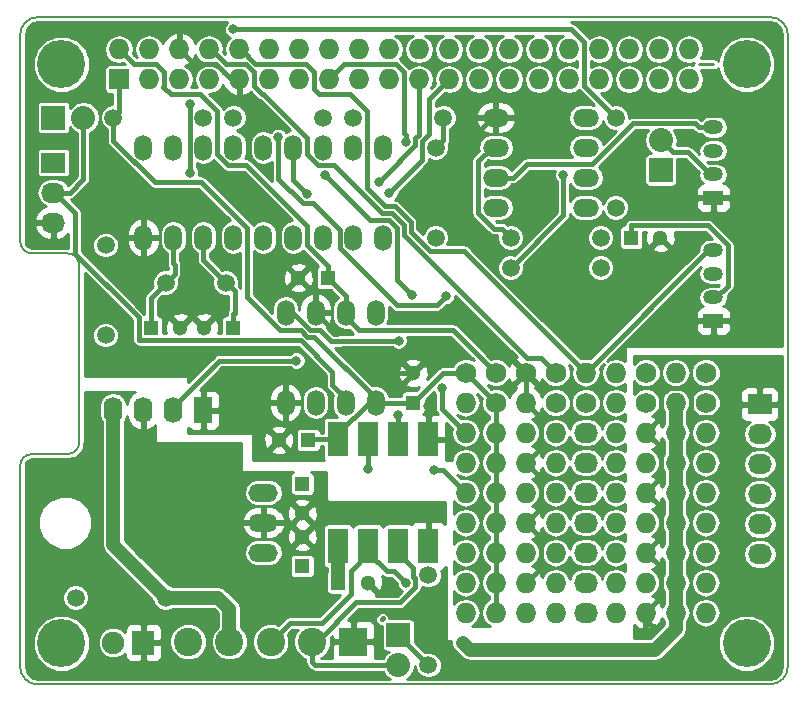
<source format=gbl>
G04 #@! TF.FileFunction,Copper,L2,Bot,Signal*
%FSLAX46Y46*%
G04 Gerber Fmt 4.6, Leading zero omitted, Abs format (unit mm)*
G04 Created by KiCad (PCBNEW 4.0.2+dfsg1-stable) date So 30 Apr 2017 08:42:14 CEST*
%MOMM*%
G01*
G04 APERTURE LIST*
%ADD10C,0.100000*%
%ADD11C,0.150000*%
%ADD12C,4.064000*%
%ADD13R,1.727200X1.727200*%
%ADD14O,1.727200X1.727200*%
%ADD15O,1.501140X2.199640*%
%ADD16R,1.300000X1.300000*%
%ADD17C,1.300000*%
%ADD18C,1.500000*%
%ADD19R,1.900000X2.000000*%
%ADD20C,1.900000*%
%ADD21R,2.032000X2.032000*%
%ADD22O,2.032000X2.032000*%
%ADD23O,2.499360X1.501140*%
%ADD24R,1.800000X3.000000*%
%ADD25O,2.199640X1.501140*%
%ADD26C,1.727200*%
%ADD27O,2.032000X1.727200*%
%ADD28R,2.032000X1.727200*%
%ADD29R,1.600200X2.197100*%
%ADD30O,1.600200X2.197100*%
%ADD31R,1.699260X1.198880*%
%ADD32O,1.699260X1.198880*%
%ADD33C,2.400000*%
%ADD34R,2.400000X2.400000*%
%ADD35C,0.800000*%
%ADD36C,1.200000*%
%ADD37C,0.250000*%
%ADD38C,0.381000*%
%ADD39C,0.508000*%
%ADD40C,1.160000*%
%ADD41C,0.254000*%
G04 APERTURE END LIST*
D10*
D11*
X129500000Y-71500000D02*
X191500000Y-71500000D01*
X128000000Y-90500000D02*
X128000000Y-73000000D01*
X128000000Y-90500000D02*
G75*
G03X129000000Y-91500000I1000000J0D01*
G01*
X129000000Y-91500000D02*
X132000000Y-91500000D01*
X133000000Y-92500000D02*
G75*
G03X132000000Y-91500000I-1000000J0D01*
G01*
X133000000Y-107500000D02*
X133000000Y-92500000D01*
X128000000Y-126500000D02*
X128000000Y-109500000D01*
X129000000Y-108500000D02*
X132000000Y-108500000D01*
X132000000Y-108500000D02*
G75*
G03X133000000Y-107500000I0J1000000D01*
G01*
X129000000Y-108500000D02*
G75*
G03X128000000Y-109500000I0J-1000000D01*
G01*
X191500000Y-128000000D02*
X129500000Y-128000000D01*
X193000000Y-73000000D02*
X193000000Y-126500000D01*
X129500000Y-71500000D02*
G75*
G03X128000000Y-73000000I0J-1500000D01*
G01*
X128000000Y-126500000D02*
G75*
G03X129500000Y-128000000I1500000J0D01*
G01*
X191500000Y-128000000D02*
G75*
G03X193000000Y-126500000I0J1500000D01*
G01*
X193000000Y-73000000D02*
G75*
G03X191500000Y-71500000I-1500000J0D01*
G01*
D12*
X131500000Y-124500000D03*
X131500000Y-75500000D03*
X189500000Y-75500000D03*
D13*
X136372600Y-76758800D03*
D14*
X136372600Y-74218800D03*
X138912600Y-76758800D03*
X138912600Y-74218800D03*
X141452600Y-76758800D03*
X141452600Y-74218800D03*
X143992600Y-76758800D03*
X143992600Y-74218800D03*
X146532600Y-76758800D03*
X146532600Y-74218800D03*
X149072600Y-76758800D03*
X149072600Y-74218800D03*
X151612600Y-76758800D03*
X151612600Y-74218800D03*
X154152600Y-76758800D03*
X154152600Y-74218800D03*
X156692600Y-76758800D03*
X156692600Y-74218800D03*
X159232600Y-76758800D03*
X159232600Y-74218800D03*
X161772600Y-76758800D03*
X161772600Y-74218800D03*
X164312600Y-76758800D03*
X164312600Y-74218800D03*
X166852600Y-76758800D03*
X166852600Y-74218800D03*
X169392600Y-76758800D03*
X169392600Y-74218800D03*
X171932600Y-76758800D03*
X171932600Y-74218800D03*
X174472600Y-76758800D03*
X174472600Y-74218800D03*
X177012600Y-76758800D03*
X177012600Y-74218800D03*
X179552600Y-76758800D03*
X179552600Y-74218800D03*
X182092600Y-76758800D03*
X182092600Y-74218800D03*
X184632600Y-76758800D03*
X184632600Y-74218800D03*
D15*
X150495000Y-96520000D03*
X153035000Y-96520000D03*
X155575000Y-96520000D03*
X158115000Y-96520000D03*
X158115000Y-104140000D03*
X155575000Y-104140000D03*
X153035000Y-104140000D03*
X150495000Y-104140000D03*
D16*
X161290000Y-104140000D03*
D17*
X161290000Y-101640000D03*
D18*
X146050000Y-80010000D03*
X153670000Y-80010000D03*
D16*
X146050000Y-97790000D03*
D17*
X143550000Y-97790000D03*
D16*
X139065000Y-97790000D03*
D17*
X141565000Y-97790000D03*
D16*
X179705000Y-90170000D03*
D17*
X182205000Y-90170000D03*
D18*
X163830000Y-80010000D03*
X156210000Y-80010000D03*
X135255000Y-90805000D03*
X135255000Y-98425000D03*
D16*
X154051000Y-93573600D03*
D17*
X151551000Y-93573600D03*
D18*
X135890000Y-80010000D03*
X143510000Y-80010000D03*
D12*
X189500000Y-124500000D03*
D16*
X151892000Y-110998000D03*
D17*
X151892000Y-113498000D03*
D16*
X151892000Y-117983000D03*
D17*
X151892000Y-115483000D03*
D19*
X138430000Y-124460000D03*
D20*
X135890000Y-124460000D03*
D21*
X160020000Y-123825000D03*
D22*
X160020000Y-126365000D03*
D18*
X132715000Y-120650000D03*
X140335000Y-120650000D03*
D23*
X148590000Y-114300000D03*
X148590000Y-111760000D03*
X148590000Y-116840000D03*
D24*
X154940000Y-107260000D03*
X157480000Y-107260000D03*
X160020000Y-107260000D03*
X162560000Y-107260000D03*
X162560000Y-116260000D03*
X160020000Y-116260000D03*
X157480000Y-116260000D03*
X154940000Y-116260000D03*
D18*
X145415000Y-93980000D03*
X140335000Y-93980000D03*
D15*
X158750000Y-90170000D03*
X156210000Y-90170000D03*
X153670000Y-90170000D03*
X151130000Y-90170000D03*
X148590000Y-90170000D03*
X146050000Y-90170000D03*
X143510000Y-90170000D03*
X140970000Y-90170000D03*
X138430000Y-90170000D03*
X138430000Y-82550000D03*
X140970000Y-82550000D03*
X143510000Y-82550000D03*
X146050000Y-82550000D03*
X148590000Y-82550000D03*
X151130000Y-82550000D03*
X153670000Y-82550000D03*
X156210000Y-82550000D03*
X158750000Y-82550000D03*
D25*
X168275000Y-87630000D03*
X168275000Y-85090000D03*
X168275000Y-82550000D03*
X168275000Y-80010000D03*
X175895000Y-80010000D03*
X175895000Y-82550000D03*
X175895000Y-85090000D03*
X175895000Y-87630000D03*
D18*
X162560000Y-126365000D03*
X162560000Y-118745000D03*
D26*
X175895000Y-104140000D03*
D27*
X175895000Y-106680000D03*
X175895000Y-109220000D03*
X175895000Y-111760000D03*
X175895000Y-114300000D03*
X175895000Y-116840000D03*
X175895000Y-119380000D03*
X175895000Y-121920000D03*
D26*
X180975000Y-104140000D03*
D14*
X178435000Y-104140000D03*
X180975000Y-106680000D03*
X178435000Y-106680000D03*
X180975000Y-109220000D03*
X178435000Y-109220000D03*
X180975000Y-111760000D03*
X178435000Y-111760000D03*
X180975000Y-114300000D03*
X178435000Y-114300000D03*
X180975000Y-116840000D03*
X178435000Y-116840000D03*
X180975000Y-119380000D03*
X178435000Y-119380000D03*
X180975000Y-121920000D03*
X178435000Y-121920000D03*
D26*
X186055000Y-104140000D03*
D14*
X183515000Y-104140000D03*
X186055000Y-106680000D03*
X183515000Y-106680000D03*
X186055000Y-109220000D03*
X183515000Y-109220000D03*
X186055000Y-111760000D03*
X183515000Y-111760000D03*
X186055000Y-114300000D03*
X183515000Y-114300000D03*
X186055000Y-116840000D03*
X183515000Y-116840000D03*
X186055000Y-119380000D03*
X183515000Y-119380000D03*
X186055000Y-121920000D03*
X183515000Y-121920000D03*
D28*
X190627000Y-104267000D03*
D27*
X190627000Y-106807000D03*
X190627000Y-109347000D03*
X190627000Y-111887000D03*
X190627000Y-114427000D03*
X190627000Y-116967000D03*
D18*
X163195000Y-82550000D03*
X163195000Y-90170000D03*
X177165000Y-92710000D03*
X169545000Y-92710000D03*
X178435000Y-87630000D03*
X178435000Y-80010000D03*
X177165000Y-90170000D03*
X169545000Y-90170000D03*
D26*
X168275000Y-104140000D03*
D14*
X165735000Y-104140000D03*
X168275000Y-106680000D03*
X165735000Y-106680000D03*
X168275000Y-109220000D03*
X165735000Y-109220000D03*
X168275000Y-111760000D03*
X165735000Y-111760000D03*
X168275000Y-114300000D03*
X165735000Y-114300000D03*
X168275000Y-116840000D03*
X165735000Y-116840000D03*
X168275000Y-119380000D03*
X165735000Y-119380000D03*
X168275000Y-121920000D03*
X165735000Y-121920000D03*
D26*
X173355000Y-104140000D03*
D14*
X170815000Y-104140000D03*
X173355000Y-106680000D03*
X170815000Y-106680000D03*
X173355000Y-109220000D03*
X170815000Y-109220000D03*
X173355000Y-111760000D03*
X170815000Y-111760000D03*
X173355000Y-114300000D03*
X170815000Y-114300000D03*
X173355000Y-116840000D03*
X170815000Y-116840000D03*
X173355000Y-119380000D03*
X170815000Y-119380000D03*
X173355000Y-121920000D03*
X170815000Y-121920000D03*
D21*
X130810000Y-80010000D03*
D22*
X133350000Y-80010000D03*
D16*
X152400000Y-107315000D03*
D17*
X149900000Y-107315000D03*
D16*
X154940000Y-119380000D03*
D17*
X157440000Y-119380000D03*
D29*
X143510000Y-104775000D03*
D30*
X140970000Y-104775000D03*
X138430000Y-104775000D03*
X135890000Y-104775000D03*
D31*
X186690000Y-86819740D03*
D32*
X186690000Y-84820760D03*
X186690000Y-82819240D03*
X186690000Y-80820260D03*
D26*
X165735000Y-101600000D03*
X168275000Y-101600000D03*
X170815000Y-101600000D03*
X173355000Y-101600000D03*
D14*
X175895000Y-101600000D03*
X178435000Y-101600000D03*
D26*
X180975000Y-101600000D03*
D14*
X183515000Y-101600000D03*
D26*
X186055000Y-101600000D03*
D31*
X186690000Y-97233740D03*
D32*
X186690000Y-95234760D03*
X186690000Y-93233240D03*
X186690000Y-91234260D03*
D21*
X182245000Y-84455000D03*
D22*
X182245000Y-81915000D03*
D28*
X130810000Y-83820000D03*
D27*
X130810000Y-86360000D03*
X130810000Y-88900000D03*
D33*
X152725000Y-124395000D03*
D34*
X156225000Y-124395000D03*
D33*
X149225000Y-124395000D03*
X145725000Y-124395000D03*
X142225000Y-124395000D03*
D35*
X165227000Y-84074000D03*
X165227000Y-85598000D03*
X165608000Y-89281000D03*
X166370000Y-90043000D03*
X161798000Y-97155000D03*
X154686000Y-98171000D03*
X155702000Y-100076000D03*
X162560000Y-104394000D03*
X175260000Y-97028000D03*
X151384000Y-100584000D03*
X160046600Y-98889093D03*
X160012273Y-105192339D03*
X157480000Y-109728000D03*
X162052000Y-122936000D03*
X184912000Y-124079000D03*
X181737000Y-123317000D03*
X162973482Y-113824482D03*
D36*
X165481000Y-124460000D03*
D35*
X146050000Y-72517000D03*
X142367000Y-84680480D03*
X142367000Y-78867000D03*
X164056100Y-95120137D03*
X149860000Y-81661000D03*
X161136326Y-95049986D03*
X163068000Y-109855000D03*
X153779645Y-84830851D03*
X160655000Y-82042000D03*
X163703000Y-102870000D03*
X152295074Y-86443655D03*
X158369000Y-85471000D03*
X159258000Y-86360000D03*
X173990000Y-84836000D03*
X160650552Y-119408088D03*
D37*
X186700000Y-75500000D02*
X185500000Y-75500000D01*
D38*
X158691599Y-122418499D02*
X158613499Y-122496599D01*
X146164999Y-96532001D02*
X146050000Y-96647000D01*
X146050000Y-96647000D02*
X146050000Y-97790000D01*
X145415000Y-93980000D02*
X146164999Y-94729999D01*
X146164999Y-94729999D02*
X146164999Y-96532001D01*
X145415000Y-93980000D02*
X143510000Y-92075000D01*
X143510000Y-92075000D02*
X143510000Y-90170000D01*
X165227000Y-84074000D02*
X165227000Y-82708750D01*
X165227000Y-82708750D02*
X167925750Y-80010000D01*
X167925750Y-80010000D02*
X168275000Y-80010000D01*
X165608000Y-89281000D02*
X165608000Y-85979000D01*
X165608000Y-85979000D02*
X165227000Y-85598000D01*
X175260000Y-97028000D02*
X172175058Y-97028000D01*
X172175058Y-97028000D02*
X166370000Y-91222942D01*
X166370000Y-91222942D02*
X166370000Y-90043000D01*
X170815000Y-101600000D02*
X166370000Y-97155000D01*
X166370000Y-97155000D02*
X165686070Y-97155000D01*
X165686070Y-97155000D02*
X161798000Y-97155000D01*
X153035000Y-96520000D02*
X153035000Y-95057600D01*
X153035000Y-95057600D02*
X151551000Y-93573600D01*
X154686000Y-98171000D02*
X153035000Y-96520000D01*
X161290000Y-101640000D02*
X157266000Y-101640000D01*
X157266000Y-101640000D02*
X155702000Y-100076000D01*
X175260000Y-97028000D02*
X182118000Y-90170000D01*
X182118000Y-90170000D02*
X182205000Y-90170000D01*
X162560000Y-107260000D02*
X162560000Y-104394000D01*
X170815000Y-101600000D02*
X170815000Y-104140000D01*
X146532600Y-76758800D02*
X145848670Y-76758800D01*
X145848670Y-76758800D02*
X144562771Y-75472901D01*
X144562771Y-75472901D02*
X142706701Y-75472901D01*
X142706701Y-75472901D02*
X142316199Y-75082399D01*
X142316199Y-75082399D02*
X141452600Y-74218800D01*
X170815000Y-109220000D02*
X172069101Y-107965899D01*
X172069101Y-107965899D02*
X172069101Y-105394101D01*
X172069101Y-105394101D02*
X171678599Y-105003599D01*
X171678599Y-105003599D02*
X170815000Y-104140000D01*
X170815000Y-114300000D02*
X172069101Y-113045899D01*
X172069101Y-113045899D02*
X172069101Y-110474101D01*
X172069101Y-110474101D02*
X171678599Y-110083599D01*
X171678599Y-110083599D02*
X170815000Y-109220000D01*
X170815000Y-119380000D02*
X172069101Y-118125899D01*
X172069101Y-118125899D02*
X172069101Y-115554101D01*
X172069101Y-115554101D02*
X171678599Y-115163599D01*
X171678599Y-115163599D02*
X170815000Y-114300000D01*
X140335000Y-93980000D02*
X139065000Y-95250000D01*
X139065000Y-95250000D02*
X139065000Y-97790000D01*
X141084999Y-92468001D02*
X140970000Y-92353002D01*
X140970000Y-92353002D02*
X140970000Y-90170000D01*
X140335000Y-93980000D02*
X141084999Y-93230001D01*
X141084999Y-93230001D02*
X141084999Y-92468001D01*
X161290000Y-104140000D02*
X159246570Y-104140000D01*
X159246570Y-104140000D02*
X158115000Y-104140000D01*
X147191080Y-95179060D02*
X147191080Y-89348100D01*
X150022350Y-98010330D02*
X147191080Y-95179060D01*
X147191080Y-89348100D02*
X143313980Y-85471000D01*
X152321688Y-98591341D02*
X151740678Y-98010330D01*
X143313980Y-85471000D02*
X139388020Y-85471000D01*
X152915591Y-98591341D02*
X152321688Y-98591341D01*
X158115000Y-103790750D02*
X152915591Y-98591341D01*
X139388020Y-85471000D02*
X135890000Y-81972980D01*
X135890000Y-81070660D02*
X135890000Y-80010000D01*
X151740678Y-98010330D02*
X150022350Y-98010330D01*
X135890000Y-81972980D02*
X135890000Y-81070660D01*
X158115000Y-104140000D02*
X157537980Y-104140000D01*
X157537980Y-104140000D02*
X154940000Y-106737980D01*
X154940000Y-106737980D02*
X154940000Y-107260000D01*
X163830000Y-80010000D02*
X163830000Y-81915000D01*
X163830000Y-81915000D02*
X163195000Y-82550000D01*
X163350502Y-102079498D02*
X161290000Y-104140000D01*
X163830000Y-101600000D02*
X163350502Y-102079498D01*
X165735000Y-101600000D02*
X163830000Y-101600000D01*
X186690000Y-95234760D02*
X186940190Y-95234760D01*
X186940190Y-95234760D02*
X187930140Y-94244810D01*
X187930140Y-94244810D02*
X187930140Y-90824210D01*
X186235429Y-89129499D02*
X179714501Y-89129499D01*
X187930140Y-90824210D02*
X186235429Y-89129499D01*
X179714501Y-89129499D02*
X179705000Y-89139000D01*
X179705000Y-89139000D02*
X179705000Y-90170000D01*
X136372600Y-76758800D02*
X136372600Y-79527400D01*
X136372600Y-79527400D02*
X135890000Y-80010000D01*
X168275000Y-104140000D02*
X165735000Y-101600000D01*
X168275000Y-106680000D02*
X168275000Y-104140000D01*
X168275000Y-109220000D02*
X168275000Y-106680000D01*
X168275000Y-111760000D02*
X168275000Y-109220000D01*
X168275000Y-114300000D02*
X168275000Y-111760000D01*
X168275000Y-116840000D02*
X168275000Y-114300000D01*
X168275000Y-119380000D02*
X168275000Y-116840000D01*
X168275000Y-121920000D02*
X168275000Y-119380000D01*
X154940000Y-107260000D02*
X155090000Y-107260000D01*
X154940000Y-107260000D02*
X152455000Y-107260000D01*
X152455000Y-107260000D02*
X152400000Y-107315000D01*
X156716080Y-98010330D02*
X155575000Y-96869250D01*
X155575000Y-96869250D02*
X155575000Y-96520000D01*
X164663835Y-97988835D02*
X159041730Y-97988835D01*
X168275000Y-101600000D02*
X164663835Y-97988835D01*
X159041730Y-97988835D02*
X159020235Y-98010330D01*
X159020235Y-98010330D02*
X156716080Y-98010330D01*
X140970000Y-104775000D02*
X140970000Y-104476550D01*
X140970000Y-104476550D02*
X144862550Y-100584000D01*
X144862550Y-100584000D02*
X151384000Y-100584000D01*
X140132735Y-77394735D02*
X140166701Y-77360769D01*
X137626701Y-75472901D02*
X137236199Y-75082399D01*
X140166701Y-77360769D02*
X140166701Y-76156831D01*
X140166701Y-76156831D02*
X139482771Y-75472901D01*
X139482771Y-75472901D02*
X137626701Y-75472901D01*
X137236199Y-75082399D02*
X136372600Y-74218800D01*
X140750901Y-78012901D02*
X140132735Y-77394735D01*
X154051000Y-93573600D02*
X154051000Y-92542600D01*
X145577350Y-84040330D02*
X144653000Y-83115980D01*
X154051000Y-92542600D02*
X152271080Y-90762680D01*
X143200843Y-78012901D02*
X140750901Y-78012901D01*
X152271080Y-90762680D02*
X152271080Y-89152080D01*
X152271080Y-89152080D02*
X147159330Y-84040330D01*
X144653000Y-79465058D02*
X143200843Y-78012901D01*
X147159330Y-84040330D02*
X145577350Y-84040330D01*
X144653000Y-83115980D02*
X144653000Y-79465058D01*
X155575000Y-96520000D02*
X155575000Y-95097600D01*
X155575000Y-95097600D02*
X154051000Y-93573600D01*
X155575000Y-103790750D02*
X155575000Y-104140000D01*
X154443430Y-102659180D02*
X155575000Y-103790750D01*
X138102599Y-98830501D02*
X151739176Y-98830501D01*
X138024499Y-98752401D02*
X138102599Y-98830501D01*
X151739176Y-98830501D02*
X154443430Y-101534755D01*
X138024499Y-96936171D02*
X138024499Y-98752401D01*
X132657020Y-88054620D02*
X132657020Y-91568692D01*
X130962400Y-86360000D02*
X132657020Y-88054620D01*
X132657020Y-91568692D02*
X138024499Y-96936171D01*
X130810000Y-86360000D02*
X130962400Y-86360000D01*
X154443430Y-101534755D02*
X154443430Y-102659180D01*
X130810000Y-86360000D02*
X132207000Y-86360000D01*
X133350000Y-81446840D02*
X133350000Y-80010000D01*
X132207000Y-86360000D02*
X133350000Y-85217000D01*
X133350000Y-85217000D02*
X133350000Y-81446840D01*
X154306559Y-98961501D02*
X155065441Y-98961501D01*
X153355388Y-98010330D02*
X154306559Y-98961501D01*
X152562350Y-98010330D02*
X153355388Y-98010330D01*
X151072020Y-96520000D02*
X152562350Y-98010330D01*
X150495000Y-96520000D02*
X151072020Y-96520000D01*
X155065441Y-98961501D02*
X155137849Y-98889093D01*
X159480915Y-98889093D02*
X160046600Y-98889093D01*
X155137849Y-98889093D02*
X159480915Y-98889093D01*
X160020000Y-107260000D02*
X160020000Y-105200066D01*
X160020000Y-105200066D02*
X160012273Y-105192339D01*
X157480000Y-107260000D02*
X157480000Y-109728000D01*
D39*
X148590000Y-111760000D02*
X147955000Y-111760000D01*
D38*
X165608000Y-126746000D02*
X165608000Y-126492000D01*
X165608000Y-126492000D02*
X162052000Y-122936000D01*
X183134000Y-126746000D02*
X165608000Y-126746000D01*
X184091570Y-125788430D02*
X183134000Y-126746000D01*
X184912000Y-124079000D02*
X184091570Y-124899430D01*
X184091570Y-124899430D02*
X184091570Y-125788430D01*
X180975000Y-121920000D02*
X180975000Y-122555000D01*
X180975000Y-122555000D02*
X181737000Y-123317000D01*
X189230000Y-104267000D02*
X190627000Y-104267000D01*
X188102899Y-105394101D02*
X189230000Y-104267000D01*
X185421233Y-105394101D02*
X188102899Y-105394101D01*
X184769101Y-104741969D02*
X185421233Y-105394101D01*
X184769101Y-103538031D02*
X184769101Y-104741969D01*
X184116969Y-102885899D02*
X184769101Y-103538031D01*
X182260899Y-103538031D02*
X182913031Y-102885899D01*
X182260899Y-105394101D02*
X182260899Y-103538031D01*
X180975000Y-106680000D02*
X182260899Y-105394101D01*
X182913031Y-102885899D02*
X184116969Y-102885899D01*
X162560000Y-116260000D02*
X162560000Y-114237964D01*
X162573483Y-114224481D02*
X162973482Y-113824482D01*
X162560000Y-114237964D02*
X162573483Y-114224481D01*
X180975000Y-116840000D02*
X182229101Y-118094101D01*
X182229101Y-118094101D02*
X182229101Y-120665899D01*
X182229101Y-120665899D02*
X181838599Y-121056401D01*
X181838599Y-121056401D02*
X180975000Y-121920000D01*
X180975000Y-111760000D02*
X182229101Y-113014101D01*
X182229101Y-113014101D02*
X182229101Y-115585899D01*
X182229101Y-115585899D02*
X181838599Y-115976401D01*
X181838599Y-115976401D02*
X180975000Y-116840000D01*
X180975000Y-106680000D02*
X182229101Y-107934101D01*
X182229101Y-107934101D02*
X182229101Y-110505899D01*
X182229101Y-110505899D02*
X181838599Y-110896401D01*
X181838599Y-110896401D02*
X180975000Y-111760000D01*
D40*
X135890000Y-104775000D02*
X135890000Y-116205000D01*
X135890000Y-116205000D02*
X140335000Y-120650000D01*
X166080999Y-125059999D02*
X165481000Y-124460000D01*
X181740405Y-125059999D02*
X166080999Y-125059999D01*
X183515000Y-123285404D02*
X181740405Y-125059999D01*
X183515000Y-121920000D02*
X183515000Y-123285404D01*
X154940000Y-119380000D02*
X154940000Y-118745000D01*
X154940000Y-118745000D02*
X154940000Y-116260000D01*
X183515000Y-119380000D02*
X183515000Y-121920000D01*
X183515000Y-116840000D02*
X183515000Y-119380000D01*
X183515000Y-114300000D02*
X183515000Y-116840000D01*
X183515000Y-111760000D02*
X183515000Y-114300000D01*
X183515000Y-109220000D02*
X183515000Y-111760000D01*
X183515000Y-106680000D02*
X183515000Y-109220000D01*
X183515000Y-104140000D02*
X183515000Y-106680000D01*
X140335000Y-120650000D02*
X144780000Y-120650000D01*
X144780000Y-120650000D02*
X145725000Y-121595000D01*
X145725000Y-124395000D02*
X145725000Y-121595000D01*
D38*
X146050000Y-72517000D02*
X174626870Y-72517000D01*
X174626870Y-72517000D02*
X175726701Y-73616831D01*
X175726701Y-73616831D02*
X175726701Y-77301701D01*
X175726701Y-77301701D02*
X177685001Y-79260001D01*
X177685001Y-79260001D02*
X178435000Y-80010000D01*
X168275000Y-82550000D02*
X167925750Y-82550000D01*
X167925750Y-82550000D02*
X166784670Y-83691080D01*
X166784670Y-83691080D02*
X166784670Y-88102650D01*
X166784670Y-88102650D02*
X168102021Y-89420001D01*
X168102021Y-89420001D02*
X168795001Y-89420001D01*
X168795001Y-89420001D02*
X169545000Y-90170000D01*
X142367000Y-78867000D02*
X142367000Y-84680480D01*
X144130342Y-74218800D02*
X143992600Y-74218800D01*
X145416241Y-75504699D02*
X144130342Y-74218800D01*
X147786701Y-76156831D02*
X147134569Y-75504699D01*
X147134569Y-75504699D02*
X145416241Y-75504699D01*
X148470631Y-78012901D02*
X147786701Y-77328971D01*
X152271080Y-83114060D02*
X152271080Y-81728100D01*
X152271080Y-81728100D02*
X148555881Y-78012901D01*
X148555881Y-78012901D02*
X148470631Y-78012901D01*
X147786701Y-77328971D02*
X147786701Y-76156831D01*
X159463312Y-88098659D02*
X158641639Y-88098659D01*
X158641639Y-88098659D02*
X154583310Y-84040330D01*
X153197350Y-84040330D02*
X152271080Y-83114060D01*
X173355000Y-101600000D02*
X172100899Y-100345899D01*
X172100899Y-100345899D02*
X170888879Y-100345899D01*
X170888879Y-100345899D02*
X160472091Y-89929109D01*
X154583310Y-84040330D02*
X153197350Y-84040330D01*
X160472091Y-89107438D02*
X159463312Y-88098659D01*
X160472091Y-89929109D02*
X160472091Y-89107438D01*
X146670342Y-74218800D02*
X146532600Y-74218800D01*
X152866701Y-77555701D02*
X152866701Y-76158701D01*
X159703974Y-87517648D02*
X158882300Y-87517648D01*
X155900843Y-78012901D02*
X153323901Y-78012901D01*
X157351080Y-79463138D02*
X155900843Y-78012901D01*
X147924443Y-75472901D02*
X146670342Y-74218800D01*
X158882300Y-87517648D02*
X157351080Y-85986428D01*
X161053102Y-88866776D02*
X159703974Y-87517648D01*
X161053102Y-89688449D02*
X161053102Y-88866776D01*
X162675154Y-91310501D02*
X161053102Y-89688449D01*
X153323901Y-78012901D02*
X152866701Y-77555701D01*
X175895000Y-101600000D02*
X165605501Y-91310501D01*
X152180901Y-75472901D02*
X147924443Y-75472901D01*
X165605501Y-91310501D02*
X162675154Y-91310501D01*
X157351080Y-85986428D02*
X157351080Y-79463138D01*
X152866701Y-76158701D02*
X152180901Y-75472901D01*
X175895000Y-101600000D02*
X186260740Y-91234260D01*
X186260740Y-91234260D02*
X186690000Y-91234260D01*
X163656101Y-95520136D02*
X164056100Y-95120137D01*
X163265513Y-95910724D02*
X163656101Y-95520136D01*
X159886075Y-95910724D02*
X163265513Y-95910724D01*
X155068920Y-89536920D02*
X155068920Y-91093569D01*
X155068920Y-91093569D02*
X159886075Y-95910724D01*
X151915633Y-87234156D02*
X152766156Y-87234156D01*
X152766156Y-87234156D02*
X155068920Y-89536920D01*
X149860000Y-85178523D02*
X151915633Y-87234156D01*
X149860000Y-81661000D02*
X149860000Y-85178523D01*
X159891080Y-93804740D02*
X160736327Y-94649987D01*
X159222650Y-88679670D02*
X159891080Y-89348100D01*
X157628464Y-88679670D02*
X159222650Y-88679670D01*
X153779645Y-84830851D02*
X157628464Y-88679670D01*
X160736327Y-94649987D02*
X161136326Y-95049986D01*
X159891080Y-89348100D02*
X159891080Y-93804740D01*
X163068000Y-109855000D02*
X163830000Y-109855000D01*
X163830000Y-109855000D02*
X165735000Y-111760000D01*
X160655000Y-82042000D02*
X160655000Y-81476315D01*
X160655000Y-81476315D02*
X160518499Y-81339814D01*
X155016199Y-75895201D02*
X154152600Y-76758800D01*
X160518499Y-81339814D02*
X160518499Y-76188629D01*
X155406701Y-75504699D02*
X155016199Y-75895201D01*
X160518499Y-76188629D02*
X159834569Y-75504699D01*
X159834569Y-75504699D02*
X155406701Y-75504699D01*
X165735000Y-106680000D02*
X163703000Y-104648000D01*
X163703000Y-104648000D02*
X163703000Y-102870000D01*
X151895075Y-86043656D02*
X152295074Y-86443655D01*
X151130000Y-82550000D02*
X151130000Y-85278581D01*
X151130000Y-85278581D02*
X151895075Y-86043656D01*
X158768999Y-85071001D02*
X158369000Y-85471000D01*
X161473488Y-82366512D02*
X158768999Y-85071001D01*
X161772600Y-76758800D02*
X161772600Y-81462785D01*
X161772600Y-81462785D02*
X161473488Y-81761897D01*
X161473488Y-81761897D02*
X161473488Y-82366512D01*
X164312600Y-76758800D02*
X162647559Y-78423841D01*
X162647559Y-78423841D02*
X162647559Y-81409499D01*
X162647559Y-81409499D02*
X162054499Y-82002559D01*
X162054499Y-82002559D02*
X162054499Y-83563501D01*
X162054499Y-83563501D02*
X159258000Y-86360000D01*
X161810001Y-125615001D02*
X160020000Y-123825000D01*
X162560000Y-126365000D02*
X161810001Y-125615001D01*
X160170095Y-121058489D02*
X159131000Y-121058489D01*
X160020000Y-116860000D02*
X161301000Y-118141000D01*
X161441054Y-119787530D02*
X160170095Y-121058489D01*
X160020000Y-116260000D02*
X160020000Y-116860000D01*
X161301000Y-118141000D02*
X161301000Y-118888592D01*
X161441054Y-119028646D02*
X161441054Y-119787530D01*
X159131000Y-121058489D02*
X156458609Y-121058489D01*
X161301000Y-118888592D02*
X161441054Y-119028646D01*
X156458609Y-121058489D02*
X153122098Y-124395000D01*
X153122098Y-124395000D02*
X152725000Y-124395000D01*
X160020000Y-116260000D02*
X160020000Y-115660000D01*
X160020000Y-116260000D02*
X160170000Y-116260000D01*
X152725000Y-124395000D02*
X152725000Y-126092056D01*
X152725000Y-126092056D02*
X152997944Y-126365000D01*
X152997944Y-126365000D02*
X158583160Y-126365000D01*
X158583160Y-126365000D02*
X160020000Y-126365000D01*
X186690000Y-84820760D02*
X186439810Y-84820760D01*
X186439810Y-84820760D02*
X184550049Y-82930999D01*
X184550049Y-82930999D02*
X183260999Y-82930999D01*
X183260999Y-82930999D02*
X182245000Y-81915000D01*
X169545000Y-92710000D02*
X173990000Y-88265000D01*
X173990000Y-88265000D02*
X173990000Y-84836000D01*
X186690000Y-80820260D02*
X185459370Y-80820260D01*
X185459370Y-80820260D02*
X185147609Y-80508499D01*
X170896900Y-83948920D02*
X169755820Y-85090000D01*
X185147609Y-80508499D02*
X179899481Y-80508499D01*
X179899481Y-80508499D02*
X176459060Y-83948920D01*
X176459060Y-83948920D02*
X170896900Y-83948920D01*
X169755820Y-85090000D02*
X168275000Y-85090000D01*
X159660455Y-118417991D02*
X160250553Y-119008089D01*
X157480000Y-116860000D02*
X159037991Y-118417991D01*
X159037991Y-118417991D02*
X159660455Y-118417991D01*
X160250553Y-119008089D02*
X160650552Y-119408088D01*
X157480000Y-116260000D02*
X157480000Y-116860000D01*
X153518403Y-122804499D02*
X150815501Y-122804499D01*
X150815501Y-122804499D02*
X150424999Y-123195001D01*
X157480000Y-116860000D02*
X155980501Y-118359499D01*
X155980501Y-118359499D02*
X155980501Y-120342401D01*
X155980501Y-120342401D02*
X153518403Y-122804499D01*
X150424999Y-123195001D02*
X149225000Y-124395000D01*
X157480000Y-116260000D02*
X157480000Y-116967000D01*
X157480000Y-116260000D02*
X157630000Y-116260000D01*
X157330000Y-116260000D02*
X157480000Y-116260000D01*
D41*
G36*
X192544000Y-126455087D02*
X192456277Y-126896103D01*
X192231902Y-127231902D01*
X191896103Y-127456277D01*
X191455088Y-127544000D01*
X160749089Y-127544000D01*
X161035197Y-127352828D01*
X161338029Y-126899609D01*
X161428932Y-126442610D01*
X161428804Y-126588983D01*
X161600625Y-127004823D01*
X161918503Y-127323256D01*
X162334043Y-127495804D01*
X162783983Y-127496196D01*
X163199823Y-127324375D01*
X163518256Y-127006497D01*
X163690804Y-126590957D01*
X163691196Y-126141017D01*
X163519375Y-125725177D01*
X163201497Y-125406744D01*
X162785957Y-125234196D01*
X162336017Y-125233804D01*
X162265970Y-125262747D01*
X162214113Y-125210889D01*
X162214110Y-125210887D01*
X161424464Y-124421241D01*
X161424464Y-122809000D01*
X161397897Y-122667810D01*
X161314454Y-122538135D01*
X161187134Y-122451141D01*
X161036000Y-122420536D01*
X159262695Y-122420536D01*
X159263100Y-122418499D01*
X159219596Y-122199796D01*
X159095710Y-122014388D01*
X158910302Y-121890502D01*
X158691599Y-121846998D01*
X158472896Y-121890502D01*
X158287487Y-122014388D01*
X158209387Y-122092487D01*
X158085502Y-122277896D01*
X158041998Y-122496599D01*
X158085502Y-122715302D01*
X158209387Y-122900711D01*
X158394796Y-123024596D01*
X158613499Y-123068100D01*
X158615536Y-123067695D01*
X158615536Y-124841000D01*
X158642103Y-124982190D01*
X158725546Y-125111865D01*
X158852866Y-125198859D01*
X159004000Y-125229464D01*
X159225863Y-125229464D01*
X159004803Y-125377172D01*
X158726621Y-125793500D01*
X158030098Y-125793500D01*
X158060000Y-125721310D01*
X158060000Y-124680750D01*
X157901250Y-124522000D01*
X156352000Y-124522000D01*
X156352000Y-124542000D01*
X156098000Y-124542000D01*
X156098000Y-124522000D01*
X154548750Y-124522000D01*
X154390000Y-124680750D01*
X154390000Y-125721310D01*
X154419902Y-125793500D01*
X153480447Y-125793500D01*
X153619395Y-125736088D01*
X154064525Y-125291734D01*
X154305725Y-124710860D01*
X154306274Y-124081899D01*
X154287897Y-124037424D01*
X154390000Y-123935322D01*
X154390000Y-124109250D01*
X154548750Y-124268000D01*
X156098000Y-124268000D01*
X156098000Y-122718750D01*
X156352000Y-122718750D01*
X156352000Y-124268000D01*
X157901250Y-124268000D01*
X158060000Y-124109250D01*
X158060000Y-123068690D01*
X157963327Y-122835301D01*
X157784698Y-122656673D01*
X157551309Y-122560000D01*
X156510750Y-122560000D01*
X156352000Y-122718750D01*
X156098000Y-122718750D01*
X155939250Y-122560000D01*
X155765321Y-122560000D01*
X156695332Y-121629989D01*
X160170090Y-121629989D01*
X160170095Y-121629990D01*
X160352513Y-121593704D01*
X160388799Y-121586486D01*
X160574207Y-121462601D01*
X161845163Y-120191644D01*
X161845166Y-120191642D01*
X161969051Y-120006234D01*
X162012554Y-119787530D01*
X162012554Y-119742310D01*
X162334043Y-119875804D01*
X162783983Y-119876196D01*
X163199823Y-119704375D01*
X163518256Y-119386497D01*
X163690804Y-118970957D01*
X163691196Y-118521017D01*
X163631408Y-118376319D01*
X163819698Y-118298327D01*
X163998327Y-118119699D01*
X164018037Y-118072116D01*
X164084007Y-124207366D01*
X164094544Y-124256665D01*
X164123431Y-124297981D01*
X164166116Y-124324804D01*
X164211000Y-124333000D01*
X164500111Y-124333000D01*
X164499830Y-124654277D01*
X164648864Y-125014966D01*
X164924583Y-125291166D01*
X164973361Y-125311420D01*
X165401467Y-125739526D01*
X165401469Y-125739529D01*
X165713240Y-125947847D01*
X165774256Y-125959984D01*
X166080999Y-126021000D01*
X166081004Y-126020999D01*
X181740400Y-126020999D01*
X181740405Y-126021000D01*
X182047148Y-125959984D01*
X182108164Y-125947847D01*
X182419935Y-125739529D01*
X183181593Y-124977870D01*
X187086583Y-124977870D01*
X187453166Y-125865069D01*
X188131361Y-126544449D01*
X189017919Y-126912580D01*
X189977870Y-126913417D01*
X190865069Y-126546834D01*
X191544449Y-125868639D01*
X191912580Y-124982081D01*
X191913417Y-124022130D01*
X191546834Y-123134931D01*
X190868639Y-122455551D01*
X189982081Y-122087420D01*
X189022130Y-122086583D01*
X188134931Y-122453166D01*
X187455551Y-123131361D01*
X187087420Y-124017919D01*
X187086583Y-124977870D01*
X183181593Y-124977870D01*
X184194527Y-123964936D01*
X184194530Y-123964934D01*
X184402848Y-123653163D01*
X184476000Y-123285404D01*
X184476000Y-122703320D01*
X184664860Y-122420671D01*
X184759600Y-121944383D01*
X184759600Y-121895617D01*
X184810400Y-121895617D01*
X184810400Y-121944383D01*
X184905140Y-122420671D01*
X185174935Y-122824448D01*
X185578712Y-123094243D01*
X186055000Y-123188983D01*
X186531288Y-123094243D01*
X186935065Y-122824448D01*
X187204860Y-122420671D01*
X187299600Y-121944383D01*
X187299600Y-121895617D01*
X187204860Y-121419329D01*
X186935065Y-121015552D01*
X186531288Y-120745757D01*
X186055000Y-120651017D01*
X185578712Y-120745757D01*
X185174935Y-121015552D01*
X184905140Y-121419329D01*
X184810400Y-121895617D01*
X184759600Y-121895617D01*
X184664860Y-121419329D01*
X184476000Y-121136680D01*
X184476000Y-120163320D01*
X184664860Y-119880671D01*
X184759600Y-119404383D01*
X184759600Y-119355617D01*
X184810400Y-119355617D01*
X184810400Y-119404383D01*
X184905140Y-119880671D01*
X185174935Y-120284448D01*
X185578712Y-120554243D01*
X186055000Y-120648983D01*
X186531288Y-120554243D01*
X186935065Y-120284448D01*
X187204860Y-119880671D01*
X187299600Y-119404383D01*
X187299600Y-119355617D01*
X187204860Y-118879329D01*
X186935065Y-118475552D01*
X186531288Y-118205757D01*
X186055000Y-118111017D01*
X185578712Y-118205757D01*
X185174935Y-118475552D01*
X184905140Y-118879329D01*
X184810400Y-119355617D01*
X184759600Y-119355617D01*
X184664860Y-118879329D01*
X184476000Y-118596680D01*
X184476000Y-117623320D01*
X184664860Y-117340671D01*
X184759600Y-116864383D01*
X184759600Y-116815617D01*
X184810400Y-116815617D01*
X184810400Y-116864383D01*
X184905140Y-117340671D01*
X185174935Y-117744448D01*
X185578712Y-118014243D01*
X186055000Y-118108983D01*
X186531288Y-118014243D01*
X186935065Y-117744448D01*
X187204860Y-117340671D01*
X187279188Y-116967000D01*
X189202631Y-116967000D01*
X189297371Y-117443288D01*
X189567166Y-117847065D01*
X189970943Y-118116860D01*
X190447231Y-118211600D01*
X190806769Y-118211600D01*
X191283057Y-118116860D01*
X191686834Y-117847065D01*
X191956629Y-117443288D01*
X192051369Y-116967000D01*
X191956629Y-116490712D01*
X191686834Y-116086935D01*
X191283057Y-115817140D01*
X190806769Y-115722400D01*
X190447231Y-115722400D01*
X189970943Y-115817140D01*
X189567166Y-116086935D01*
X189297371Y-116490712D01*
X189202631Y-116967000D01*
X187279188Y-116967000D01*
X187299600Y-116864383D01*
X187299600Y-116815617D01*
X187204860Y-116339329D01*
X186935065Y-115935552D01*
X186531288Y-115665757D01*
X186055000Y-115571017D01*
X185578712Y-115665757D01*
X185174935Y-115935552D01*
X184905140Y-116339329D01*
X184810400Y-116815617D01*
X184759600Y-116815617D01*
X184664860Y-116339329D01*
X184476000Y-116056680D01*
X184476000Y-115083320D01*
X184664860Y-114800671D01*
X184759600Y-114324383D01*
X184759600Y-114275617D01*
X184810400Y-114275617D01*
X184810400Y-114324383D01*
X184905140Y-114800671D01*
X185174935Y-115204448D01*
X185578712Y-115474243D01*
X186055000Y-115568983D01*
X186531288Y-115474243D01*
X186935065Y-115204448D01*
X187204860Y-114800671D01*
X187279188Y-114427000D01*
X189202631Y-114427000D01*
X189297371Y-114903288D01*
X189567166Y-115307065D01*
X189970943Y-115576860D01*
X190447231Y-115671600D01*
X190806769Y-115671600D01*
X191283057Y-115576860D01*
X191686834Y-115307065D01*
X191956629Y-114903288D01*
X192051369Y-114427000D01*
X191956629Y-113950712D01*
X191686834Y-113546935D01*
X191283057Y-113277140D01*
X190806769Y-113182400D01*
X190447231Y-113182400D01*
X189970943Y-113277140D01*
X189567166Y-113546935D01*
X189297371Y-113950712D01*
X189202631Y-114427000D01*
X187279188Y-114427000D01*
X187299600Y-114324383D01*
X187299600Y-114275617D01*
X187204860Y-113799329D01*
X186935065Y-113395552D01*
X186531288Y-113125757D01*
X186055000Y-113031017D01*
X185578712Y-113125757D01*
X185174935Y-113395552D01*
X184905140Y-113799329D01*
X184810400Y-114275617D01*
X184759600Y-114275617D01*
X184664860Y-113799329D01*
X184476000Y-113516680D01*
X184476000Y-112543320D01*
X184664860Y-112260671D01*
X184759600Y-111784383D01*
X184759600Y-111735617D01*
X184810400Y-111735617D01*
X184810400Y-111784383D01*
X184905140Y-112260671D01*
X185174935Y-112664448D01*
X185578712Y-112934243D01*
X186055000Y-113028983D01*
X186531288Y-112934243D01*
X186935065Y-112664448D01*
X187204860Y-112260671D01*
X187279188Y-111887000D01*
X189202631Y-111887000D01*
X189297371Y-112363288D01*
X189567166Y-112767065D01*
X189970943Y-113036860D01*
X190447231Y-113131600D01*
X190806769Y-113131600D01*
X191283057Y-113036860D01*
X191686834Y-112767065D01*
X191956629Y-112363288D01*
X192051369Y-111887000D01*
X191956629Y-111410712D01*
X191686834Y-111006935D01*
X191283057Y-110737140D01*
X190806769Y-110642400D01*
X190447231Y-110642400D01*
X189970943Y-110737140D01*
X189567166Y-111006935D01*
X189297371Y-111410712D01*
X189202631Y-111887000D01*
X187279188Y-111887000D01*
X187299600Y-111784383D01*
X187299600Y-111735617D01*
X187204860Y-111259329D01*
X186935065Y-110855552D01*
X186531288Y-110585757D01*
X186055000Y-110491017D01*
X185578712Y-110585757D01*
X185174935Y-110855552D01*
X184905140Y-111259329D01*
X184810400Y-111735617D01*
X184759600Y-111735617D01*
X184664860Y-111259329D01*
X184476000Y-110976680D01*
X184476000Y-110003320D01*
X184664860Y-109720671D01*
X184759600Y-109244383D01*
X184759600Y-109195617D01*
X184810400Y-109195617D01*
X184810400Y-109244383D01*
X184905140Y-109720671D01*
X185174935Y-110124448D01*
X185578712Y-110394243D01*
X186055000Y-110488983D01*
X186531288Y-110394243D01*
X186935065Y-110124448D01*
X187204860Y-109720671D01*
X187279188Y-109347000D01*
X189202631Y-109347000D01*
X189297371Y-109823288D01*
X189567166Y-110227065D01*
X189970943Y-110496860D01*
X190447231Y-110591600D01*
X190806769Y-110591600D01*
X191283057Y-110496860D01*
X191686834Y-110227065D01*
X191956629Y-109823288D01*
X192051369Y-109347000D01*
X191956629Y-108870712D01*
X191686834Y-108466935D01*
X191283057Y-108197140D01*
X190806769Y-108102400D01*
X190447231Y-108102400D01*
X189970943Y-108197140D01*
X189567166Y-108466935D01*
X189297371Y-108870712D01*
X189202631Y-109347000D01*
X187279188Y-109347000D01*
X187299600Y-109244383D01*
X187299600Y-109195617D01*
X187204860Y-108719329D01*
X186935065Y-108315552D01*
X186531288Y-108045757D01*
X186055000Y-107951017D01*
X185578712Y-108045757D01*
X185174935Y-108315552D01*
X184905140Y-108719329D01*
X184810400Y-109195617D01*
X184759600Y-109195617D01*
X184664860Y-108719329D01*
X184476000Y-108436680D01*
X184476000Y-107463320D01*
X184664860Y-107180671D01*
X184759600Y-106704383D01*
X184759600Y-106655617D01*
X184810400Y-106655617D01*
X184810400Y-106704383D01*
X184905140Y-107180671D01*
X185174935Y-107584448D01*
X185578712Y-107854243D01*
X186055000Y-107948983D01*
X186531288Y-107854243D01*
X186935065Y-107584448D01*
X187204860Y-107180671D01*
X187299600Y-106704383D01*
X187299600Y-106655617D01*
X187204860Y-106179329D01*
X186935065Y-105775552D01*
X186531288Y-105505757D01*
X186055000Y-105411017D01*
X185578712Y-105505757D01*
X185174935Y-105775552D01*
X184905140Y-106179329D01*
X184810400Y-106655617D01*
X184759600Y-106655617D01*
X184664860Y-106179329D01*
X184476000Y-105896680D01*
X184476000Y-104923320D01*
X184664860Y-104640671D01*
X184715421Y-104386480D01*
X184810185Y-104386480D01*
X184999264Y-104844088D01*
X185349070Y-105194505D01*
X185806348Y-105384383D01*
X186301480Y-105384815D01*
X186759088Y-105195736D01*
X187109505Y-104845930D01*
X187231243Y-104552750D01*
X188976000Y-104552750D01*
X188976000Y-105256909D01*
X189072673Y-105490298D01*
X189251301Y-105668927D01*
X189484690Y-105765600D01*
X189808621Y-105765600D01*
X189567166Y-105926935D01*
X189297371Y-106330712D01*
X189202631Y-106807000D01*
X189297371Y-107283288D01*
X189567166Y-107687065D01*
X189970943Y-107956860D01*
X190447231Y-108051600D01*
X190806769Y-108051600D01*
X191283057Y-107956860D01*
X191686834Y-107687065D01*
X191956629Y-107283288D01*
X192051369Y-106807000D01*
X191956629Y-106330712D01*
X191686834Y-105926935D01*
X191445379Y-105765600D01*
X191769310Y-105765600D01*
X192002699Y-105668927D01*
X192181327Y-105490298D01*
X192278000Y-105256909D01*
X192278000Y-104552750D01*
X192119250Y-104394000D01*
X190754000Y-104394000D01*
X190754000Y-104414000D01*
X190500000Y-104414000D01*
X190500000Y-104394000D01*
X189134750Y-104394000D01*
X188976000Y-104552750D01*
X187231243Y-104552750D01*
X187299383Y-104388652D01*
X187299815Y-103893520D01*
X187110736Y-103435912D01*
X186952192Y-103277091D01*
X188976000Y-103277091D01*
X188976000Y-103981250D01*
X189134750Y-104140000D01*
X190500000Y-104140000D01*
X190500000Y-102927150D01*
X190754000Y-102927150D01*
X190754000Y-104140000D01*
X192119250Y-104140000D01*
X192278000Y-103981250D01*
X192278000Y-103277091D01*
X192181327Y-103043702D01*
X192002699Y-102865073D01*
X191769310Y-102768400D01*
X190912750Y-102768400D01*
X190754000Y-102927150D01*
X190500000Y-102927150D01*
X190341250Y-102768400D01*
X189484690Y-102768400D01*
X189251301Y-102865073D01*
X189072673Y-103043702D01*
X188976000Y-103277091D01*
X186952192Y-103277091D01*
X186760930Y-103085495D01*
X186303652Y-102895617D01*
X185808520Y-102895185D01*
X185350912Y-103084264D01*
X185000495Y-103434070D01*
X184810617Y-103891348D01*
X184810185Y-104386480D01*
X184715421Y-104386480D01*
X184759600Y-104164383D01*
X184759600Y-104115617D01*
X184664860Y-103639329D01*
X184395065Y-103235552D01*
X183991288Y-102965757D01*
X183515000Y-102871017D01*
X183038712Y-102965757D01*
X182634935Y-103235552D01*
X182365140Y-103639329D01*
X182270400Y-104115617D01*
X182270400Y-104164383D01*
X182365140Y-104640671D01*
X182554000Y-104923320D01*
X182554000Y-105896680D01*
X182365140Y-106179329D01*
X182364676Y-106181662D01*
X182181821Y-105791510D01*
X181749947Y-105397312D01*
X181470928Y-105281745D01*
X181679088Y-105195736D01*
X182029505Y-104845930D01*
X182219383Y-104388652D01*
X182219815Y-103893520D01*
X182030736Y-103435912D01*
X181680930Y-103085495D01*
X181223652Y-102895617D01*
X180728520Y-102895185D01*
X180270912Y-103084264D01*
X179959000Y-103395632D01*
X179959000Y-102343893D01*
X180269070Y-102654505D01*
X180726348Y-102844383D01*
X181221480Y-102844815D01*
X181679088Y-102655736D01*
X182029505Y-102305930D01*
X182219383Y-101848652D01*
X182219621Y-101575617D01*
X182270400Y-101575617D01*
X182270400Y-101624383D01*
X182365140Y-102100671D01*
X182634935Y-102504448D01*
X183038712Y-102774243D01*
X183515000Y-102868983D01*
X183991288Y-102774243D01*
X184395065Y-102504448D01*
X184664860Y-102100671D01*
X184715421Y-101846480D01*
X184810185Y-101846480D01*
X184999264Y-102304088D01*
X185349070Y-102654505D01*
X185806348Y-102844383D01*
X186301480Y-102844815D01*
X186759088Y-102655736D01*
X187109505Y-102305930D01*
X187299383Y-101848652D01*
X187299815Y-101353520D01*
X187110736Y-100895912D01*
X186760930Y-100545495D01*
X186303652Y-100355617D01*
X185808520Y-100355185D01*
X185350912Y-100544264D01*
X185000495Y-100894070D01*
X184810617Y-101351348D01*
X184810185Y-101846480D01*
X184715421Y-101846480D01*
X184759600Y-101624383D01*
X184759600Y-101575617D01*
X184664860Y-101099329D01*
X184395065Y-100695552D01*
X183991288Y-100425757D01*
X183515000Y-100331017D01*
X183038712Y-100425757D01*
X182634935Y-100695552D01*
X182365140Y-101099329D01*
X182270400Y-101575617D01*
X182219621Y-101575617D01*
X182219815Y-101353520D01*
X182030736Y-100895912D01*
X181680930Y-100545495D01*
X181223652Y-100355617D01*
X180728520Y-100355185D01*
X180270912Y-100544264D01*
X179959000Y-100855632D01*
X179959000Y-100203000D01*
X192544000Y-100203000D01*
X192544000Y-126455087D01*
X192544000Y-126455087D01*
G37*
X192544000Y-126455087D02*
X192456277Y-126896103D01*
X192231902Y-127231902D01*
X191896103Y-127456277D01*
X191455088Y-127544000D01*
X160749089Y-127544000D01*
X161035197Y-127352828D01*
X161338029Y-126899609D01*
X161428932Y-126442610D01*
X161428804Y-126588983D01*
X161600625Y-127004823D01*
X161918503Y-127323256D01*
X162334043Y-127495804D01*
X162783983Y-127496196D01*
X163199823Y-127324375D01*
X163518256Y-127006497D01*
X163690804Y-126590957D01*
X163691196Y-126141017D01*
X163519375Y-125725177D01*
X163201497Y-125406744D01*
X162785957Y-125234196D01*
X162336017Y-125233804D01*
X162265970Y-125262747D01*
X162214113Y-125210889D01*
X162214110Y-125210887D01*
X161424464Y-124421241D01*
X161424464Y-122809000D01*
X161397897Y-122667810D01*
X161314454Y-122538135D01*
X161187134Y-122451141D01*
X161036000Y-122420536D01*
X159262695Y-122420536D01*
X159263100Y-122418499D01*
X159219596Y-122199796D01*
X159095710Y-122014388D01*
X158910302Y-121890502D01*
X158691599Y-121846998D01*
X158472896Y-121890502D01*
X158287487Y-122014388D01*
X158209387Y-122092487D01*
X158085502Y-122277896D01*
X158041998Y-122496599D01*
X158085502Y-122715302D01*
X158209387Y-122900711D01*
X158394796Y-123024596D01*
X158613499Y-123068100D01*
X158615536Y-123067695D01*
X158615536Y-124841000D01*
X158642103Y-124982190D01*
X158725546Y-125111865D01*
X158852866Y-125198859D01*
X159004000Y-125229464D01*
X159225863Y-125229464D01*
X159004803Y-125377172D01*
X158726621Y-125793500D01*
X158030098Y-125793500D01*
X158060000Y-125721310D01*
X158060000Y-124680750D01*
X157901250Y-124522000D01*
X156352000Y-124522000D01*
X156352000Y-124542000D01*
X156098000Y-124542000D01*
X156098000Y-124522000D01*
X154548750Y-124522000D01*
X154390000Y-124680750D01*
X154390000Y-125721310D01*
X154419902Y-125793500D01*
X153480447Y-125793500D01*
X153619395Y-125736088D01*
X154064525Y-125291734D01*
X154305725Y-124710860D01*
X154306274Y-124081899D01*
X154287897Y-124037424D01*
X154390000Y-123935322D01*
X154390000Y-124109250D01*
X154548750Y-124268000D01*
X156098000Y-124268000D01*
X156098000Y-122718750D01*
X156352000Y-122718750D01*
X156352000Y-124268000D01*
X157901250Y-124268000D01*
X158060000Y-124109250D01*
X158060000Y-123068690D01*
X157963327Y-122835301D01*
X157784698Y-122656673D01*
X157551309Y-122560000D01*
X156510750Y-122560000D01*
X156352000Y-122718750D01*
X156098000Y-122718750D01*
X155939250Y-122560000D01*
X155765321Y-122560000D01*
X156695332Y-121629989D01*
X160170090Y-121629989D01*
X160170095Y-121629990D01*
X160352513Y-121593704D01*
X160388799Y-121586486D01*
X160574207Y-121462601D01*
X161845163Y-120191644D01*
X161845166Y-120191642D01*
X161969051Y-120006234D01*
X162012554Y-119787530D01*
X162012554Y-119742310D01*
X162334043Y-119875804D01*
X162783983Y-119876196D01*
X163199823Y-119704375D01*
X163518256Y-119386497D01*
X163690804Y-118970957D01*
X163691196Y-118521017D01*
X163631408Y-118376319D01*
X163819698Y-118298327D01*
X163998327Y-118119699D01*
X164018037Y-118072116D01*
X164084007Y-124207366D01*
X164094544Y-124256665D01*
X164123431Y-124297981D01*
X164166116Y-124324804D01*
X164211000Y-124333000D01*
X164500111Y-124333000D01*
X164499830Y-124654277D01*
X164648864Y-125014966D01*
X164924583Y-125291166D01*
X164973361Y-125311420D01*
X165401467Y-125739526D01*
X165401469Y-125739529D01*
X165713240Y-125947847D01*
X165774256Y-125959984D01*
X166080999Y-126021000D01*
X166081004Y-126020999D01*
X181740400Y-126020999D01*
X181740405Y-126021000D01*
X182047148Y-125959984D01*
X182108164Y-125947847D01*
X182419935Y-125739529D01*
X183181593Y-124977870D01*
X187086583Y-124977870D01*
X187453166Y-125865069D01*
X188131361Y-126544449D01*
X189017919Y-126912580D01*
X189977870Y-126913417D01*
X190865069Y-126546834D01*
X191544449Y-125868639D01*
X191912580Y-124982081D01*
X191913417Y-124022130D01*
X191546834Y-123134931D01*
X190868639Y-122455551D01*
X189982081Y-122087420D01*
X189022130Y-122086583D01*
X188134931Y-122453166D01*
X187455551Y-123131361D01*
X187087420Y-124017919D01*
X187086583Y-124977870D01*
X183181593Y-124977870D01*
X184194527Y-123964936D01*
X184194530Y-123964934D01*
X184402848Y-123653163D01*
X184476000Y-123285404D01*
X184476000Y-122703320D01*
X184664860Y-122420671D01*
X184759600Y-121944383D01*
X184759600Y-121895617D01*
X184810400Y-121895617D01*
X184810400Y-121944383D01*
X184905140Y-122420671D01*
X185174935Y-122824448D01*
X185578712Y-123094243D01*
X186055000Y-123188983D01*
X186531288Y-123094243D01*
X186935065Y-122824448D01*
X187204860Y-122420671D01*
X187299600Y-121944383D01*
X187299600Y-121895617D01*
X187204860Y-121419329D01*
X186935065Y-121015552D01*
X186531288Y-120745757D01*
X186055000Y-120651017D01*
X185578712Y-120745757D01*
X185174935Y-121015552D01*
X184905140Y-121419329D01*
X184810400Y-121895617D01*
X184759600Y-121895617D01*
X184664860Y-121419329D01*
X184476000Y-121136680D01*
X184476000Y-120163320D01*
X184664860Y-119880671D01*
X184759600Y-119404383D01*
X184759600Y-119355617D01*
X184810400Y-119355617D01*
X184810400Y-119404383D01*
X184905140Y-119880671D01*
X185174935Y-120284448D01*
X185578712Y-120554243D01*
X186055000Y-120648983D01*
X186531288Y-120554243D01*
X186935065Y-120284448D01*
X187204860Y-119880671D01*
X187299600Y-119404383D01*
X187299600Y-119355617D01*
X187204860Y-118879329D01*
X186935065Y-118475552D01*
X186531288Y-118205757D01*
X186055000Y-118111017D01*
X185578712Y-118205757D01*
X185174935Y-118475552D01*
X184905140Y-118879329D01*
X184810400Y-119355617D01*
X184759600Y-119355617D01*
X184664860Y-118879329D01*
X184476000Y-118596680D01*
X184476000Y-117623320D01*
X184664860Y-117340671D01*
X184759600Y-116864383D01*
X184759600Y-116815617D01*
X184810400Y-116815617D01*
X184810400Y-116864383D01*
X184905140Y-117340671D01*
X185174935Y-117744448D01*
X185578712Y-118014243D01*
X186055000Y-118108983D01*
X186531288Y-118014243D01*
X186935065Y-117744448D01*
X187204860Y-117340671D01*
X187279188Y-116967000D01*
X189202631Y-116967000D01*
X189297371Y-117443288D01*
X189567166Y-117847065D01*
X189970943Y-118116860D01*
X190447231Y-118211600D01*
X190806769Y-118211600D01*
X191283057Y-118116860D01*
X191686834Y-117847065D01*
X191956629Y-117443288D01*
X192051369Y-116967000D01*
X191956629Y-116490712D01*
X191686834Y-116086935D01*
X191283057Y-115817140D01*
X190806769Y-115722400D01*
X190447231Y-115722400D01*
X189970943Y-115817140D01*
X189567166Y-116086935D01*
X189297371Y-116490712D01*
X189202631Y-116967000D01*
X187279188Y-116967000D01*
X187299600Y-116864383D01*
X187299600Y-116815617D01*
X187204860Y-116339329D01*
X186935065Y-115935552D01*
X186531288Y-115665757D01*
X186055000Y-115571017D01*
X185578712Y-115665757D01*
X185174935Y-115935552D01*
X184905140Y-116339329D01*
X184810400Y-116815617D01*
X184759600Y-116815617D01*
X184664860Y-116339329D01*
X184476000Y-116056680D01*
X184476000Y-115083320D01*
X184664860Y-114800671D01*
X184759600Y-114324383D01*
X184759600Y-114275617D01*
X184810400Y-114275617D01*
X184810400Y-114324383D01*
X184905140Y-114800671D01*
X185174935Y-115204448D01*
X185578712Y-115474243D01*
X186055000Y-115568983D01*
X186531288Y-115474243D01*
X186935065Y-115204448D01*
X187204860Y-114800671D01*
X187279188Y-114427000D01*
X189202631Y-114427000D01*
X189297371Y-114903288D01*
X189567166Y-115307065D01*
X189970943Y-115576860D01*
X190447231Y-115671600D01*
X190806769Y-115671600D01*
X191283057Y-115576860D01*
X191686834Y-115307065D01*
X191956629Y-114903288D01*
X192051369Y-114427000D01*
X191956629Y-113950712D01*
X191686834Y-113546935D01*
X191283057Y-113277140D01*
X190806769Y-113182400D01*
X190447231Y-113182400D01*
X189970943Y-113277140D01*
X189567166Y-113546935D01*
X189297371Y-113950712D01*
X189202631Y-114427000D01*
X187279188Y-114427000D01*
X187299600Y-114324383D01*
X187299600Y-114275617D01*
X187204860Y-113799329D01*
X186935065Y-113395552D01*
X186531288Y-113125757D01*
X186055000Y-113031017D01*
X185578712Y-113125757D01*
X185174935Y-113395552D01*
X184905140Y-113799329D01*
X184810400Y-114275617D01*
X184759600Y-114275617D01*
X184664860Y-113799329D01*
X184476000Y-113516680D01*
X184476000Y-112543320D01*
X184664860Y-112260671D01*
X184759600Y-111784383D01*
X184759600Y-111735617D01*
X184810400Y-111735617D01*
X184810400Y-111784383D01*
X184905140Y-112260671D01*
X185174935Y-112664448D01*
X185578712Y-112934243D01*
X186055000Y-113028983D01*
X186531288Y-112934243D01*
X186935065Y-112664448D01*
X187204860Y-112260671D01*
X187279188Y-111887000D01*
X189202631Y-111887000D01*
X189297371Y-112363288D01*
X189567166Y-112767065D01*
X189970943Y-113036860D01*
X190447231Y-113131600D01*
X190806769Y-113131600D01*
X191283057Y-113036860D01*
X191686834Y-112767065D01*
X191956629Y-112363288D01*
X192051369Y-111887000D01*
X191956629Y-111410712D01*
X191686834Y-111006935D01*
X191283057Y-110737140D01*
X190806769Y-110642400D01*
X190447231Y-110642400D01*
X189970943Y-110737140D01*
X189567166Y-111006935D01*
X189297371Y-111410712D01*
X189202631Y-111887000D01*
X187279188Y-111887000D01*
X187299600Y-111784383D01*
X187299600Y-111735617D01*
X187204860Y-111259329D01*
X186935065Y-110855552D01*
X186531288Y-110585757D01*
X186055000Y-110491017D01*
X185578712Y-110585757D01*
X185174935Y-110855552D01*
X184905140Y-111259329D01*
X184810400Y-111735617D01*
X184759600Y-111735617D01*
X184664860Y-111259329D01*
X184476000Y-110976680D01*
X184476000Y-110003320D01*
X184664860Y-109720671D01*
X184759600Y-109244383D01*
X184759600Y-109195617D01*
X184810400Y-109195617D01*
X184810400Y-109244383D01*
X184905140Y-109720671D01*
X185174935Y-110124448D01*
X185578712Y-110394243D01*
X186055000Y-110488983D01*
X186531288Y-110394243D01*
X186935065Y-110124448D01*
X187204860Y-109720671D01*
X187279188Y-109347000D01*
X189202631Y-109347000D01*
X189297371Y-109823288D01*
X189567166Y-110227065D01*
X189970943Y-110496860D01*
X190447231Y-110591600D01*
X190806769Y-110591600D01*
X191283057Y-110496860D01*
X191686834Y-110227065D01*
X191956629Y-109823288D01*
X192051369Y-109347000D01*
X191956629Y-108870712D01*
X191686834Y-108466935D01*
X191283057Y-108197140D01*
X190806769Y-108102400D01*
X190447231Y-108102400D01*
X189970943Y-108197140D01*
X189567166Y-108466935D01*
X189297371Y-108870712D01*
X189202631Y-109347000D01*
X187279188Y-109347000D01*
X187299600Y-109244383D01*
X187299600Y-109195617D01*
X187204860Y-108719329D01*
X186935065Y-108315552D01*
X186531288Y-108045757D01*
X186055000Y-107951017D01*
X185578712Y-108045757D01*
X185174935Y-108315552D01*
X184905140Y-108719329D01*
X184810400Y-109195617D01*
X184759600Y-109195617D01*
X184664860Y-108719329D01*
X184476000Y-108436680D01*
X184476000Y-107463320D01*
X184664860Y-107180671D01*
X184759600Y-106704383D01*
X184759600Y-106655617D01*
X184810400Y-106655617D01*
X184810400Y-106704383D01*
X184905140Y-107180671D01*
X185174935Y-107584448D01*
X185578712Y-107854243D01*
X186055000Y-107948983D01*
X186531288Y-107854243D01*
X186935065Y-107584448D01*
X187204860Y-107180671D01*
X187299600Y-106704383D01*
X187299600Y-106655617D01*
X187204860Y-106179329D01*
X186935065Y-105775552D01*
X186531288Y-105505757D01*
X186055000Y-105411017D01*
X185578712Y-105505757D01*
X185174935Y-105775552D01*
X184905140Y-106179329D01*
X184810400Y-106655617D01*
X184759600Y-106655617D01*
X184664860Y-106179329D01*
X184476000Y-105896680D01*
X184476000Y-104923320D01*
X184664860Y-104640671D01*
X184715421Y-104386480D01*
X184810185Y-104386480D01*
X184999264Y-104844088D01*
X185349070Y-105194505D01*
X185806348Y-105384383D01*
X186301480Y-105384815D01*
X186759088Y-105195736D01*
X187109505Y-104845930D01*
X187231243Y-104552750D01*
X188976000Y-104552750D01*
X188976000Y-105256909D01*
X189072673Y-105490298D01*
X189251301Y-105668927D01*
X189484690Y-105765600D01*
X189808621Y-105765600D01*
X189567166Y-105926935D01*
X189297371Y-106330712D01*
X189202631Y-106807000D01*
X189297371Y-107283288D01*
X189567166Y-107687065D01*
X189970943Y-107956860D01*
X190447231Y-108051600D01*
X190806769Y-108051600D01*
X191283057Y-107956860D01*
X191686834Y-107687065D01*
X191956629Y-107283288D01*
X192051369Y-106807000D01*
X191956629Y-106330712D01*
X191686834Y-105926935D01*
X191445379Y-105765600D01*
X191769310Y-105765600D01*
X192002699Y-105668927D01*
X192181327Y-105490298D01*
X192278000Y-105256909D01*
X192278000Y-104552750D01*
X192119250Y-104394000D01*
X190754000Y-104394000D01*
X190754000Y-104414000D01*
X190500000Y-104414000D01*
X190500000Y-104394000D01*
X189134750Y-104394000D01*
X188976000Y-104552750D01*
X187231243Y-104552750D01*
X187299383Y-104388652D01*
X187299815Y-103893520D01*
X187110736Y-103435912D01*
X186952192Y-103277091D01*
X188976000Y-103277091D01*
X188976000Y-103981250D01*
X189134750Y-104140000D01*
X190500000Y-104140000D01*
X190500000Y-102927150D01*
X190754000Y-102927150D01*
X190754000Y-104140000D01*
X192119250Y-104140000D01*
X192278000Y-103981250D01*
X192278000Y-103277091D01*
X192181327Y-103043702D01*
X192002699Y-102865073D01*
X191769310Y-102768400D01*
X190912750Y-102768400D01*
X190754000Y-102927150D01*
X190500000Y-102927150D01*
X190341250Y-102768400D01*
X189484690Y-102768400D01*
X189251301Y-102865073D01*
X189072673Y-103043702D01*
X188976000Y-103277091D01*
X186952192Y-103277091D01*
X186760930Y-103085495D01*
X186303652Y-102895617D01*
X185808520Y-102895185D01*
X185350912Y-103084264D01*
X185000495Y-103434070D01*
X184810617Y-103891348D01*
X184810185Y-104386480D01*
X184715421Y-104386480D01*
X184759600Y-104164383D01*
X184759600Y-104115617D01*
X184664860Y-103639329D01*
X184395065Y-103235552D01*
X183991288Y-102965757D01*
X183515000Y-102871017D01*
X183038712Y-102965757D01*
X182634935Y-103235552D01*
X182365140Y-103639329D01*
X182270400Y-104115617D01*
X182270400Y-104164383D01*
X182365140Y-104640671D01*
X182554000Y-104923320D01*
X182554000Y-105896680D01*
X182365140Y-106179329D01*
X182364676Y-106181662D01*
X182181821Y-105791510D01*
X181749947Y-105397312D01*
X181470928Y-105281745D01*
X181679088Y-105195736D01*
X182029505Y-104845930D01*
X182219383Y-104388652D01*
X182219815Y-103893520D01*
X182030736Y-103435912D01*
X181680930Y-103085495D01*
X181223652Y-102895617D01*
X180728520Y-102895185D01*
X180270912Y-103084264D01*
X179959000Y-103395632D01*
X179959000Y-102343893D01*
X180269070Y-102654505D01*
X180726348Y-102844383D01*
X181221480Y-102844815D01*
X181679088Y-102655736D01*
X182029505Y-102305930D01*
X182219383Y-101848652D01*
X182219621Y-101575617D01*
X182270400Y-101575617D01*
X182270400Y-101624383D01*
X182365140Y-102100671D01*
X182634935Y-102504448D01*
X183038712Y-102774243D01*
X183515000Y-102868983D01*
X183991288Y-102774243D01*
X184395065Y-102504448D01*
X184664860Y-102100671D01*
X184715421Y-101846480D01*
X184810185Y-101846480D01*
X184999264Y-102304088D01*
X185349070Y-102654505D01*
X185806348Y-102844383D01*
X186301480Y-102844815D01*
X186759088Y-102655736D01*
X187109505Y-102305930D01*
X187299383Y-101848652D01*
X187299815Y-101353520D01*
X187110736Y-100895912D01*
X186760930Y-100545495D01*
X186303652Y-100355617D01*
X185808520Y-100355185D01*
X185350912Y-100544264D01*
X185000495Y-100894070D01*
X184810617Y-101351348D01*
X184810185Y-101846480D01*
X184715421Y-101846480D01*
X184759600Y-101624383D01*
X184759600Y-101575617D01*
X184664860Y-101099329D01*
X184395065Y-100695552D01*
X183991288Y-100425757D01*
X183515000Y-100331017D01*
X183038712Y-100425757D01*
X182634935Y-100695552D01*
X182365140Y-101099329D01*
X182270400Y-101575617D01*
X182219621Y-101575617D01*
X182219815Y-101353520D01*
X182030736Y-100895912D01*
X181680930Y-100545495D01*
X181223652Y-100355617D01*
X180728520Y-100355185D01*
X180270912Y-100544264D01*
X179959000Y-100855632D01*
X179959000Y-100203000D01*
X192544000Y-100203000D01*
X192544000Y-126455087D01*
G36*
X137505033Y-103371978D02*
X137152741Y-103810028D01*
X137028654Y-104234174D01*
X136981194Y-103995577D01*
X136725164Y-103612400D01*
X136341987Y-103356370D01*
X135890000Y-103266464D01*
X135438013Y-103356370D01*
X135054836Y-103612400D01*
X134798806Y-103995577D01*
X134708900Y-104447564D01*
X134708900Y-105102436D01*
X134798806Y-105554423D01*
X134929000Y-105749273D01*
X134929000Y-116204995D01*
X134928999Y-116205000D01*
X134985832Y-116490712D01*
X135002152Y-116572759D01*
X135063192Y-116664112D01*
X135210470Y-116884530D01*
X139206536Y-120880595D01*
X139375625Y-121289823D01*
X139693503Y-121608256D01*
X140109043Y-121780804D01*
X140558983Y-121781196D01*
X140970890Y-121611000D01*
X144381940Y-121611000D01*
X144764000Y-121993059D01*
X144764000Y-123120401D01*
X144385475Y-123498266D01*
X144144275Y-124079140D01*
X144143726Y-124708101D01*
X144383912Y-125289395D01*
X144828266Y-125734525D01*
X145409140Y-125975725D01*
X146038101Y-125976274D01*
X146619395Y-125736088D01*
X147064525Y-125291734D01*
X147305725Y-124710860D01*
X147306274Y-124081899D01*
X147066088Y-123500605D01*
X146686000Y-123119853D01*
X146686000Y-121595005D01*
X146686001Y-121595000D01*
X146612848Y-121227242D01*
X146612848Y-121227241D01*
X146404530Y-120915470D01*
X146404527Y-120915468D01*
X145459530Y-119970470D01*
X145366032Y-119907997D01*
X145147759Y-119762152D01*
X145075401Y-119747759D01*
X144780000Y-119688999D01*
X144779995Y-119689000D01*
X140969889Y-119689000D01*
X140564887Y-119520828D01*
X137884060Y-116840000D01*
X146927373Y-116840000D01*
X147013509Y-117273033D01*
X147258802Y-117640141D01*
X147625910Y-117885434D01*
X148058943Y-117971570D01*
X149121057Y-117971570D01*
X149554090Y-117885434D01*
X149921198Y-117640141D01*
X150126422Y-117333000D01*
X150853536Y-117333000D01*
X150853536Y-118633000D01*
X150880103Y-118774190D01*
X150963546Y-118903865D01*
X151090866Y-118990859D01*
X151242000Y-119021464D01*
X152542000Y-119021464D01*
X152683190Y-118994897D01*
X152812865Y-118911454D01*
X152899859Y-118784134D01*
X152930464Y-118633000D01*
X152930464Y-117333000D01*
X152903897Y-117191810D01*
X152820454Y-117062135D01*
X152693134Y-116975141D01*
X152542000Y-116944536D01*
X151242000Y-116944536D01*
X151100810Y-116971103D01*
X150971135Y-117054546D01*
X150884141Y-117181866D01*
X150853536Y-117333000D01*
X150126422Y-117333000D01*
X150166491Y-117273033D01*
X150252627Y-116840000D01*
X150166491Y-116406967D01*
X150149820Y-116382016D01*
X151172590Y-116382016D01*
X151228271Y-116612611D01*
X151711078Y-116780622D01*
X152221428Y-116751083D01*
X152555729Y-116612611D01*
X152611410Y-116382016D01*
X151892000Y-115662605D01*
X151172590Y-116382016D01*
X150149820Y-116382016D01*
X149921198Y-116039859D01*
X149554090Y-115794566D01*
X149121057Y-115708430D01*
X148058943Y-115708430D01*
X147625910Y-115794566D01*
X147258802Y-116039859D01*
X147013509Y-116406967D01*
X146927373Y-116840000D01*
X137884060Y-116840000D01*
X136851000Y-115806940D01*
X136851000Y-114641275D01*
X146748007Y-114641275D01*
X146762190Y-114712903D01*
X147021342Y-115189944D01*
X147443323Y-115531499D01*
X147963890Y-115685570D01*
X148463000Y-115685570D01*
X148463000Y-114427000D01*
X148717000Y-114427000D01*
X148717000Y-115685570D01*
X149216110Y-115685570D01*
X149736677Y-115531499D01*
X150020119Y-115302078D01*
X150594378Y-115302078D01*
X150623917Y-115812428D01*
X150762389Y-116146729D01*
X150992984Y-116202410D01*
X151712395Y-115483000D01*
X152071605Y-115483000D01*
X152791016Y-116202410D01*
X153021611Y-116146729D01*
X153189622Y-115663922D01*
X153160083Y-115153572D01*
X153021611Y-114819271D01*
X152791016Y-114763590D01*
X152071605Y-115483000D01*
X151712395Y-115483000D01*
X150992984Y-114763590D01*
X150762389Y-114819271D01*
X150594378Y-115302078D01*
X150020119Y-115302078D01*
X150158658Y-115189944D01*
X150417810Y-114712903D01*
X150431993Y-114641275D01*
X150309339Y-114427000D01*
X148717000Y-114427000D01*
X148463000Y-114427000D01*
X146870661Y-114427000D01*
X146748007Y-114641275D01*
X136851000Y-114641275D01*
X136851000Y-114397016D01*
X151172590Y-114397016D01*
X151195163Y-114490500D01*
X151172590Y-114583984D01*
X151892000Y-115303395D01*
X152611410Y-114583984D01*
X152588837Y-114490500D01*
X152611410Y-114397016D01*
X151892000Y-113677605D01*
X151172590Y-114397016D01*
X136851000Y-114397016D01*
X136851000Y-113958725D01*
X146748007Y-113958725D01*
X146870661Y-114173000D01*
X148463000Y-114173000D01*
X148463000Y-112914430D01*
X148717000Y-112914430D01*
X148717000Y-114173000D01*
X150309339Y-114173000D01*
X150431993Y-113958725D01*
X150417810Y-113887097D01*
X150158658Y-113410056D01*
X150043787Y-113317078D01*
X150594378Y-113317078D01*
X150623917Y-113827428D01*
X150762389Y-114161729D01*
X150992984Y-114217410D01*
X151712395Y-113498000D01*
X152071605Y-113498000D01*
X152791016Y-114217410D01*
X153021611Y-114161729D01*
X153189622Y-113678922D01*
X153160083Y-113168572D01*
X153021611Y-112834271D01*
X152791016Y-112778590D01*
X152071605Y-113498000D01*
X151712395Y-113498000D01*
X150992984Y-112778590D01*
X150762389Y-112834271D01*
X150594378Y-113317078D01*
X150043787Y-113317078D01*
X149736677Y-113068501D01*
X149216110Y-112914430D01*
X148717000Y-112914430D01*
X148463000Y-112914430D01*
X147963890Y-112914430D01*
X147443323Y-113068501D01*
X147021342Y-113410056D01*
X146762190Y-113887097D01*
X146748007Y-113958725D01*
X136851000Y-113958725D01*
X136851000Y-111760000D01*
X146927373Y-111760000D01*
X147013509Y-112193033D01*
X147258802Y-112560141D01*
X147625910Y-112805434D01*
X148058943Y-112891570D01*
X149121057Y-112891570D01*
X149554090Y-112805434D01*
X149863065Y-112598984D01*
X151172590Y-112598984D01*
X151892000Y-113318395D01*
X152611410Y-112598984D01*
X152555729Y-112368389D01*
X152072922Y-112200378D01*
X151562572Y-112229917D01*
X151228271Y-112368389D01*
X151172590Y-112598984D01*
X149863065Y-112598984D01*
X149921198Y-112560141D01*
X150166491Y-112193033D01*
X150252627Y-111760000D01*
X150166491Y-111326967D01*
X149921198Y-110959859D01*
X149554090Y-110714566D01*
X149121057Y-110628430D01*
X148058943Y-110628430D01*
X147625910Y-110714566D01*
X147258802Y-110959859D01*
X147013509Y-111326967D01*
X146927373Y-111760000D01*
X136851000Y-111760000D01*
X136851000Y-105749273D01*
X136981194Y-105554423D01*
X137028654Y-105315826D01*
X137152741Y-105739972D01*
X137505033Y-106178022D01*
X137998143Y-106447911D01*
X138080945Y-106465453D01*
X138303000Y-106343466D01*
X138303000Y-104902000D01*
X138283000Y-104902000D01*
X138283000Y-104648000D01*
X138303000Y-104648000D01*
X138303000Y-104628000D01*
X138557000Y-104628000D01*
X138557000Y-104648000D01*
X138577000Y-104648000D01*
X138577000Y-104902000D01*
X138557000Y-104902000D01*
X138557000Y-106343466D01*
X138779055Y-106465453D01*
X138861857Y-106447911D01*
X139354967Y-106178022D01*
X139446000Y-106064829D01*
X139446000Y-107442000D01*
X139456006Y-107491410D01*
X139484447Y-107533035D01*
X139526841Y-107560315D01*
X139573000Y-107569000D01*
X146685000Y-107569000D01*
X146685000Y-109855000D01*
X146695006Y-109904410D01*
X146723447Y-109946035D01*
X146765841Y-109973315D01*
X146812000Y-109982000D01*
X151122615Y-109982000D01*
X151100810Y-109986103D01*
X150971135Y-110069546D01*
X150884141Y-110196866D01*
X150853536Y-110348000D01*
X150853536Y-111648000D01*
X150880103Y-111789190D01*
X150963546Y-111918865D01*
X151090866Y-112005859D01*
X151242000Y-112036464D01*
X152542000Y-112036464D01*
X152683190Y-112009897D01*
X152812865Y-111926454D01*
X152899859Y-111799134D01*
X152930464Y-111648000D01*
X152930464Y-110348000D01*
X152903897Y-110206810D01*
X152820454Y-110077135D01*
X152693134Y-109990141D01*
X152652932Y-109982000D01*
X153924000Y-109982000D01*
X153924000Y-112395000D01*
X153934006Y-112444410D01*
X153962447Y-112486035D01*
X154004841Y-112513315D01*
X154051000Y-112522000D01*
X163958358Y-112522000D01*
X163978340Y-114380314D01*
X163819698Y-114221673D01*
X163586309Y-114125000D01*
X162845750Y-114125000D01*
X162687000Y-114283750D01*
X162687000Y-116133000D01*
X162707000Y-116133000D01*
X162707000Y-116387000D01*
X162687000Y-116387000D01*
X162687000Y-116407000D01*
X162433000Y-116407000D01*
X162433000Y-116387000D01*
X162413000Y-116387000D01*
X162413000Y-116133000D01*
X162433000Y-116133000D01*
X162433000Y-114283750D01*
X162274250Y-114125000D01*
X161533691Y-114125000D01*
X161300302Y-114221673D01*
X161121673Y-114400301D01*
X161109931Y-114428650D01*
X161071134Y-114402141D01*
X160920000Y-114371536D01*
X159120000Y-114371536D01*
X158978810Y-114398103D01*
X158849135Y-114481546D01*
X158762141Y-114608866D01*
X158750678Y-114665475D01*
X158741897Y-114618810D01*
X158658454Y-114489135D01*
X158531134Y-114402141D01*
X158380000Y-114371536D01*
X156580000Y-114371536D01*
X156438810Y-114398103D01*
X156309135Y-114481546D01*
X156222141Y-114608866D01*
X156210678Y-114665475D01*
X156201897Y-114618810D01*
X156118454Y-114489135D01*
X155991134Y-114402141D01*
X155840000Y-114371536D01*
X154040000Y-114371536D01*
X153898810Y-114398103D01*
X153769135Y-114481546D01*
X153682141Y-114608866D01*
X153651536Y-114760000D01*
X153651536Y-117760000D01*
X153678103Y-117901190D01*
X153761546Y-118030865D01*
X153888866Y-118117859D01*
X153979000Y-118136111D01*
X153979000Y-118510286D01*
X153932141Y-118578866D01*
X153901536Y-118730000D01*
X153901536Y-120030000D01*
X153928103Y-120171190D01*
X154011546Y-120300865D01*
X154138866Y-120387859D01*
X154290000Y-120418464D01*
X155096215Y-120418464D01*
X153281679Y-122232999D01*
X150815506Y-122232999D01*
X150815501Y-122232998D01*
X150633083Y-122269284D01*
X150596797Y-122276502D01*
X150411389Y-122400387D01*
X150411387Y-122400390D01*
X150020887Y-122790889D01*
X150020885Y-122790892D01*
X149863521Y-122948256D01*
X149540860Y-122814275D01*
X148911899Y-122813726D01*
X148330605Y-123053912D01*
X147885475Y-123498266D01*
X147644275Y-124079140D01*
X147643726Y-124708101D01*
X147883912Y-125289395D01*
X148328266Y-125734525D01*
X148909140Y-125975725D01*
X149538101Y-125976274D01*
X150119395Y-125736088D01*
X150564525Y-125291734D01*
X150805725Y-124710860D01*
X150806274Y-124081899D01*
X150671793Y-123756430D01*
X150829108Y-123599115D01*
X150829111Y-123599113D01*
X151052224Y-123375999D01*
X151507956Y-123375999D01*
X151385475Y-123498266D01*
X151144275Y-124079140D01*
X151143726Y-124708101D01*
X151383912Y-125289395D01*
X151828266Y-125734525D01*
X152153500Y-125869574D01*
X152153500Y-126092051D01*
X152153499Y-126092056D01*
X152180939Y-126230000D01*
X152197003Y-126310760D01*
X152264007Y-126411039D01*
X152320888Y-126496168D01*
X152593830Y-126769109D01*
X152593832Y-126769112D01*
X152779240Y-126892997D01*
X152812481Y-126899609D01*
X152997944Y-126936501D01*
X152997949Y-126936500D01*
X158726621Y-126936500D01*
X159004803Y-127352828D01*
X159290911Y-127544000D01*
X129544913Y-127544000D01*
X129103897Y-127456277D01*
X128768098Y-127231902D01*
X128543723Y-126896103D01*
X128456000Y-126455088D01*
X128456000Y-124977870D01*
X129086583Y-124977870D01*
X129453166Y-125865069D01*
X130131361Y-126544449D01*
X131017919Y-126912580D01*
X131977870Y-126913417D01*
X132865069Y-126546834D01*
X133544449Y-125868639D01*
X133912580Y-124982081D01*
X133912805Y-124723591D01*
X134558769Y-124723591D01*
X134760975Y-125212966D01*
X135135065Y-125587709D01*
X135624086Y-125790769D01*
X136153591Y-125791231D01*
X136642966Y-125589025D01*
X136845000Y-125387343D01*
X136845000Y-125586309D01*
X136941673Y-125819698D01*
X137120301Y-125998327D01*
X137353690Y-126095000D01*
X138144250Y-126095000D01*
X138303000Y-125936250D01*
X138303000Y-124587000D01*
X138557000Y-124587000D01*
X138557000Y-125936250D01*
X138715750Y-126095000D01*
X139506310Y-126095000D01*
X139739699Y-125998327D01*
X139918327Y-125819698D01*
X140015000Y-125586309D01*
X140015000Y-124745750D01*
X139977351Y-124708101D01*
X140643726Y-124708101D01*
X140883912Y-125289395D01*
X141328266Y-125734525D01*
X141909140Y-125975725D01*
X142538101Y-125976274D01*
X143119395Y-125736088D01*
X143564525Y-125291734D01*
X143805725Y-124710860D01*
X143806274Y-124081899D01*
X143566088Y-123500605D01*
X143121734Y-123055475D01*
X142540860Y-122814275D01*
X141911899Y-122813726D01*
X141330605Y-123053912D01*
X140885475Y-123498266D01*
X140644275Y-124079140D01*
X140643726Y-124708101D01*
X139977351Y-124708101D01*
X139856250Y-124587000D01*
X138557000Y-124587000D01*
X138303000Y-124587000D01*
X138283000Y-124587000D01*
X138283000Y-124333000D01*
X138303000Y-124333000D01*
X138303000Y-122983750D01*
X138557000Y-122983750D01*
X138557000Y-124333000D01*
X139856250Y-124333000D01*
X140015000Y-124174250D01*
X140015000Y-123333691D01*
X139918327Y-123100302D01*
X139739699Y-122921673D01*
X139506310Y-122825000D01*
X138715750Y-122825000D01*
X138557000Y-122983750D01*
X138303000Y-122983750D01*
X138144250Y-122825000D01*
X137353690Y-122825000D01*
X137120301Y-122921673D01*
X136941673Y-123100302D01*
X136845000Y-123333691D01*
X136845000Y-123532705D01*
X136644935Y-123332291D01*
X136155914Y-123129231D01*
X135626409Y-123128769D01*
X135137034Y-123330975D01*
X134762291Y-123705065D01*
X134559231Y-124194086D01*
X134558769Y-124723591D01*
X133912805Y-124723591D01*
X133913417Y-124022130D01*
X133546834Y-123134931D01*
X132868639Y-122455551D01*
X131982081Y-122087420D01*
X131022130Y-122086583D01*
X130134931Y-122453166D01*
X129455551Y-123131361D01*
X129087420Y-124017919D01*
X129086583Y-124977870D01*
X128456000Y-124977870D01*
X128456000Y-120873983D01*
X131583804Y-120873983D01*
X131755625Y-121289823D01*
X132073503Y-121608256D01*
X132489043Y-121780804D01*
X132938983Y-121781196D01*
X133354823Y-121609375D01*
X133673256Y-121291497D01*
X133845804Y-120875957D01*
X133846196Y-120426017D01*
X133674375Y-120010177D01*
X133356497Y-119691744D01*
X132940957Y-119519196D01*
X132491017Y-119518804D01*
X132075177Y-119690625D01*
X131756744Y-120008503D01*
X131584196Y-120424043D01*
X131583804Y-120873983D01*
X128456000Y-120873983D01*
X128456000Y-114751713D01*
X129544685Y-114751713D01*
X129891203Y-115590350D01*
X130532276Y-116232542D01*
X131370306Y-116580523D01*
X132277713Y-116581315D01*
X133116350Y-116234797D01*
X133758542Y-115593724D01*
X134106523Y-114755694D01*
X134107315Y-113848287D01*
X133760797Y-113009650D01*
X133119724Y-112367458D01*
X132281694Y-112019477D01*
X131374287Y-112018685D01*
X130535650Y-112365203D01*
X129893458Y-113006276D01*
X129545477Y-113844306D01*
X129544685Y-114751713D01*
X128456000Y-114751713D01*
X128456000Y-109544911D01*
X128505663Y-109295239D01*
X128621651Y-109121651D01*
X128795239Y-109005663D01*
X129044911Y-108956000D01*
X132000000Y-108956000D01*
X132044050Y-108947238D01*
X132088961Y-108947238D01*
X132471644Y-108871118D01*
X132636023Y-108803030D01*
X132960447Y-108586257D01*
X133086257Y-108460447D01*
X133303030Y-108136023D01*
X133371118Y-107971644D01*
X133447238Y-107588961D01*
X133447238Y-107544050D01*
X133456000Y-107500000D01*
X133456000Y-103251000D01*
X137726070Y-103251000D01*
X137505033Y-103371978D01*
X137505033Y-103371978D01*
G37*
X137505033Y-103371978D02*
X137152741Y-103810028D01*
X137028654Y-104234174D01*
X136981194Y-103995577D01*
X136725164Y-103612400D01*
X136341987Y-103356370D01*
X135890000Y-103266464D01*
X135438013Y-103356370D01*
X135054836Y-103612400D01*
X134798806Y-103995577D01*
X134708900Y-104447564D01*
X134708900Y-105102436D01*
X134798806Y-105554423D01*
X134929000Y-105749273D01*
X134929000Y-116204995D01*
X134928999Y-116205000D01*
X134985832Y-116490712D01*
X135002152Y-116572759D01*
X135063192Y-116664112D01*
X135210470Y-116884530D01*
X139206536Y-120880595D01*
X139375625Y-121289823D01*
X139693503Y-121608256D01*
X140109043Y-121780804D01*
X140558983Y-121781196D01*
X140970890Y-121611000D01*
X144381940Y-121611000D01*
X144764000Y-121993059D01*
X144764000Y-123120401D01*
X144385475Y-123498266D01*
X144144275Y-124079140D01*
X144143726Y-124708101D01*
X144383912Y-125289395D01*
X144828266Y-125734525D01*
X145409140Y-125975725D01*
X146038101Y-125976274D01*
X146619395Y-125736088D01*
X147064525Y-125291734D01*
X147305725Y-124710860D01*
X147306274Y-124081899D01*
X147066088Y-123500605D01*
X146686000Y-123119853D01*
X146686000Y-121595005D01*
X146686001Y-121595000D01*
X146612848Y-121227242D01*
X146612848Y-121227241D01*
X146404530Y-120915470D01*
X146404527Y-120915468D01*
X145459530Y-119970470D01*
X145366032Y-119907997D01*
X145147759Y-119762152D01*
X145075401Y-119747759D01*
X144780000Y-119688999D01*
X144779995Y-119689000D01*
X140969889Y-119689000D01*
X140564887Y-119520828D01*
X137884060Y-116840000D01*
X146927373Y-116840000D01*
X147013509Y-117273033D01*
X147258802Y-117640141D01*
X147625910Y-117885434D01*
X148058943Y-117971570D01*
X149121057Y-117971570D01*
X149554090Y-117885434D01*
X149921198Y-117640141D01*
X150126422Y-117333000D01*
X150853536Y-117333000D01*
X150853536Y-118633000D01*
X150880103Y-118774190D01*
X150963546Y-118903865D01*
X151090866Y-118990859D01*
X151242000Y-119021464D01*
X152542000Y-119021464D01*
X152683190Y-118994897D01*
X152812865Y-118911454D01*
X152899859Y-118784134D01*
X152930464Y-118633000D01*
X152930464Y-117333000D01*
X152903897Y-117191810D01*
X152820454Y-117062135D01*
X152693134Y-116975141D01*
X152542000Y-116944536D01*
X151242000Y-116944536D01*
X151100810Y-116971103D01*
X150971135Y-117054546D01*
X150884141Y-117181866D01*
X150853536Y-117333000D01*
X150126422Y-117333000D01*
X150166491Y-117273033D01*
X150252627Y-116840000D01*
X150166491Y-116406967D01*
X150149820Y-116382016D01*
X151172590Y-116382016D01*
X151228271Y-116612611D01*
X151711078Y-116780622D01*
X152221428Y-116751083D01*
X152555729Y-116612611D01*
X152611410Y-116382016D01*
X151892000Y-115662605D01*
X151172590Y-116382016D01*
X150149820Y-116382016D01*
X149921198Y-116039859D01*
X149554090Y-115794566D01*
X149121057Y-115708430D01*
X148058943Y-115708430D01*
X147625910Y-115794566D01*
X147258802Y-116039859D01*
X147013509Y-116406967D01*
X146927373Y-116840000D01*
X137884060Y-116840000D01*
X136851000Y-115806940D01*
X136851000Y-114641275D01*
X146748007Y-114641275D01*
X146762190Y-114712903D01*
X147021342Y-115189944D01*
X147443323Y-115531499D01*
X147963890Y-115685570D01*
X148463000Y-115685570D01*
X148463000Y-114427000D01*
X148717000Y-114427000D01*
X148717000Y-115685570D01*
X149216110Y-115685570D01*
X149736677Y-115531499D01*
X150020119Y-115302078D01*
X150594378Y-115302078D01*
X150623917Y-115812428D01*
X150762389Y-116146729D01*
X150992984Y-116202410D01*
X151712395Y-115483000D01*
X152071605Y-115483000D01*
X152791016Y-116202410D01*
X153021611Y-116146729D01*
X153189622Y-115663922D01*
X153160083Y-115153572D01*
X153021611Y-114819271D01*
X152791016Y-114763590D01*
X152071605Y-115483000D01*
X151712395Y-115483000D01*
X150992984Y-114763590D01*
X150762389Y-114819271D01*
X150594378Y-115302078D01*
X150020119Y-115302078D01*
X150158658Y-115189944D01*
X150417810Y-114712903D01*
X150431993Y-114641275D01*
X150309339Y-114427000D01*
X148717000Y-114427000D01*
X148463000Y-114427000D01*
X146870661Y-114427000D01*
X146748007Y-114641275D01*
X136851000Y-114641275D01*
X136851000Y-114397016D01*
X151172590Y-114397016D01*
X151195163Y-114490500D01*
X151172590Y-114583984D01*
X151892000Y-115303395D01*
X152611410Y-114583984D01*
X152588837Y-114490500D01*
X152611410Y-114397016D01*
X151892000Y-113677605D01*
X151172590Y-114397016D01*
X136851000Y-114397016D01*
X136851000Y-113958725D01*
X146748007Y-113958725D01*
X146870661Y-114173000D01*
X148463000Y-114173000D01*
X148463000Y-112914430D01*
X148717000Y-112914430D01*
X148717000Y-114173000D01*
X150309339Y-114173000D01*
X150431993Y-113958725D01*
X150417810Y-113887097D01*
X150158658Y-113410056D01*
X150043787Y-113317078D01*
X150594378Y-113317078D01*
X150623917Y-113827428D01*
X150762389Y-114161729D01*
X150992984Y-114217410D01*
X151712395Y-113498000D01*
X152071605Y-113498000D01*
X152791016Y-114217410D01*
X153021611Y-114161729D01*
X153189622Y-113678922D01*
X153160083Y-113168572D01*
X153021611Y-112834271D01*
X152791016Y-112778590D01*
X152071605Y-113498000D01*
X151712395Y-113498000D01*
X150992984Y-112778590D01*
X150762389Y-112834271D01*
X150594378Y-113317078D01*
X150043787Y-113317078D01*
X149736677Y-113068501D01*
X149216110Y-112914430D01*
X148717000Y-112914430D01*
X148463000Y-112914430D01*
X147963890Y-112914430D01*
X147443323Y-113068501D01*
X147021342Y-113410056D01*
X146762190Y-113887097D01*
X146748007Y-113958725D01*
X136851000Y-113958725D01*
X136851000Y-111760000D01*
X146927373Y-111760000D01*
X147013509Y-112193033D01*
X147258802Y-112560141D01*
X147625910Y-112805434D01*
X148058943Y-112891570D01*
X149121057Y-112891570D01*
X149554090Y-112805434D01*
X149863065Y-112598984D01*
X151172590Y-112598984D01*
X151892000Y-113318395D01*
X152611410Y-112598984D01*
X152555729Y-112368389D01*
X152072922Y-112200378D01*
X151562572Y-112229917D01*
X151228271Y-112368389D01*
X151172590Y-112598984D01*
X149863065Y-112598984D01*
X149921198Y-112560141D01*
X150166491Y-112193033D01*
X150252627Y-111760000D01*
X150166491Y-111326967D01*
X149921198Y-110959859D01*
X149554090Y-110714566D01*
X149121057Y-110628430D01*
X148058943Y-110628430D01*
X147625910Y-110714566D01*
X147258802Y-110959859D01*
X147013509Y-111326967D01*
X146927373Y-111760000D01*
X136851000Y-111760000D01*
X136851000Y-105749273D01*
X136981194Y-105554423D01*
X137028654Y-105315826D01*
X137152741Y-105739972D01*
X137505033Y-106178022D01*
X137998143Y-106447911D01*
X138080945Y-106465453D01*
X138303000Y-106343466D01*
X138303000Y-104902000D01*
X138283000Y-104902000D01*
X138283000Y-104648000D01*
X138303000Y-104648000D01*
X138303000Y-104628000D01*
X138557000Y-104628000D01*
X138557000Y-104648000D01*
X138577000Y-104648000D01*
X138577000Y-104902000D01*
X138557000Y-104902000D01*
X138557000Y-106343466D01*
X138779055Y-106465453D01*
X138861857Y-106447911D01*
X139354967Y-106178022D01*
X139446000Y-106064829D01*
X139446000Y-107442000D01*
X139456006Y-107491410D01*
X139484447Y-107533035D01*
X139526841Y-107560315D01*
X139573000Y-107569000D01*
X146685000Y-107569000D01*
X146685000Y-109855000D01*
X146695006Y-109904410D01*
X146723447Y-109946035D01*
X146765841Y-109973315D01*
X146812000Y-109982000D01*
X151122615Y-109982000D01*
X151100810Y-109986103D01*
X150971135Y-110069546D01*
X150884141Y-110196866D01*
X150853536Y-110348000D01*
X150853536Y-111648000D01*
X150880103Y-111789190D01*
X150963546Y-111918865D01*
X151090866Y-112005859D01*
X151242000Y-112036464D01*
X152542000Y-112036464D01*
X152683190Y-112009897D01*
X152812865Y-111926454D01*
X152899859Y-111799134D01*
X152930464Y-111648000D01*
X152930464Y-110348000D01*
X152903897Y-110206810D01*
X152820454Y-110077135D01*
X152693134Y-109990141D01*
X152652932Y-109982000D01*
X153924000Y-109982000D01*
X153924000Y-112395000D01*
X153934006Y-112444410D01*
X153962447Y-112486035D01*
X154004841Y-112513315D01*
X154051000Y-112522000D01*
X163958358Y-112522000D01*
X163978340Y-114380314D01*
X163819698Y-114221673D01*
X163586309Y-114125000D01*
X162845750Y-114125000D01*
X162687000Y-114283750D01*
X162687000Y-116133000D01*
X162707000Y-116133000D01*
X162707000Y-116387000D01*
X162687000Y-116387000D01*
X162687000Y-116407000D01*
X162433000Y-116407000D01*
X162433000Y-116387000D01*
X162413000Y-116387000D01*
X162413000Y-116133000D01*
X162433000Y-116133000D01*
X162433000Y-114283750D01*
X162274250Y-114125000D01*
X161533691Y-114125000D01*
X161300302Y-114221673D01*
X161121673Y-114400301D01*
X161109931Y-114428650D01*
X161071134Y-114402141D01*
X160920000Y-114371536D01*
X159120000Y-114371536D01*
X158978810Y-114398103D01*
X158849135Y-114481546D01*
X158762141Y-114608866D01*
X158750678Y-114665475D01*
X158741897Y-114618810D01*
X158658454Y-114489135D01*
X158531134Y-114402141D01*
X158380000Y-114371536D01*
X156580000Y-114371536D01*
X156438810Y-114398103D01*
X156309135Y-114481546D01*
X156222141Y-114608866D01*
X156210678Y-114665475D01*
X156201897Y-114618810D01*
X156118454Y-114489135D01*
X155991134Y-114402141D01*
X155840000Y-114371536D01*
X154040000Y-114371536D01*
X153898810Y-114398103D01*
X153769135Y-114481546D01*
X153682141Y-114608866D01*
X153651536Y-114760000D01*
X153651536Y-117760000D01*
X153678103Y-117901190D01*
X153761546Y-118030865D01*
X153888866Y-118117859D01*
X153979000Y-118136111D01*
X153979000Y-118510286D01*
X153932141Y-118578866D01*
X153901536Y-118730000D01*
X153901536Y-120030000D01*
X153928103Y-120171190D01*
X154011546Y-120300865D01*
X154138866Y-120387859D01*
X154290000Y-120418464D01*
X155096215Y-120418464D01*
X153281679Y-122232999D01*
X150815506Y-122232999D01*
X150815501Y-122232998D01*
X150633083Y-122269284D01*
X150596797Y-122276502D01*
X150411389Y-122400387D01*
X150411387Y-122400390D01*
X150020887Y-122790889D01*
X150020885Y-122790892D01*
X149863521Y-122948256D01*
X149540860Y-122814275D01*
X148911899Y-122813726D01*
X148330605Y-123053912D01*
X147885475Y-123498266D01*
X147644275Y-124079140D01*
X147643726Y-124708101D01*
X147883912Y-125289395D01*
X148328266Y-125734525D01*
X148909140Y-125975725D01*
X149538101Y-125976274D01*
X150119395Y-125736088D01*
X150564525Y-125291734D01*
X150805725Y-124710860D01*
X150806274Y-124081899D01*
X150671793Y-123756430D01*
X150829108Y-123599115D01*
X150829111Y-123599113D01*
X151052224Y-123375999D01*
X151507956Y-123375999D01*
X151385475Y-123498266D01*
X151144275Y-124079140D01*
X151143726Y-124708101D01*
X151383912Y-125289395D01*
X151828266Y-125734525D01*
X152153500Y-125869574D01*
X152153500Y-126092051D01*
X152153499Y-126092056D01*
X152180939Y-126230000D01*
X152197003Y-126310760D01*
X152264007Y-126411039D01*
X152320888Y-126496168D01*
X152593830Y-126769109D01*
X152593832Y-126769112D01*
X152779240Y-126892997D01*
X152812481Y-126899609D01*
X152997944Y-126936501D01*
X152997949Y-126936500D01*
X158726621Y-126936500D01*
X159004803Y-127352828D01*
X159290911Y-127544000D01*
X129544913Y-127544000D01*
X129103897Y-127456277D01*
X128768098Y-127231902D01*
X128543723Y-126896103D01*
X128456000Y-126455088D01*
X128456000Y-124977870D01*
X129086583Y-124977870D01*
X129453166Y-125865069D01*
X130131361Y-126544449D01*
X131017919Y-126912580D01*
X131977870Y-126913417D01*
X132865069Y-126546834D01*
X133544449Y-125868639D01*
X133912580Y-124982081D01*
X133912805Y-124723591D01*
X134558769Y-124723591D01*
X134760975Y-125212966D01*
X135135065Y-125587709D01*
X135624086Y-125790769D01*
X136153591Y-125791231D01*
X136642966Y-125589025D01*
X136845000Y-125387343D01*
X136845000Y-125586309D01*
X136941673Y-125819698D01*
X137120301Y-125998327D01*
X137353690Y-126095000D01*
X138144250Y-126095000D01*
X138303000Y-125936250D01*
X138303000Y-124587000D01*
X138557000Y-124587000D01*
X138557000Y-125936250D01*
X138715750Y-126095000D01*
X139506310Y-126095000D01*
X139739699Y-125998327D01*
X139918327Y-125819698D01*
X140015000Y-125586309D01*
X140015000Y-124745750D01*
X139977351Y-124708101D01*
X140643726Y-124708101D01*
X140883912Y-125289395D01*
X141328266Y-125734525D01*
X141909140Y-125975725D01*
X142538101Y-125976274D01*
X143119395Y-125736088D01*
X143564525Y-125291734D01*
X143805725Y-124710860D01*
X143806274Y-124081899D01*
X143566088Y-123500605D01*
X143121734Y-123055475D01*
X142540860Y-122814275D01*
X141911899Y-122813726D01*
X141330605Y-123053912D01*
X140885475Y-123498266D01*
X140644275Y-124079140D01*
X140643726Y-124708101D01*
X139977351Y-124708101D01*
X139856250Y-124587000D01*
X138557000Y-124587000D01*
X138303000Y-124587000D01*
X138283000Y-124587000D01*
X138283000Y-124333000D01*
X138303000Y-124333000D01*
X138303000Y-122983750D01*
X138557000Y-122983750D01*
X138557000Y-124333000D01*
X139856250Y-124333000D01*
X140015000Y-124174250D01*
X140015000Y-123333691D01*
X139918327Y-123100302D01*
X139739699Y-122921673D01*
X139506310Y-122825000D01*
X138715750Y-122825000D01*
X138557000Y-122983750D01*
X138303000Y-122983750D01*
X138144250Y-122825000D01*
X137353690Y-122825000D01*
X137120301Y-122921673D01*
X136941673Y-123100302D01*
X136845000Y-123333691D01*
X136845000Y-123532705D01*
X136644935Y-123332291D01*
X136155914Y-123129231D01*
X135626409Y-123128769D01*
X135137034Y-123330975D01*
X134762291Y-123705065D01*
X134559231Y-124194086D01*
X134558769Y-124723591D01*
X133912805Y-124723591D01*
X133913417Y-124022130D01*
X133546834Y-123134931D01*
X132868639Y-122455551D01*
X131982081Y-122087420D01*
X131022130Y-122086583D01*
X130134931Y-122453166D01*
X129455551Y-123131361D01*
X129087420Y-124017919D01*
X129086583Y-124977870D01*
X128456000Y-124977870D01*
X128456000Y-120873983D01*
X131583804Y-120873983D01*
X131755625Y-121289823D01*
X132073503Y-121608256D01*
X132489043Y-121780804D01*
X132938983Y-121781196D01*
X133354823Y-121609375D01*
X133673256Y-121291497D01*
X133845804Y-120875957D01*
X133846196Y-120426017D01*
X133674375Y-120010177D01*
X133356497Y-119691744D01*
X132940957Y-119519196D01*
X132491017Y-119518804D01*
X132075177Y-119690625D01*
X131756744Y-120008503D01*
X131584196Y-120424043D01*
X131583804Y-120873983D01*
X128456000Y-120873983D01*
X128456000Y-114751713D01*
X129544685Y-114751713D01*
X129891203Y-115590350D01*
X130532276Y-116232542D01*
X131370306Y-116580523D01*
X132277713Y-116581315D01*
X133116350Y-116234797D01*
X133758542Y-115593724D01*
X134106523Y-114755694D01*
X134107315Y-113848287D01*
X133760797Y-113009650D01*
X133119724Y-112367458D01*
X132281694Y-112019477D01*
X131374287Y-112018685D01*
X130535650Y-112365203D01*
X129893458Y-113006276D01*
X129545477Y-113844306D01*
X129544685Y-114751713D01*
X128456000Y-114751713D01*
X128456000Y-109544911D01*
X128505663Y-109295239D01*
X128621651Y-109121651D01*
X128795239Y-109005663D01*
X129044911Y-108956000D01*
X132000000Y-108956000D01*
X132044050Y-108947238D01*
X132088961Y-108947238D01*
X132471644Y-108871118D01*
X132636023Y-108803030D01*
X132960447Y-108586257D01*
X133086257Y-108460447D01*
X133303030Y-108136023D01*
X133371118Y-107971644D01*
X133447238Y-107588961D01*
X133447238Y-107544050D01*
X133456000Y-107500000D01*
X133456000Y-103251000D01*
X137726070Y-103251000D01*
X137505033Y-103371978D01*
G36*
X181102000Y-121793000D02*
X181122000Y-121793000D01*
X181122000Y-122047000D01*
X181102000Y-122047000D01*
X181102000Y-123253817D01*
X181334026Y-123374958D01*
X181749947Y-123202688D01*
X182181821Y-122808490D01*
X182364676Y-122418338D01*
X182365140Y-122420671D01*
X182554000Y-122703320D01*
X182554000Y-122887345D01*
X181342345Y-124098999D01*
X179959000Y-124098999D01*
X179959000Y-122982664D01*
X180200053Y-123202688D01*
X180615974Y-123374958D01*
X180848000Y-123253817D01*
X180848000Y-122047000D01*
X180828000Y-122047000D01*
X180828000Y-121793000D01*
X180848000Y-121793000D01*
X180848000Y-121773000D01*
X181102000Y-121773000D01*
X181102000Y-121793000D01*
X181102000Y-121793000D01*
G37*
X181102000Y-121793000D02*
X181122000Y-121793000D01*
X181122000Y-122047000D01*
X181102000Y-122047000D01*
X181102000Y-123253817D01*
X181334026Y-123374958D01*
X181749947Y-123202688D01*
X182181821Y-122808490D01*
X182364676Y-122418338D01*
X182365140Y-122420671D01*
X182554000Y-122703320D01*
X182554000Y-122887345D01*
X181342345Y-124098999D01*
X179959000Y-124098999D01*
X179959000Y-122982664D01*
X180200053Y-123202688D01*
X180615974Y-123374958D01*
X180848000Y-123253817D01*
X180848000Y-122047000D01*
X180828000Y-122047000D01*
X180828000Y-121793000D01*
X180848000Y-121793000D01*
X180848000Y-121773000D01*
X181102000Y-121773000D01*
X181102000Y-121793000D01*
G36*
X182365140Y-117340671D02*
X182554000Y-117623320D01*
X182554000Y-118596680D01*
X182365140Y-118879329D01*
X182270400Y-119355617D01*
X182270400Y-119404383D01*
X182365140Y-119880671D01*
X182554000Y-120163320D01*
X182554000Y-121136680D01*
X182365140Y-121419329D01*
X182364676Y-121421662D01*
X182181821Y-121031510D01*
X181749947Y-120637312D01*
X181488828Y-120529159D01*
X181855065Y-120284448D01*
X182124860Y-119880671D01*
X182219600Y-119404383D01*
X182219600Y-119355617D01*
X182124860Y-118879329D01*
X181855065Y-118475552D01*
X181488828Y-118230841D01*
X181749947Y-118122688D01*
X182181821Y-117728490D01*
X182364676Y-117338338D01*
X182365140Y-117340671D01*
X182365140Y-117340671D01*
G37*
X182365140Y-117340671D02*
X182554000Y-117623320D01*
X182554000Y-118596680D01*
X182365140Y-118879329D01*
X182270400Y-119355617D01*
X182270400Y-119404383D01*
X182365140Y-119880671D01*
X182554000Y-120163320D01*
X182554000Y-121136680D01*
X182365140Y-121419329D01*
X182364676Y-121421662D01*
X182181821Y-121031510D01*
X181749947Y-120637312D01*
X181488828Y-120529159D01*
X181855065Y-120284448D01*
X182124860Y-119880671D01*
X182219600Y-119404383D01*
X182219600Y-119355617D01*
X182124860Y-118879329D01*
X181855065Y-118475552D01*
X181488828Y-118230841D01*
X181749947Y-118122688D01*
X182181821Y-117728490D01*
X182364676Y-117338338D01*
X182365140Y-117340671D01*
G36*
X158633879Y-118822103D02*
X158819287Y-118945988D01*
X158855573Y-118953206D01*
X159037991Y-118989492D01*
X159037996Y-118989491D01*
X159423731Y-118989491D01*
X159846439Y-119412198D01*
X159846441Y-119412201D01*
X159869528Y-119435288D01*
X159869416Y-119562757D01*
X159988066Y-119849911D01*
X160207573Y-120069802D01*
X160308606Y-120111754D01*
X159933371Y-120486989D01*
X158109191Y-120486989D01*
X158159410Y-120279016D01*
X157440000Y-119559605D01*
X157425858Y-119573748D01*
X157246252Y-119394142D01*
X157260395Y-119380000D01*
X157246252Y-119365858D01*
X157425858Y-119186252D01*
X157440000Y-119200395D01*
X157454142Y-119186252D01*
X157633748Y-119365858D01*
X157619605Y-119380000D01*
X158339016Y-120099410D01*
X158569611Y-120043729D01*
X158737622Y-119560922D01*
X158708083Y-119050572D01*
X158599001Y-118787225D01*
X158633879Y-118822103D01*
X158633879Y-118822103D01*
G37*
X158633879Y-118822103D02*
X158819287Y-118945988D01*
X158855573Y-118953206D01*
X159037991Y-118989492D01*
X159037996Y-118989491D01*
X159423731Y-118989491D01*
X159846439Y-119412198D01*
X159846441Y-119412201D01*
X159869528Y-119435288D01*
X159869416Y-119562757D01*
X159988066Y-119849911D01*
X160207573Y-120069802D01*
X160308606Y-120111754D01*
X159933371Y-120486989D01*
X158109191Y-120486989D01*
X158159410Y-120279016D01*
X157440000Y-119559605D01*
X157425858Y-119573748D01*
X157246252Y-119394142D01*
X157260395Y-119380000D01*
X157246252Y-119365858D01*
X157425858Y-119186252D01*
X157440000Y-119200395D01*
X157454142Y-119186252D01*
X157633748Y-119365858D01*
X157619605Y-119380000D01*
X158339016Y-120099410D01*
X158569611Y-120043729D01*
X158737622Y-119560922D01*
X158708083Y-119050572D01*
X158599001Y-118787225D01*
X158633879Y-118822103D01*
G36*
X181102000Y-116713000D02*
X181122000Y-116713000D01*
X181122000Y-116967000D01*
X181102000Y-116967000D01*
X181102000Y-116987000D01*
X180848000Y-116987000D01*
X180848000Y-116967000D01*
X180828000Y-116967000D01*
X180828000Y-116713000D01*
X180848000Y-116713000D01*
X180848000Y-116693000D01*
X181102000Y-116693000D01*
X181102000Y-116713000D01*
X181102000Y-116713000D01*
G37*
X181102000Y-116713000D02*
X181122000Y-116713000D01*
X181122000Y-116967000D01*
X181102000Y-116967000D01*
X181102000Y-116987000D01*
X180848000Y-116987000D01*
X180848000Y-116967000D01*
X180828000Y-116967000D01*
X180828000Y-116713000D01*
X180848000Y-116713000D01*
X180848000Y-116693000D01*
X181102000Y-116693000D01*
X181102000Y-116713000D01*
G36*
X182365140Y-112260671D02*
X182554000Y-112543320D01*
X182554000Y-113516680D01*
X182365140Y-113799329D01*
X182270400Y-114275617D01*
X182270400Y-114324383D01*
X182365140Y-114800671D01*
X182554000Y-115083320D01*
X182554000Y-116056680D01*
X182365140Y-116339329D01*
X182364676Y-116341662D01*
X182181821Y-115951510D01*
X181749947Y-115557312D01*
X181488828Y-115449159D01*
X181855065Y-115204448D01*
X182124860Y-114800671D01*
X182219600Y-114324383D01*
X182219600Y-114275617D01*
X182124860Y-113799329D01*
X181855065Y-113395552D01*
X181488828Y-113150841D01*
X181749947Y-113042688D01*
X182181821Y-112648490D01*
X182364676Y-112258338D01*
X182365140Y-112260671D01*
X182365140Y-112260671D01*
G37*
X182365140Y-112260671D02*
X182554000Y-112543320D01*
X182554000Y-113516680D01*
X182365140Y-113799329D01*
X182270400Y-114275617D01*
X182270400Y-114324383D01*
X182365140Y-114800671D01*
X182554000Y-115083320D01*
X182554000Y-116056680D01*
X182365140Y-116339329D01*
X182364676Y-116341662D01*
X182181821Y-115951510D01*
X181749947Y-115557312D01*
X181488828Y-115449159D01*
X181855065Y-115204448D01*
X182124860Y-114800671D01*
X182219600Y-114324383D01*
X182219600Y-114275617D01*
X182124860Y-113799329D01*
X181855065Y-113395552D01*
X181488828Y-113150841D01*
X181749947Y-113042688D01*
X182181821Y-112648490D01*
X182364676Y-112258338D01*
X182365140Y-112260671D01*
G36*
X181102000Y-111633000D02*
X181122000Y-111633000D01*
X181122000Y-111887000D01*
X181102000Y-111887000D01*
X181102000Y-111907000D01*
X180848000Y-111907000D01*
X180848000Y-111887000D01*
X180828000Y-111887000D01*
X180828000Y-111633000D01*
X180848000Y-111633000D01*
X180848000Y-111613000D01*
X181102000Y-111613000D01*
X181102000Y-111633000D01*
X181102000Y-111633000D01*
G37*
X181102000Y-111633000D02*
X181122000Y-111633000D01*
X181122000Y-111887000D01*
X181102000Y-111887000D01*
X181102000Y-111907000D01*
X180848000Y-111907000D01*
X180848000Y-111887000D01*
X180828000Y-111887000D01*
X180828000Y-111633000D01*
X180848000Y-111633000D01*
X180848000Y-111613000D01*
X181102000Y-111613000D01*
X181102000Y-111633000D01*
G36*
X182365140Y-107180671D02*
X182554000Y-107463320D01*
X182554000Y-108436680D01*
X182365140Y-108719329D01*
X182270400Y-109195617D01*
X182270400Y-109244383D01*
X182365140Y-109720671D01*
X182554000Y-110003320D01*
X182554000Y-110976680D01*
X182365140Y-111259329D01*
X182364676Y-111261662D01*
X182181821Y-110871510D01*
X181749947Y-110477312D01*
X181488828Y-110369159D01*
X181855065Y-110124448D01*
X182124860Y-109720671D01*
X182219600Y-109244383D01*
X182219600Y-109195617D01*
X182124860Y-108719329D01*
X181855065Y-108315552D01*
X181488828Y-108070841D01*
X181749947Y-107962688D01*
X182181821Y-107568490D01*
X182364676Y-107178338D01*
X182365140Y-107180671D01*
X182365140Y-107180671D01*
G37*
X182365140Y-107180671D02*
X182554000Y-107463320D01*
X182554000Y-108436680D01*
X182365140Y-108719329D01*
X182270400Y-109195617D01*
X182270400Y-109244383D01*
X182365140Y-109720671D01*
X182554000Y-110003320D01*
X182554000Y-110976680D01*
X182365140Y-111259329D01*
X182364676Y-111261662D01*
X182181821Y-110871510D01*
X181749947Y-110477312D01*
X181488828Y-110369159D01*
X181855065Y-110124448D01*
X182124860Y-109720671D01*
X182219600Y-109244383D01*
X182219600Y-109195617D01*
X182124860Y-108719329D01*
X181855065Y-108315552D01*
X181488828Y-108070841D01*
X181749947Y-107962688D01*
X182181821Y-107568490D01*
X182364676Y-107178338D01*
X182365140Y-107180671D01*
G36*
X181102000Y-106553000D02*
X181122000Y-106553000D01*
X181122000Y-106807000D01*
X181102000Y-106807000D01*
X181102000Y-106827000D01*
X180848000Y-106827000D01*
X180848000Y-106807000D01*
X180828000Y-106807000D01*
X180828000Y-106553000D01*
X180848000Y-106553000D01*
X180848000Y-106533000D01*
X181102000Y-106533000D01*
X181102000Y-106553000D01*
X181102000Y-106553000D01*
G37*
X181102000Y-106553000D02*
X181122000Y-106553000D01*
X181122000Y-106807000D01*
X181102000Y-106807000D01*
X181102000Y-106827000D01*
X180848000Y-106827000D01*
X180848000Y-106807000D01*
X180828000Y-106807000D01*
X180828000Y-106553000D01*
X180848000Y-106553000D01*
X180848000Y-106533000D01*
X181102000Y-106533000D01*
X181102000Y-106553000D01*
G36*
X163040514Y-103311823D02*
X163131500Y-103402968D01*
X163131500Y-104647995D01*
X163131499Y-104648000D01*
X163160930Y-104795954D01*
X163175003Y-104866704D01*
X163289238Y-105037670D01*
X163298888Y-105052112D01*
X163371776Y-105125000D01*
X162845750Y-105125000D01*
X162687000Y-105283750D01*
X162687000Y-107133000D01*
X163936250Y-107133000D01*
X164095000Y-106974250D01*
X164095000Y-105848224D01*
X164558754Y-106311978D01*
X164490400Y-106655617D01*
X164490400Y-106704383D01*
X164585140Y-107180671D01*
X164854935Y-107584448D01*
X165258712Y-107854243D01*
X165735000Y-107948983D01*
X166211288Y-107854243D01*
X166615065Y-107584448D01*
X166884860Y-107180671D01*
X166979600Y-106704383D01*
X166979600Y-106655617D01*
X166884860Y-106179329D01*
X166615065Y-105775552D01*
X166211288Y-105505757D01*
X165735000Y-105411017D01*
X165350686Y-105487462D01*
X165013865Y-105150642D01*
X165258712Y-105314243D01*
X165735000Y-105408983D01*
X166211288Y-105314243D01*
X166615065Y-105044448D01*
X166884860Y-104640671D01*
X166979600Y-104164383D01*
X166979600Y-104115617D01*
X166884860Y-103639329D01*
X166721259Y-103394482D01*
X167085632Y-103758856D01*
X167030617Y-103891348D01*
X167030185Y-104386480D01*
X167219264Y-104844088D01*
X167569070Y-105194505D01*
X167703500Y-105250325D01*
X167703500Y-105569376D01*
X167394935Y-105775552D01*
X167125140Y-106179329D01*
X167030400Y-106655617D01*
X167030400Y-106704383D01*
X167125140Y-107180671D01*
X167394935Y-107584448D01*
X167703500Y-107790624D01*
X167703500Y-108109376D01*
X167394935Y-108315552D01*
X167125140Y-108719329D01*
X167030400Y-109195617D01*
X167030400Y-109244383D01*
X167125140Y-109720671D01*
X167394935Y-110124448D01*
X167703500Y-110330624D01*
X167703500Y-110649376D01*
X167394935Y-110855552D01*
X167125140Y-111259329D01*
X167030400Y-111735617D01*
X167030400Y-111784383D01*
X167125140Y-112260671D01*
X167394935Y-112664448D01*
X167703500Y-112870624D01*
X167703500Y-113189376D01*
X167394935Y-113395552D01*
X167125140Y-113799329D01*
X167030400Y-114275617D01*
X167030400Y-114324383D01*
X167125140Y-114800671D01*
X167394935Y-115204448D01*
X167703500Y-115410624D01*
X167703500Y-115729376D01*
X167394935Y-115935552D01*
X167125140Y-116339329D01*
X167030400Y-116815617D01*
X167030400Y-116864383D01*
X167125140Y-117340671D01*
X167394935Y-117744448D01*
X167703500Y-117950624D01*
X167703500Y-118269376D01*
X167394935Y-118475552D01*
X167125140Y-118879329D01*
X167030400Y-119355617D01*
X167030400Y-119404383D01*
X167125140Y-119880671D01*
X167394935Y-120284448D01*
X167703500Y-120490624D01*
X167703500Y-120809376D01*
X167394935Y-121015552D01*
X167125140Y-121419329D01*
X167030400Y-121895617D01*
X167030400Y-121944383D01*
X167125140Y-122420671D01*
X167394935Y-122824448D01*
X167751954Y-123063000D01*
X166258046Y-123063000D01*
X166615065Y-122824448D01*
X166884860Y-122420671D01*
X166979600Y-121944383D01*
X166979600Y-121895617D01*
X166884860Y-121419329D01*
X166615065Y-121015552D01*
X166211288Y-120745757D01*
X165735000Y-120651017D01*
X165258712Y-120745757D01*
X164854935Y-121015552D01*
X164719000Y-121218993D01*
X164719000Y-120081007D01*
X164854935Y-120284448D01*
X165258712Y-120554243D01*
X165735000Y-120648983D01*
X166211288Y-120554243D01*
X166615065Y-120284448D01*
X166884860Y-119880671D01*
X166979600Y-119404383D01*
X166979600Y-119355617D01*
X166884860Y-118879329D01*
X166615065Y-118475552D01*
X166211288Y-118205757D01*
X165735000Y-118111017D01*
X165258712Y-118205757D01*
X164854935Y-118475552D01*
X164719000Y-118678993D01*
X164719000Y-117541007D01*
X164854935Y-117744448D01*
X165258712Y-118014243D01*
X165735000Y-118108983D01*
X166211288Y-118014243D01*
X166615065Y-117744448D01*
X166884860Y-117340671D01*
X166979600Y-116864383D01*
X166979600Y-116815617D01*
X166884860Y-116339329D01*
X166615065Y-115935552D01*
X166211288Y-115665757D01*
X165735000Y-115571017D01*
X165258712Y-115665757D01*
X164854935Y-115935552D01*
X164719000Y-116138993D01*
X164719000Y-115001007D01*
X164854935Y-115204448D01*
X165258712Y-115474243D01*
X165735000Y-115568983D01*
X166211288Y-115474243D01*
X166615065Y-115204448D01*
X166884860Y-114800671D01*
X166979600Y-114324383D01*
X166979600Y-114275617D01*
X166884860Y-113799329D01*
X166615065Y-113395552D01*
X166211288Y-113125757D01*
X165735000Y-113031017D01*
X165258712Y-113125757D01*
X164854935Y-113395552D01*
X164719000Y-113598993D01*
X164719000Y-112461007D01*
X164854935Y-112664448D01*
X165258712Y-112934243D01*
X165735000Y-113028983D01*
X166211288Y-112934243D01*
X166615065Y-112664448D01*
X166884860Y-112260671D01*
X166979600Y-111784383D01*
X166979600Y-111735617D01*
X166884860Y-111259329D01*
X166615065Y-110855552D01*
X166211288Y-110585757D01*
X165735000Y-110491017D01*
X165350686Y-110567462D01*
X165013865Y-110230642D01*
X165258712Y-110394243D01*
X165735000Y-110488983D01*
X166211288Y-110394243D01*
X166615065Y-110124448D01*
X166884860Y-109720671D01*
X166979600Y-109244383D01*
X166979600Y-109195617D01*
X166884860Y-108719329D01*
X166615065Y-108315552D01*
X166211288Y-108045757D01*
X165735000Y-107951017D01*
X165258712Y-108045757D01*
X164854935Y-108315552D01*
X164585140Y-108719329D01*
X164536074Y-108966000D01*
X164061991Y-108966000D01*
X164095000Y-108886310D01*
X164095000Y-107545750D01*
X163936250Y-107387000D01*
X162687000Y-107387000D01*
X162687000Y-107407000D01*
X162433000Y-107407000D01*
X162433000Y-107387000D01*
X162413000Y-107387000D01*
X162413000Y-107133000D01*
X162433000Y-107133000D01*
X162433000Y-105283750D01*
X162274250Y-105125000D01*
X162122989Y-105125000D01*
X162210865Y-105068454D01*
X162297859Y-104941134D01*
X162328464Y-104790000D01*
X162328464Y-103909760D01*
X163007149Y-103231074D01*
X163040514Y-103311823D01*
X163040514Y-103311823D01*
G37*
X163040514Y-103311823D02*
X163131500Y-103402968D01*
X163131500Y-104647995D01*
X163131499Y-104648000D01*
X163160930Y-104795954D01*
X163175003Y-104866704D01*
X163289238Y-105037670D01*
X163298888Y-105052112D01*
X163371776Y-105125000D01*
X162845750Y-105125000D01*
X162687000Y-105283750D01*
X162687000Y-107133000D01*
X163936250Y-107133000D01*
X164095000Y-106974250D01*
X164095000Y-105848224D01*
X164558754Y-106311978D01*
X164490400Y-106655617D01*
X164490400Y-106704383D01*
X164585140Y-107180671D01*
X164854935Y-107584448D01*
X165258712Y-107854243D01*
X165735000Y-107948983D01*
X166211288Y-107854243D01*
X166615065Y-107584448D01*
X166884860Y-107180671D01*
X166979600Y-106704383D01*
X166979600Y-106655617D01*
X166884860Y-106179329D01*
X166615065Y-105775552D01*
X166211288Y-105505757D01*
X165735000Y-105411017D01*
X165350686Y-105487462D01*
X165013865Y-105150642D01*
X165258712Y-105314243D01*
X165735000Y-105408983D01*
X166211288Y-105314243D01*
X166615065Y-105044448D01*
X166884860Y-104640671D01*
X166979600Y-104164383D01*
X166979600Y-104115617D01*
X166884860Y-103639329D01*
X166721259Y-103394482D01*
X167085632Y-103758856D01*
X167030617Y-103891348D01*
X167030185Y-104386480D01*
X167219264Y-104844088D01*
X167569070Y-105194505D01*
X167703500Y-105250325D01*
X167703500Y-105569376D01*
X167394935Y-105775552D01*
X167125140Y-106179329D01*
X167030400Y-106655617D01*
X167030400Y-106704383D01*
X167125140Y-107180671D01*
X167394935Y-107584448D01*
X167703500Y-107790624D01*
X167703500Y-108109376D01*
X167394935Y-108315552D01*
X167125140Y-108719329D01*
X167030400Y-109195617D01*
X167030400Y-109244383D01*
X167125140Y-109720671D01*
X167394935Y-110124448D01*
X167703500Y-110330624D01*
X167703500Y-110649376D01*
X167394935Y-110855552D01*
X167125140Y-111259329D01*
X167030400Y-111735617D01*
X167030400Y-111784383D01*
X167125140Y-112260671D01*
X167394935Y-112664448D01*
X167703500Y-112870624D01*
X167703500Y-113189376D01*
X167394935Y-113395552D01*
X167125140Y-113799329D01*
X167030400Y-114275617D01*
X167030400Y-114324383D01*
X167125140Y-114800671D01*
X167394935Y-115204448D01*
X167703500Y-115410624D01*
X167703500Y-115729376D01*
X167394935Y-115935552D01*
X167125140Y-116339329D01*
X167030400Y-116815617D01*
X167030400Y-116864383D01*
X167125140Y-117340671D01*
X167394935Y-117744448D01*
X167703500Y-117950624D01*
X167703500Y-118269376D01*
X167394935Y-118475552D01*
X167125140Y-118879329D01*
X167030400Y-119355617D01*
X167030400Y-119404383D01*
X167125140Y-119880671D01*
X167394935Y-120284448D01*
X167703500Y-120490624D01*
X167703500Y-120809376D01*
X167394935Y-121015552D01*
X167125140Y-121419329D01*
X167030400Y-121895617D01*
X167030400Y-121944383D01*
X167125140Y-122420671D01*
X167394935Y-122824448D01*
X167751954Y-123063000D01*
X166258046Y-123063000D01*
X166615065Y-122824448D01*
X166884860Y-122420671D01*
X166979600Y-121944383D01*
X166979600Y-121895617D01*
X166884860Y-121419329D01*
X166615065Y-121015552D01*
X166211288Y-120745757D01*
X165735000Y-120651017D01*
X165258712Y-120745757D01*
X164854935Y-121015552D01*
X164719000Y-121218993D01*
X164719000Y-120081007D01*
X164854935Y-120284448D01*
X165258712Y-120554243D01*
X165735000Y-120648983D01*
X166211288Y-120554243D01*
X166615065Y-120284448D01*
X166884860Y-119880671D01*
X166979600Y-119404383D01*
X166979600Y-119355617D01*
X166884860Y-118879329D01*
X166615065Y-118475552D01*
X166211288Y-118205757D01*
X165735000Y-118111017D01*
X165258712Y-118205757D01*
X164854935Y-118475552D01*
X164719000Y-118678993D01*
X164719000Y-117541007D01*
X164854935Y-117744448D01*
X165258712Y-118014243D01*
X165735000Y-118108983D01*
X166211288Y-118014243D01*
X166615065Y-117744448D01*
X166884860Y-117340671D01*
X166979600Y-116864383D01*
X166979600Y-116815617D01*
X166884860Y-116339329D01*
X166615065Y-115935552D01*
X166211288Y-115665757D01*
X165735000Y-115571017D01*
X165258712Y-115665757D01*
X164854935Y-115935552D01*
X164719000Y-116138993D01*
X164719000Y-115001007D01*
X164854935Y-115204448D01*
X165258712Y-115474243D01*
X165735000Y-115568983D01*
X166211288Y-115474243D01*
X166615065Y-115204448D01*
X166884860Y-114800671D01*
X166979600Y-114324383D01*
X166979600Y-114275617D01*
X166884860Y-113799329D01*
X166615065Y-113395552D01*
X166211288Y-113125757D01*
X165735000Y-113031017D01*
X165258712Y-113125757D01*
X164854935Y-113395552D01*
X164719000Y-113598993D01*
X164719000Y-112461007D01*
X164854935Y-112664448D01*
X165258712Y-112934243D01*
X165735000Y-113028983D01*
X166211288Y-112934243D01*
X166615065Y-112664448D01*
X166884860Y-112260671D01*
X166979600Y-111784383D01*
X166979600Y-111735617D01*
X166884860Y-111259329D01*
X166615065Y-110855552D01*
X166211288Y-110585757D01*
X165735000Y-110491017D01*
X165350686Y-110567462D01*
X165013865Y-110230642D01*
X165258712Y-110394243D01*
X165735000Y-110488983D01*
X166211288Y-110394243D01*
X166615065Y-110124448D01*
X166884860Y-109720671D01*
X166979600Y-109244383D01*
X166979600Y-109195617D01*
X166884860Y-108719329D01*
X166615065Y-108315552D01*
X166211288Y-108045757D01*
X165735000Y-107951017D01*
X165258712Y-108045757D01*
X164854935Y-108315552D01*
X164585140Y-108719329D01*
X164536074Y-108966000D01*
X164061991Y-108966000D01*
X164095000Y-108886310D01*
X164095000Y-107545750D01*
X163936250Y-107387000D01*
X162687000Y-107387000D01*
X162687000Y-107407000D01*
X162433000Y-107407000D01*
X162433000Y-107387000D01*
X162413000Y-107387000D01*
X162413000Y-107133000D01*
X162433000Y-107133000D01*
X162433000Y-105283750D01*
X162274250Y-105125000D01*
X162122989Y-105125000D01*
X162210865Y-105068454D01*
X162297859Y-104941134D01*
X162328464Y-104790000D01*
X162328464Y-103909760D01*
X163007149Y-103231074D01*
X163040514Y-103311823D01*
G36*
X170942000Y-119253000D02*
X170962000Y-119253000D01*
X170962000Y-119507000D01*
X170942000Y-119507000D01*
X170942000Y-119527000D01*
X170688000Y-119527000D01*
X170688000Y-119507000D01*
X170668000Y-119507000D01*
X170668000Y-119253000D01*
X170688000Y-119253000D01*
X170688000Y-119233000D01*
X170942000Y-119233000D01*
X170942000Y-119253000D01*
X170942000Y-119253000D01*
G37*
X170942000Y-119253000D02*
X170962000Y-119253000D01*
X170962000Y-119507000D01*
X170942000Y-119507000D01*
X170942000Y-119527000D01*
X170688000Y-119527000D01*
X170688000Y-119507000D01*
X170668000Y-119507000D01*
X170668000Y-119253000D01*
X170688000Y-119253000D01*
X170688000Y-119233000D01*
X170942000Y-119233000D01*
X170942000Y-119253000D01*
G36*
X177285140Y-114800671D02*
X177554935Y-115204448D01*
X177958712Y-115474243D01*
X178435000Y-115568983D01*
X178911288Y-115474243D01*
X179197000Y-115283336D01*
X179197000Y-115856664D01*
X178911288Y-115665757D01*
X178435000Y-115571017D01*
X177958712Y-115665757D01*
X177554935Y-115935552D01*
X177285140Y-116339329D01*
X177252459Y-116503624D01*
X177224629Y-116363712D01*
X176954834Y-115959935D01*
X176551057Y-115690140D01*
X176074769Y-115595400D01*
X175715231Y-115595400D01*
X175238943Y-115690140D01*
X174835166Y-115959935D01*
X174565371Y-116363712D01*
X174537541Y-116503624D01*
X174504860Y-116339329D01*
X174235065Y-115935552D01*
X173831288Y-115665757D01*
X173355000Y-115571017D01*
X172878712Y-115665757D01*
X172474935Y-115935552D01*
X172205140Y-116339329D01*
X172110400Y-116815617D01*
X172110400Y-116864383D01*
X172205140Y-117340671D01*
X172474935Y-117744448D01*
X172878712Y-118014243D01*
X173355000Y-118108983D01*
X173831288Y-118014243D01*
X174235065Y-117744448D01*
X174504860Y-117340671D01*
X174537541Y-117176376D01*
X174565371Y-117316288D01*
X174835166Y-117720065D01*
X175238943Y-117989860D01*
X175715231Y-118084600D01*
X176074769Y-118084600D01*
X176551057Y-117989860D01*
X176954834Y-117720065D01*
X177224629Y-117316288D01*
X177252459Y-117176376D01*
X177285140Y-117340671D01*
X177554935Y-117744448D01*
X177958712Y-118014243D01*
X178435000Y-118108983D01*
X178911288Y-118014243D01*
X179197000Y-117823336D01*
X179197000Y-118396664D01*
X178911288Y-118205757D01*
X178435000Y-118111017D01*
X177958712Y-118205757D01*
X177554935Y-118475552D01*
X177285140Y-118879329D01*
X177252459Y-119043624D01*
X177224629Y-118903712D01*
X176954834Y-118499935D01*
X176551057Y-118230140D01*
X176074769Y-118135400D01*
X175715231Y-118135400D01*
X175238943Y-118230140D01*
X174835166Y-118499935D01*
X174565371Y-118903712D01*
X174537541Y-119043624D01*
X174504860Y-118879329D01*
X174235065Y-118475552D01*
X173831288Y-118205757D01*
X173355000Y-118111017D01*
X172878712Y-118205757D01*
X172474935Y-118475552D01*
X172205140Y-118879329D01*
X172204676Y-118881662D01*
X172021821Y-118491510D01*
X171589947Y-118097312D01*
X171328828Y-117989159D01*
X171695065Y-117744448D01*
X171964860Y-117340671D01*
X172059600Y-116864383D01*
X172059600Y-116815617D01*
X171964860Y-116339329D01*
X171695065Y-115935552D01*
X171328828Y-115690841D01*
X171589947Y-115582688D01*
X172021821Y-115188490D01*
X172204676Y-114798338D01*
X172205140Y-114800671D01*
X172474935Y-115204448D01*
X172878712Y-115474243D01*
X173355000Y-115568983D01*
X173831288Y-115474243D01*
X174235065Y-115204448D01*
X174504860Y-114800671D01*
X174537541Y-114636376D01*
X174565371Y-114776288D01*
X174835166Y-115180065D01*
X175238943Y-115449860D01*
X175715231Y-115544600D01*
X176074769Y-115544600D01*
X176551057Y-115449860D01*
X176954834Y-115180065D01*
X177224629Y-114776288D01*
X177252459Y-114636376D01*
X177285140Y-114800671D01*
X177285140Y-114800671D01*
G37*
X177285140Y-114800671D02*
X177554935Y-115204448D01*
X177958712Y-115474243D01*
X178435000Y-115568983D01*
X178911288Y-115474243D01*
X179197000Y-115283336D01*
X179197000Y-115856664D01*
X178911288Y-115665757D01*
X178435000Y-115571017D01*
X177958712Y-115665757D01*
X177554935Y-115935552D01*
X177285140Y-116339329D01*
X177252459Y-116503624D01*
X177224629Y-116363712D01*
X176954834Y-115959935D01*
X176551057Y-115690140D01*
X176074769Y-115595400D01*
X175715231Y-115595400D01*
X175238943Y-115690140D01*
X174835166Y-115959935D01*
X174565371Y-116363712D01*
X174537541Y-116503624D01*
X174504860Y-116339329D01*
X174235065Y-115935552D01*
X173831288Y-115665757D01*
X173355000Y-115571017D01*
X172878712Y-115665757D01*
X172474935Y-115935552D01*
X172205140Y-116339329D01*
X172110400Y-116815617D01*
X172110400Y-116864383D01*
X172205140Y-117340671D01*
X172474935Y-117744448D01*
X172878712Y-118014243D01*
X173355000Y-118108983D01*
X173831288Y-118014243D01*
X174235065Y-117744448D01*
X174504860Y-117340671D01*
X174537541Y-117176376D01*
X174565371Y-117316288D01*
X174835166Y-117720065D01*
X175238943Y-117989860D01*
X175715231Y-118084600D01*
X176074769Y-118084600D01*
X176551057Y-117989860D01*
X176954834Y-117720065D01*
X177224629Y-117316288D01*
X177252459Y-117176376D01*
X177285140Y-117340671D01*
X177554935Y-117744448D01*
X177958712Y-118014243D01*
X178435000Y-118108983D01*
X178911288Y-118014243D01*
X179197000Y-117823336D01*
X179197000Y-118396664D01*
X178911288Y-118205757D01*
X178435000Y-118111017D01*
X177958712Y-118205757D01*
X177554935Y-118475552D01*
X177285140Y-118879329D01*
X177252459Y-119043624D01*
X177224629Y-118903712D01*
X176954834Y-118499935D01*
X176551057Y-118230140D01*
X176074769Y-118135400D01*
X175715231Y-118135400D01*
X175238943Y-118230140D01*
X174835166Y-118499935D01*
X174565371Y-118903712D01*
X174537541Y-119043624D01*
X174504860Y-118879329D01*
X174235065Y-118475552D01*
X173831288Y-118205757D01*
X173355000Y-118111017D01*
X172878712Y-118205757D01*
X172474935Y-118475552D01*
X172205140Y-118879329D01*
X172204676Y-118881662D01*
X172021821Y-118491510D01*
X171589947Y-118097312D01*
X171328828Y-117989159D01*
X171695065Y-117744448D01*
X171964860Y-117340671D01*
X172059600Y-116864383D01*
X172059600Y-116815617D01*
X171964860Y-116339329D01*
X171695065Y-115935552D01*
X171328828Y-115690841D01*
X171589947Y-115582688D01*
X172021821Y-115188490D01*
X172204676Y-114798338D01*
X172205140Y-114800671D01*
X172474935Y-115204448D01*
X172878712Y-115474243D01*
X173355000Y-115568983D01*
X173831288Y-115474243D01*
X174235065Y-115204448D01*
X174504860Y-114800671D01*
X174537541Y-114636376D01*
X174565371Y-114776288D01*
X174835166Y-115180065D01*
X175238943Y-115449860D01*
X175715231Y-115544600D01*
X176074769Y-115544600D01*
X176551057Y-115449860D01*
X176954834Y-115180065D01*
X177224629Y-114776288D01*
X177252459Y-114636376D01*
X177285140Y-114800671D01*
G36*
X170942000Y-114173000D02*
X170962000Y-114173000D01*
X170962000Y-114427000D01*
X170942000Y-114427000D01*
X170942000Y-114447000D01*
X170688000Y-114447000D01*
X170688000Y-114427000D01*
X170668000Y-114427000D01*
X170668000Y-114173000D01*
X170688000Y-114173000D01*
X170688000Y-114153000D01*
X170942000Y-114153000D01*
X170942000Y-114173000D01*
X170942000Y-114173000D01*
G37*
X170942000Y-114173000D02*
X170962000Y-114173000D01*
X170962000Y-114427000D01*
X170942000Y-114427000D01*
X170942000Y-114447000D01*
X170688000Y-114447000D01*
X170688000Y-114427000D01*
X170668000Y-114427000D01*
X170668000Y-114173000D01*
X170688000Y-114173000D01*
X170688000Y-114153000D01*
X170942000Y-114153000D01*
X170942000Y-114173000D01*
G36*
X177285140Y-109720671D02*
X177554935Y-110124448D01*
X177958712Y-110394243D01*
X178435000Y-110488983D01*
X178911288Y-110394243D01*
X179197000Y-110203336D01*
X179197000Y-110776664D01*
X178911288Y-110585757D01*
X178435000Y-110491017D01*
X177958712Y-110585757D01*
X177554935Y-110855552D01*
X177285140Y-111259329D01*
X177252459Y-111423624D01*
X177224629Y-111283712D01*
X176954834Y-110879935D01*
X176551057Y-110610140D01*
X176074769Y-110515400D01*
X175715231Y-110515400D01*
X175238943Y-110610140D01*
X174835166Y-110879935D01*
X174565371Y-111283712D01*
X174537541Y-111423624D01*
X174504860Y-111259329D01*
X174235065Y-110855552D01*
X173831288Y-110585757D01*
X173355000Y-110491017D01*
X172878712Y-110585757D01*
X172474935Y-110855552D01*
X172205140Y-111259329D01*
X172110400Y-111735617D01*
X172110400Y-111784383D01*
X172205140Y-112260671D01*
X172474935Y-112664448D01*
X172878712Y-112934243D01*
X173355000Y-113028983D01*
X173831288Y-112934243D01*
X174235065Y-112664448D01*
X174504860Y-112260671D01*
X174537541Y-112096376D01*
X174565371Y-112236288D01*
X174835166Y-112640065D01*
X175238943Y-112909860D01*
X175715231Y-113004600D01*
X176074769Y-113004600D01*
X176551057Y-112909860D01*
X176954834Y-112640065D01*
X177224629Y-112236288D01*
X177252459Y-112096376D01*
X177285140Y-112260671D01*
X177554935Y-112664448D01*
X177958712Y-112934243D01*
X178435000Y-113028983D01*
X178911288Y-112934243D01*
X179197000Y-112743336D01*
X179197000Y-113316664D01*
X178911288Y-113125757D01*
X178435000Y-113031017D01*
X177958712Y-113125757D01*
X177554935Y-113395552D01*
X177285140Y-113799329D01*
X177252459Y-113963624D01*
X177224629Y-113823712D01*
X176954834Y-113419935D01*
X176551057Y-113150140D01*
X176074769Y-113055400D01*
X175715231Y-113055400D01*
X175238943Y-113150140D01*
X174835166Y-113419935D01*
X174565371Y-113823712D01*
X174537541Y-113963624D01*
X174504860Y-113799329D01*
X174235065Y-113395552D01*
X173831288Y-113125757D01*
X173355000Y-113031017D01*
X172878712Y-113125757D01*
X172474935Y-113395552D01*
X172205140Y-113799329D01*
X172204676Y-113801662D01*
X172021821Y-113411510D01*
X171589947Y-113017312D01*
X171328828Y-112909159D01*
X171695065Y-112664448D01*
X171964860Y-112260671D01*
X172059600Y-111784383D01*
X172059600Y-111735617D01*
X171964860Y-111259329D01*
X171695065Y-110855552D01*
X171328828Y-110610841D01*
X171589947Y-110502688D01*
X172021821Y-110108490D01*
X172204676Y-109718338D01*
X172205140Y-109720671D01*
X172474935Y-110124448D01*
X172878712Y-110394243D01*
X173355000Y-110488983D01*
X173831288Y-110394243D01*
X174235065Y-110124448D01*
X174504860Y-109720671D01*
X174537541Y-109556376D01*
X174565371Y-109696288D01*
X174835166Y-110100065D01*
X175238943Y-110369860D01*
X175715231Y-110464600D01*
X176074769Y-110464600D01*
X176551057Y-110369860D01*
X176954834Y-110100065D01*
X177224629Y-109696288D01*
X177252459Y-109556376D01*
X177285140Y-109720671D01*
X177285140Y-109720671D01*
G37*
X177285140Y-109720671D02*
X177554935Y-110124448D01*
X177958712Y-110394243D01*
X178435000Y-110488983D01*
X178911288Y-110394243D01*
X179197000Y-110203336D01*
X179197000Y-110776664D01*
X178911288Y-110585757D01*
X178435000Y-110491017D01*
X177958712Y-110585757D01*
X177554935Y-110855552D01*
X177285140Y-111259329D01*
X177252459Y-111423624D01*
X177224629Y-111283712D01*
X176954834Y-110879935D01*
X176551057Y-110610140D01*
X176074769Y-110515400D01*
X175715231Y-110515400D01*
X175238943Y-110610140D01*
X174835166Y-110879935D01*
X174565371Y-111283712D01*
X174537541Y-111423624D01*
X174504860Y-111259329D01*
X174235065Y-110855552D01*
X173831288Y-110585757D01*
X173355000Y-110491017D01*
X172878712Y-110585757D01*
X172474935Y-110855552D01*
X172205140Y-111259329D01*
X172110400Y-111735617D01*
X172110400Y-111784383D01*
X172205140Y-112260671D01*
X172474935Y-112664448D01*
X172878712Y-112934243D01*
X173355000Y-113028983D01*
X173831288Y-112934243D01*
X174235065Y-112664448D01*
X174504860Y-112260671D01*
X174537541Y-112096376D01*
X174565371Y-112236288D01*
X174835166Y-112640065D01*
X175238943Y-112909860D01*
X175715231Y-113004600D01*
X176074769Y-113004600D01*
X176551057Y-112909860D01*
X176954834Y-112640065D01*
X177224629Y-112236288D01*
X177252459Y-112096376D01*
X177285140Y-112260671D01*
X177554935Y-112664448D01*
X177958712Y-112934243D01*
X178435000Y-113028983D01*
X178911288Y-112934243D01*
X179197000Y-112743336D01*
X179197000Y-113316664D01*
X178911288Y-113125757D01*
X178435000Y-113031017D01*
X177958712Y-113125757D01*
X177554935Y-113395552D01*
X177285140Y-113799329D01*
X177252459Y-113963624D01*
X177224629Y-113823712D01*
X176954834Y-113419935D01*
X176551057Y-113150140D01*
X176074769Y-113055400D01*
X175715231Y-113055400D01*
X175238943Y-113150140D01*
X174835166Y-113419935D01*
X174565371Y-113823712D01*
X174537541Y-113963624D01*
X174504860Y-113799329D01*
X174235065Y-113395552D01*
X173831288Y-113125757D01*
X173355000Y-113031017D01*
X172878712Y-113125757D01*
X172474935Y-113395552D01*
X172205140Y-113799329D01*
X172204676Y-113801662D01*
X172021821Y-113411510D01*
X171589947Y-113017312D01*
X171328828Y-112909159D01*
X171695065Y-112664448D01*
X171964860Y-112260671D01*
X172059600Y-111784383D01*
X172059600Y-111735617D01*
X171964860Y-111259329D01*
X171695065Y-110855552D01*
X171328828Y-110610841D01*
X171589947Y-110502688D01*
X172021821Y-110108490D01*
X172204676Y-109718338D01*
X172205140Y-109720671D01*
X172474935Y-110124448D01*
X172878712Y-110394243D01*
X173355000Y-110488983D01*
X173831288Y-110394243D01*
X174235065Y-110124448D01*
X174504860Y-109720671D01*
X174537541Y-109556376D01*
X174565371Y-109696288D01*
X174835166Y-110100065D01*
X175238943Y-110369860D01*
X175715231Y-110464600D01*
X176074769Y-110464600D01*
X176551057Y-110369860D01*
X176954834Y-110100065D01*
X177224629Y-109696288D01*
X177252459Y-109556376D01*
X177285140Y-109720671D01*
G36*
X170942000Y-109093000D02*
X170962000Y-109093000D01*
X170962000Y-109347000D01*
X170942000Y-109347000D01*
X170942000Y-109367000D01*
X170688000Y-109367000D01*
X170688000Y-109347000D01*
X170668000Y-109347000D01*
X170668000Y-109093000D01*
X170688000Y-109093000D01*
X170688000Y-109073000D01*
X170942000Y-109073000D01*
X170942000Y-109093000D01*
X170942000Y-109093000D01*
G37*
X170942000Y-109093000D02*
X170962000Y-109093000D01*
X170962000Y-109347000D01*
X170942000Y-109347000D01*
X170942000Y-109367000D01*
X170688000Y-109367000D01*
X170688000Y-109347000D01*
X170668000Y-109347000D01*
X170668000Y-109093000D01*
X170688000Y-109093000D01*
X170688000Y-109073000D01*
X170942000Y-109073000D01*
X170942000Y-109093000D01*
G36*
X137452999Y-97172894D02*
X137452999Y-98752396D01*
X137452998Y-98752401D01*
X137468534Y-98830501D01*
X137496502Y-98971105D01*
X137554619Y-99058083D01*
X137620387Y-99156513D01*
X137698485Y-99234610D01*
X137698487Y-99234613D01*
X137883895Y-99358498D01*
X137919664Y-99365613D01*
X138102599Y-99402002D01*
X138102604Y-99402001D01*
X151502452Y-99402001D01*
X153871930Y-101771478D01*
X153871930Y-102659175D01*
X153871929Y-102659180D01*
X153893896Y-102769611D01*
X153915433Y-102877884D01*
X154007008Y-103014936D01*
X154039318Y-103063292D01*
X154492264Y-103516237D01*
X154443430Y-103761739D01*
X154443430Y-104518261D01*
X154529566Y-104951294D01*
X154774859Y-105318402D01*
X154854380Y-105371536D01*
X154040000Y-105371536D01*
X153898810Y-105398103D01*
X153769135Y-105481546D01*
X153682141Y-105608866D01*
X153651536Y-105760000D01*
X153651536Y-106688500D01*
X153438464Y-106688500D01*
X153438464Y-106665000D01*
X153411897Y-106523810D01*
X153328454Y-106394135D01*
X153201134Y-106307141D01*
X153050000Y-106276536D01*
X151750000Y-106276536D01*
X151608810Y-106303103D01*
X151479135Y-106386546D01*
X151392141Y-106513866D01*
X151361536Y-106665000D01*
X151361536Y-107965000D01*
X151388103Y-108106190D01*
X151471546Y-108235865D01*
X151598866Y-108322859D01*
X151750000Y-108353464D01*
X153050000Y-108353464D01*
X153191190Y-108326897D01*
X153320865Y-108243454D01*
X153407859Y-108116134D01*
X153438464Y-107965000D01*
X153438464Y-107831500D01*
X153651536Y-107831500D01*
X153651536Y-108760000D01*
X153678103Y-108901190D01*
X153719807Y-108966000D01*
X147701000Y-108966000D01*
X147701000Y-108214016D01*
X149180590Y-108214016D01*
X149236271Y-108444611D01*
X149719078Y-108612622D01*
X150229428Y-108583083D01*
X150563729Y-108444611D01*
X150619410Y-108214016D01*
X149900000Y-107494605D01*
X149180590Y-108214016D01*
X147701000Y-108214016D01*
X147701000Y-107134078D01*
X148602378Y-107134078D01*
X148631917Y-107644428D01*
X148770389Y-107978729D01*
X149000984Y-108034410D01*
X149720395Y-107315000D01*
X150079605Y-107315000D01*
X150799016Y-108034410D01*
X151029611Y-107978729D01*
X151197622Y-107495922D01*
X151168083Y-106985572D01*
X151029611Y-106651271D01*
X150799016Y-106595590D01*
X150079605Y-107315000D01*
X149720395Y-107315000D01*
X149000984Y-106595590D01*
X148770389Y-106651271D01*
X148602378Y-107134078D01*
X147701000Y-107134078D01*
X147701000Y-106807000D01*
X147690994Y-106757590D01*
X147662553Y-106715965D01*
X147620159Y-106688685D01*
X147574000Y-106680000D01*
X142240000Y-106680000D01*
X142240000Y-106301676D01*
X142350202Y-106411877D01*
X142583591Y-106508550D01*
X143224250Y-106508550D01*
X143383000Y-106349800D01*
X143383000Y-104902000D01*
X143637000Y-104902000D01*
X143637000Y-106349800D01*
X143795750Y-106508550D01*
X144436409Y-106508550D01*
X144659882Y-106415984D01*
X149180590Y-106415984D01*
X149900000Y-107135395D01*
X150619410Y-106415984D01*
X150563729Y-106185389D01*
X150080922Y-106017378D01*
X149570572Y-106046917D01*
X149236271Y-106185389D01*
X149180590Y-106415984D01*
X144659882Y-106415984D01*
X144669798Y-106411877D01*
X144848427Y-106233249D01*
X144945100Y-105999860D01*
X144945100Y-105060750D01*
X144786350Y-104902000D01*
X143637000Y-104902000D01*
X143383000Y-104902000D01*
X143363000Y-104902000D01*
X143363000Y-104648000D01*
X143383000Y-104648000D01*
X143383000Y-103200200D01*
X143637000Y-103200200D01*
X143637000Y-104648000D01*
X144786350Y-104648000D01*
X144945100Y-104489250D01*
X144945100Y-104267000D01*
X149109430Y-104267000D01*
X149109430Y-104616250D01*
X149263501Y-105136817D01*
X149605056Y-105558798D01*
X150082097Y-105817950D01*
X150153725Y-105832133D01*
X150368000Y-105709479D01*
X150368000Y-104267000D01*
X150622000Y-104267000D01*
X150622000Y-105709479D01*
X150836275Y-105832133D01*
X150907903Y-105817950D01*
X151384944Y-105558798D01*
X151726499Y-105136817D01*
X151880570Y-104616250D01*
X151880570Y-104267000D01*
X150622000Y-104267000D01*
X150368000Y-104267000D01*
X149109430Y-104267000D01*
X144945100Y-104267000D01*
X144945100Y-103663750D01*
X149109430Y-103663750D01*
X149109430Y-104013000D01*
X150368000Y-104013000D01*
X150368000Y-102570521D01*
X150622000Y-102570521D01*
X150622000Y-104013000D01*
X151880570Y-104013000D01*
X151880570Y-103761739D01*
X151903430Y-103761739D01*
X151903430Y-104518261D01*
X151989566Y-104951294D01*
X152234859Y-105318402D01*
X152601967Y-105563695D01*
X153035000Y-105649831D01*
X153468033Y-105563695D01*
X153835141Y-105318402D01*
X154080434Y-104951294D01*
X154166570Y-104518261D01*
X154166570Y-103761739D01*
X154080434Y-103328706D01*
X153835141Y-102961598D01*
X153468033Y-102716305D01*
X153035000Y-102630169D01*
X152601967Y-102716305D01*
X152234859Y-102961598D01*
X151989566Y-103328706D01*
X151903430Y-103761739D01*
X151880570Y-103761739D01*
X151880570Y-103663750D01*
X151726499Y-103143183D01*
X151384944Y-102721202D01*
X150907903Y-102462050D01*
X150836275Y-102447867D01*
X150622000Y-102570521D01*
X150368000Y-102570521D01*
X150153725Y-102447867D01*
X150082097Y-102462050D01*
X149605056Y-102721202D01*
X149263501Y-103143183D01*
X149109430Y-103663750D01*
X144945100Y-103663750D01*
X144945100Y-103550140D01*
X144848427Y-103316751D01*
X144669798Y-103138123D01*
X144436409Y-103041450D01*
X143795750Y-103041450D01*
X143637000Y-103200200D01*
X143383000Y-103200200D01*
X143224250Y-103041450D01*
X143213324Y-103041450D01*
X145099274Y-101155500D01*
X150850965Y-101155500D01*
X150941021Y-101245714D01*
X151227968Y-101364864D01*
X151538669Y-101365136D01*
X151825823Y-101246486D01*
X152045714Y-101026979D01*
X152164864Y-100740032D01*
X152165136Y-100429331D01*
X152046486Y-100142177D01*
X151826979Y-99922286D01*
X151540032Y-99803136D01*
X151229331Y-99802864D01*
X150942177Y-99921514D01*
X150851032Y-100012500D01*
X144862555Y-100012500D01*
X144862550Y-100012499D01*
X144680132Y-100048785D01*
X144643846Y-100056003D01*
X144537299Y-100127195D01*
X144458438Y-100179888D01*
X142240000Y-102398326D01*
X142240000Y-101981000D01*
X142229994Y-101931590D01*
X142201553Y-101889965D01*
X142159159Y-101862685D01*
X142113000Y-101854000D01*
X133456000Y-101854000D01*
X133456000Y-98648983D01*
X134123804Y-98648983D01*
X134295625Y-99064823D01*
X134613503Y-99383256D01*
X135029043Y-99555804D01*
X135478983Y-99556196D01*
X135894823Y-99384375D01*
X136213256Y-99066497D01*
X136385804Y-98650957D01*
X136386196Y-98201017D01*
X136214375Y-97785177D01*
X135896497Y-97466744D01*
X135480957Y-97294196D01*
X135031017Y-97293804D01*
X134615177Y-97465625D01*
X134296744Y-97783503D01*
X134124196Y-98199043D01*
X134123804Y-98648983D01*
X133456000Y-98648983D01*
X133456000Y-93175896D01*
X137452999Y-97172894D01*
X137452999Y-97172894D01*
G37*
X137452999Y-97172894D02*
X137452999Y-98752396D01*
X137452998Y-98752401D01*
X137468534Y-98830501D01*
X137496502Y-98971105D01*
X137554619Y-99058083D01*
X137620387Y-99156513D01*
X137698485Y-99234610D01*
X137698487Y-99234613D01*
X137883895Y-99358498D01*
X137919664Y-99365613D01*
X138102599Y-99402002D01*
X138102604Y-99402001D01*
X151502452Y-99402001D01*
X153871930Y-101771478D01*
X153871930Y-102659175D01*
X153871929Y-102659180D01*
X153893896Y-102769611D01*
X153915433Y-102877884D01*
X154007008Y-103014936D01*
X154039318Y-103063292D01*
X154492264Y-103516237D01*
X154443430Y-103761739D01*
X154443430Y-104518261D01*
X154529566Y-104951294D01*
X154774859Y-105318402D01*
X154854380Y-105371536D01*
X154040000Y-105371536D01*
X153898810Y-105398103D01*
X153769135Y-105481546D01*
X153682141Y-105608866D01*
X153651536Y-105760000D01*
X153651536Y-106688500D01*
X153438464Y-106688500D01*
X153438464Y-106665000D01*
X153411897Y-106523810D01*
X153328454Y-106394135D01*
X153201134Y-106307141D01*
X153050000Y-106276536D01*
X151750000Y-106276536D01*
X151608810Y-106303103D01*
X151479135Y-106386546D01*
X151392141Y-106513866D01*
X151361536Y-106665000D01*
X151361536Y-107965000D01*
X151388103Y-108106190D01*
X151471546Y-108235865D01*
X151598866Y-108322859D01*
X151750000Y-108353464D01*
X153050000Y-108353464D01*
X153191190Y-108326897D01*
X153320865Y-108243454D01*
X153407859Y-108116134D01*
X153438464Y-107965000D01*
X153438464Y-107831500D01*
X153651536Y-107831500D01*
X153651536Y-108760000D01*
X153678103Y-108901190D01*
X153719807Y-108966000D01*
X147701000Y-108966000D01*
X147701000Y-108214016D01*
X149180590Y-108214016D01*
X149236271Y-108444611D01*
X149719078Y-108612622D01*
X150229428Y-108583083D01*
X150563729Y-108444611D01*
X150619410Y-108214016D01*
X149900000Y-107494605D01*
X149180590Y-108214016D01*
X147701000Y-108214016D01*
X147701000Y-107134078D01*
X148602378Y-107134078D01*
X148631917Y-107644428D01*
X148770389Y-107978729D01*
X149000984Y-108034410D01*
X149720395Y-107315000D01*
X150079605Y-107315000D01*
X150799016Y-108034410D01*
X151029611Y-107978729D01*
X151197622Y-107495922D01*
X151168083Y-106985572D01*
X151029611Y-106651271D01*
X150799016Y-106595590D01*
X150079605Y-107315000D01*
X149720395Y-107315000D01*
X149000984Y-106595590D01*
X148770389Y-106651271D01*
X148602378Y-107134078D01*
X147701000Y-107134078D01*
X147701000Y-106807000D01*
X147690994Y-106757590D01*
X147662553Y-106715965D01*
X147620159Y-106688685D01*
X147574000Y-106680000D01*
X142240000Y-106680000D01*
X142240000Y-106301676D01*
X142350202Y-106411877D01*
X142583591Y-106508550D01*
X143224250Y-106508550D01*
X143383000Y-106349800D01*
X143383000Y-104902000D01*
X143637000Y-104902000D01*
X143637000Y-106349800D01*
X143795750Y-106508550D01*
X144436409Y-106508550D01*
X144659882Y-106415984D01*
X149180590Y-106415984D01*
X149900000Y-107135395D01*
X150619410Y-106415984D01*
X150563729Y-106185389D01*
X150080922Y-106017378D01*
X149570572Y-106046917D01*
X149236271Y-106185389D01*
X149180590Y-106415984D01*
X144659882Y-106415984D01*
X144669798Y-106411877D01*
X144848427Y-106233249D01*
X144945100Y-105999860D01*
X144945100Y-105060750D01*
X144786350Y-104902000D01*
X143637000Y-104902000D01*
X143383000Y-104902000D01*
X143363000Y-104902000D01*
X143363000Y-104648000D01*
X143383000Y-104648000D01*
X143383000Y-103200200D01*
X143637000Y-103200200D01*
X143637000Y-104648000D01*
X144786350Y-104648000D01*
X144945100Y-104489250D01*
X144945100Y-104267000D01*
X149109430Y-104267000D01*
X149109430Y-104616250D01*
X149263501Y-105136817D01*
X149605056Y-105558798D01*
X150082097Y-105817950D01*
X150153725Y-105832133D01*
X150368000Y-105709479D01*
X150368000Y-104267000D01*
X150622000Y-104267000D01*
X150622000Y-105709479D01*
X150836275Y-105832133D01*
X150907903Y-105817950D01*
X151384944Y-105558798D01*
X151726499Y-105136817D01*
X151880570Y-104616250D01*
X151880570Y-104267000D01*
X150622000Y-104267000D01*
X150368000Y-104267000D01*
X149109430Y-104267000D01*
X144945100Y-104267000D01*
X144945100Y-103663750D01*
X149109430Y-103663750D01*
X149109430Y-104013000D01*
X150368000Y-104013000D01*
X150368000Y-102570521D01*
X150622000Y-102570521D01*
X150622000Y-104013000D01*
X151880570Y-104013000D01*
X151880570Y-103761739D01*
X151903430Y-103761739D01*
X151903430Y-104518261D01*
X151989566Y-104951294D01*
X152234859Y-105318402D01*
X152601967Y-105563695D01*
X153035000Y-105649831D01*
X153468033Y-105563695D01*
X153835141Y-105318402D01*
X154080434Y-104951294D01*
X154166570Y-104518261D01*
X154166570Y-103761739D01*
X154080434Y-103328706D01*
X153835141Y-102961598D01*
X153468033Y-102716305D01*
X153035000Y-102630169D01*
X152601967Y-102716305D01*
X152234859Y-102961598D01*
X151989566Y-103328706D01*
X151903430Y-103761739D01*
X151880570Y-103761739D01*
X151880570Y-103663750D01*
X151726499Y-103143183D01*
X151384944Y-102721202D01*
X150907903Y-102462050D01*
X150836275Y-102447867D01*
X150622000Y-102570521D01*
X150368000Y-102570521D01*
X150153725Y-102447867D01*
X150082097Y-102462050D01*
X149605056Y-102721202D01*
X149263501Y-103143183D01*
X149109430Y-103663750D01*
X144945100Y-103663750D01*
X144945100Y-103550140D01*
X144848427Y-103316751D01*
X144669798Y-103138123D01*
X144436409Y-103041450D01*
X143795750Y-103041450D01*
X143637000Y-103200200D01*
X143383000Y-103200200D01*
X143224250Y-103041450D01*
X143213324Y-103041450D01*
X145099274Y-101155500D01*
X150850965Y-101155500D01*
X150941021Y-101245714D01*
X151227968Y-101364864D01*
X151538669Y-101365136D01*
X151825823Y-101246486D01*
X152045714Y-101026979D01*
X152164864Y-100740032D01*
X152165136Y-100429331D01*
X152046486Y-100142177D01*
X151826979Y-99922286D01*
X151540032Y-99803136D01*
X151229331Y-99802864D01*
X150942177Y-99921514D01*
X150851032Y-100012500D01*
X144862555Y-100012500D01*
X144862550Y-100012499D01*
X144680132Y-100048785D01*
X144643846Y-100056003D01*
X144537299Y-100127195D01*
X144458438Y-100179888D01*
X142240000Y-102398326D01*
X142240000Y-101981000D01*
X142229994Y-101931590D01*
X142201553Y-101889965D01*
X142159159Y-101862685D01*
X142113000Y-101854000D01*
X133456000Y-101854000D01*
X133456000Y-98648983D01*
X134123804Y-98648983D01*
X134295625Y-99064823D01*
X134613503Y-99383256D01*
X135029043Y-99555804D01*
X135478983Y-99556196D01*
X135894823Y-99384375D01*
X136213256Y-99066497D01*
X136385804Y-98650957D01*
X136386196Y-98201017D01*
X136214375Y-97785177D01*
X135896497Y-97466744D01*
X135480957Y-97294196D01*
X135031017Y-97293804D01*
X134615177Y-97465625D01*
X134296744Y-97783503D01*
X134124196Y-98199043D01*
X134123804Y-98648983D01*
X133456000Y-98648983D01*
X133456000Y-93175896D01*
X137452999Y-97172894D01*
G36*
X170026630Y-100291873D02*
X170022741Y-100293484D01*
X169940800Y-100546195D01*
X170815000Y-101420395D01*
X170829143Y-101406253D01*
X171008748Y-101585858D01*
X170994605Y-101600000D01*
X171868805Y-102474200D01*
X172121516Y-102392259D01*
X172221772Y-102116542D01*
X172299264Y-102304088D01*
X172649070Y-102654505D01*
X173106348Y-102844383D01*
X173601480Y-102844815D01*
X174059088Y-102655736D01*
X174409505Y-102305930D01*
X174599383Y-101848652D01*
X174599815Y-101353520D01*
X174430485Y-100943709D01*
X174718754Y-101231978D01*
X174650400Y-101575617D01*
X174650400Y-101624383D01*
X174745140Y-102100671D01*
X175014935Y-102504448D01*
X175418712Y-102774243D01*
X175895000Y-102868983D01*
X176371288Y-102774243D01*
X176775065Y-102504448D01*
X177044860Y-102100671D01*
X177139600Y-101624383D01*
X177139600Y-101575617D01*
X177071246Y-101231978D01*
X177448741Y-100854483D01*
X177285140Y-101099329D01*
X177190400Y-101575617D01*
X177190400Y-101624383D01*
X177285140Y-102100671D01*
X177554935Y-102504448D01*
X177958712Y-102774243D01*
X178435000Y-102868983D01*
X178911288Y-102774243D01*
X179197000Y-102583336D01*
X179197000Y-103156664D01*
X178911288Y-102965757D01*
X178435000Y-102871017D01*
X177958712Y-102965757D01*
X177554935Y-103235552D01*
X177285140Y-103639329D01*
X177190400Y-104115617D01*
X177190400Y-104164383D01*
X177285140Y-104640671D01*
X177554935Y-105044448D01*
X177958712Y-105314243D01*
X178435000Y-105408983D01*
X178911288Y-105314243D01*
X179197000Y-105123336D01*
X179197000Y-105696664D01*
X178911288Y-105505757D01*
X178435000Y-105411017D01*
X177958712Y-105505757D01*
X177554935Y-105775552D01*
X177285140Y-106179329D01*
X177252459Y-106343624D01*
X177224629Y-106203712D01*
X176954834Y-105799935D01*
X176551057Y-105530140D01*
X176074769Y-105435400D01*
X175715231Y-105435400D01*
X175238943Y-105530140D01*
X174835166Y-105799935D01*
X174565371Y-106203712D01*
X174537541Y-106343624D01*
X174504860Y-106179329D01*
X174235065Y-105775552D01*
X173831288Y-105505757D01*
X173355000Y-105411017D01*
X172878712Y-105505757D01*
X172474935Y-105775552D01*
X172205140Y-106179329D01*
X172110400Y-106655617D01*
X172110400Y-106704383D01*
X172205140Y-107180671D01*
X172474935Y-107584448D01*
X172878712Y-107854243D01*
X173355000Y-107948983D01*
X173831288Y-107854243D01*
X174235065Y-107584448D01*
X174504860Y-107180671D01*
X174537541Y-107016376D01*
X174565371Y-107156288D01*
X174835166Y-107560065D01*
X175238943Y-107829860D01*
X175715231Y-107924600D01*
X176074769Y-107924600D01*
X176551057Y-107829860D01*
X176954834Y-107560065D01*
X177224629Y-107156288D01*
X177252459Y-107016376D01*
X177285140Y-107180671D01*
X177554935Y-107584448D01*
X177958712Y-107854243D01*
X178435000Y-107948983D01*
X178911288Y-107854243D01*
X179197000Y-107663336D01*
X179197000Y-108236664D01*
X178911288Y-108045757D01*
X178435000Y-107951017D01*
X177958712Y-108045757D01*
X177554935Y-108315552D01*
X177285140Y-108719329D01*
X177252459Y-108883624D01*
X177224629Y-108743712D01*
X176954834Y-108339935D01*
X176551057Y-108070140D01*
X176074769Y-107975400D01*
X175715231Y-107975400D01*
X175238943Y-108070140D01*
X174835166Y-108339935D01*
X174565371Y-108743712D01*
X174537541Y-108883624D01*
X174504860Y-108719329D01*
X174235065Y-108315552D01*
X173831288Y-108045757D01*
X173355000Y-107951017D01*
X172878712Y-108045757D01*
X172474935Y-108315552D01*
X172205140Y-108719329D01*
X172204676Y-108721662D01*
X172021821Y-108331510D01*
X171589947Y-107937312D01*
X171328828Y-107829159D01*
X171695065Y-107584448D01*
X171964860Y-107180671D01*
X172059600Y-106704383D01*
X172059600Y-106655617D01*
X171964860Y-106179329D01*
X171695065Y-105775552D01*
X171328828Y-105530841D01*
X171589947Y-105422688D01*
X172021821Y-105028490D01*
X172209764Y-104627481D01*
X172299264Y-104844088D01*
X172649070Y-105194505D01*
X173106348Y-105384383D01*
X173601480Y-105384815D01*
X174059088Y-105195736D01*
X174409505Y-104845930D01*
X174599383Y-104388652D01*
X174599384Y-104386480D01*
X174650185Y-104386480D01*
X174839264Y-104844088D01*
X175189070Y-105194505D01*
X175646348Y-105384383D01*
X176141480Y-105384815D01*
X176599088Y-105195736D01*
X176949505Y-104845930D01*
X177139383Y-104388652D01*
X177139815Y-103893520D01*
X176950736Y-103435912D01*
X176600930Y-103085495D01*
X176143652Y-102895617D01*
X175648520Y-102895185D01*
X175190912Y-103084264D01*
X174840495Y-103434070D01*
X174650617Y-103891348D01*
X174650185Y-104386480D01*
X174599384Y-104386480D01*
X174599815Y-103893520D01*
X174410736Y-103435912D01*
X174060930Y-103085495D01*
X173603652Y-102895617D01*
X173108520Y-102895185D01*
X172650912Y-103084264D01*
X172300495Y-103434070D01*
X172209777Y-103652545D01*
X172021821Y-103251510D01*
X171615616Y-102880742D01*
X171689200Y-102653805D01*
X170815000Y-101779605D01*
X169940800Y-102653805D01*
X170014384Y-102880742D01*
X169608179Y-103251510D01*
X169420236Y-103652519D01*
X169330736Y-103435912D01*
X168980930Y-103085495D01*
X168523652Y-102895617D01*
X168028520Y-102895185D01*
X167893993Y-102950770D01*
X167618078Y-102674855D01*
X168026348Y-102844383D01*
X168521480Y-102844815D01*
X168979088Y-102655736D01*
X169329505Y-102305930D01*
X169401203Y-102133261D01*
X169508484Y-102392259D01*
X169761195Y-102474200D01*
X170635395Y-101600000D01*
X169761195Y-100725800D01*
X169508484Y-100807741D01*
X169408228Y-101083458D01*
X169330736Y-100895912D01*
X168980930Y-100545495D01*
X168523652Y-100355617D01*
X168028520Y-100355185D01*
X167893993Y-100410770D01*
X165067947Y-97584723D01*
X164970318Y-97519490D01*
X164882539Y-97460838D01*
X164846253Y-97453620D01*
X164663835Y-97417334D01*
X164663830Y-97417335D01*
X159102943Y-97417335D01*
X159160434Y-97331294D01*
X159246570Y-96898261D01*
X159246570Y-96141739D01*
X159231101Y-96063973D01*
X159481961Y-96314833D01*
X159481963Y-96314836D01*
X159667371Y-96438721D01*
X159703657Y-96445939D01*
X159886075Y-96482225D01*
X159886080Y-96482224D01*
X163265508Y-96482224D01*
X163265513Y-96482225D01*
X163447931Y-96445939D01*
X163484217Y-96438721D01*
X163669625Y-96314836D01*
X164060210Y-95924250D01*
X164060213Y-95924248D01*
X164083300Y-95901161D01*
X164210769Y-95901273D01*
X164497923Y-95782623D01*
X164717814Y-95563116D01*
X164836964Y-95276169D01*
X164837116Y-95102358D01*
X170026630Y-100291873D01*
X170026630Y-100291873D01*
G37*
X170026630Y-100291873D02*
X170022741Y-100293484D01*
X169940800Y-100546195D01*
X170815000Y-101420395D01*
X170829143Y-101406253D01*
X171008748Y-101585858D01*
X170994605Y-101600000D01*
X171868805Y-102474200D01*
X172121516Y-102392259D01*
X172221772Y-102116542D01*
X172299264Y-102304088D01*
X172649070Y-102654505D01*
X173106348Y-102844383D01*
X173601480Y-102844815D01*
X174059088Y-102655736D01*
X174409505Y-102305930D01*
X174599383Y-101848652D01*
X174599815Y-101353520D01*
X174430485Y-100943709D01*
X174718754Y-101231978D01*
X174650400Y-101575617D01*
X174650400Y-101624383D01*
X174745140Y-102100671D01*
X175014935Y-102504448D01*
X175418712Y-102774243D01*
X175895000Y-102868983D01*
X176371288Y-102774243D01*
X176775065Y-102504448D01*
X177044860Y-102100671D01*
X177139600Y-101624383D01*
X177139600Y-101575617D01*
X177071246Y-101231978D01*
X177448741Y-100854483D01*
X177285140Y-101099329D01*
X177190400Y-101575617D01*
X177190400Y-101624383D01*
X177285140Y-102100671D01*
X177554935Y-102504448D01*
X177958712Y-102774243D01*
X178435000Y-102868983D01*
X178911288Y-102774243D01*
X179197000Y-102583336D01*
X179197000Y-103156664D01*
X178911288Y-102965757D01*
X178435000Y-102871017D01*
X177958712Y-102965757D01*
X177554935Y-103235552D01*
X177285140Y-103639329D01*
X177190400Y-104115617D01*
X177190400Y-104164383D01*
X177285140Y-104640671D01*
X177554935Y-105044448D01*
X177958712Y-105314243D01*
X178435000Y-105408983D01*
X178911288Y-105314243D01*
X179197000Y-105123336D01*
X179197000Y-105696664D01*
X178911288Y-105505757D01*
X178435000Y-105411017D01*
X177958712Y-105505757D01*
X177554935Y-105775552D01*
X177285140Y-106179329D01*
X177252459Y-106343624D01*
X177224629Y-106203712D01*
X176954834Y-105799935D01*
X176551057Y-105530140D01*
X176074769Y-105435400D01*
X175715231Y-105435400D01*
X175238943Y-105530140D01*
X174835166Y-105799935D01*
X174565371Y-106203712D01*
X174537541Y-106343624D01*
X174504860Y-106179329D01*
X174235065Y-105775552D01*
X173831288Y-105505757D01*
X173355000Y-105411017D01*
X172878712Y-105505757D01*
X172474935Y-105775552D01*
X172205140Y-106179329D01*
X172110400Y-106655617D01*
X172110400Y-106704383D01*
X172205140Y-107180671D01*
X172474935Y-107584448D01*
X172878712Y-107854243D01*
X173355000Y-107948983D01*
X173831288Y-107854243D01*
X174235065Y-107584448D01*
X174504860Y-107180671D01*
X174537541Y-107016376D01*
X174565371Y-107156288D01*
X174835166Y-107560065D01*
X175238943Y-107829860D01*
X175715231Y-107924600D01*
X176074769Y-107924600D01*
X176551057Y-107829860D01*
X176954834Y-107560065D01*
X177224629Y-107156288D01*
X177252459Y-107016376D01*
X177285140Y-107180671D01*
X177554935Y-107584448D01*
X177958712Y-107854243D01*
X178435000Y-107948983D01*
X178911288Y-107854243D01*
X179197000Y-107663336D01*
X179197000Y-108236664D01*
X178911288Y-108045757D01*
X178435000Y-107951017D01*
X177958712Y-108045757D01*
X177554935Y-108315552D01*
X177285140Y-108719329D01*
X177252459Y-108883624D01*
X177224629Y-108743712D01*
X176954834Y-108339935D01*
X176551057Y-108070140D01*
X176074769Y-107975400D01*
X175715231Y-107975400D01*
X175238943Y-108070140D01*
X174835166Y-108339935D01*
X174565371Y-108743712D01*
X174537541Y-108883624D01*
X174504860Y-108719329D01*
X174235065Y-108315552D01*
X173831288Y-108045757D01*
X173355000Y-107951017D01*
X172878712Y-108045757D01*
X172474935Y-108315552D01*
X172205140Y-108719329D01*
X172204676Y-108721662D01*
X172021821Y-108331510D01*
X171589947Y-107937312D01*
X171328828Y-107829159D01*
X171695065Y-107584448D01*
X171964860Y-107180671D01*
X172059600Y-106704383D01*
X172059600Y-106655617D01*
X171964860Y-106179329D01*
X171695065Y-105775552D01*
X171328828Y-105530841D01*
X171589947Y-105422688D01*
X172021821Y-105028490D01*
X172209764Y-104627481D01*
X172299264Y-104844088D01*
X172649070Y-105194505D01*
X173106348Y-105384383D01*
X173601480Y-105384815D01*
X174059088Y-105195736D01*
X174409505Y-104845930D01*
X174599383Y-104388652D01*
X174599384Y-104386480D01*
X174650185Y-104386480D01*
X174839264Y-104844088D01*
X175189070Y-105194505D01*
X175646348Y-105384383D01*
X176141480Y-105384815D01*
X176599088Y-105195736D01*
X176949505Y-104845930D01*
X177139383Y-104388652D01*
X177139815Y-103893520D01*
X176950736Y-103435912D01*
X176600930Y-103085495D01*
X176143652Y-102895617D01*
X175648520Y-102895185D01*
X175190912Y-103084264D01*
X174840495Y-103434070D01*
X174650617Y-103891348D01*
X174650185Y-104386480D01*
X174599384Y-104386480D01*
X174599815Y-103893520D01*
X174410736Y-103435912D01*
X174060930Y-103085495D01*
X173603652Y-102895617D01*
X173108520Y-102895185D01*
X172650912Y-103084264D01*
X172300495Y-103434070D01*
X172209777Y-103652545D01*
X172021821Y-103251510D01*
X171615616Y-102880742D01*
X171689200Y-102653805D01*
X170815000Y-101779605D01*
X169940800Y-102653805D01*
X170014384Y-102880742D01*
X169608179Y-103251510D01*
X169420236Y-103652519D01*
X169330736Y-103435912D01*
X168980930Y-103085495D01*
X168523652Y-102895617D01*
X168028520Y-102895185D01*
X167893993Y-102950770D01*
X167618078Y-102674855D01*
X168026348Y-102844383D01*
X168521480Y-102844815D01*
X168979088Y-102655736D01*
X169329505Y-102305930D01*
X169401203Y-102133261D01*
X169508484Y-102392259D01*
X169761195Y-102474200D01*
X170635395Y-101600000D01*
X169761195Y-100725800D01*
X169508484Y-100807741D01*
X169408228Y-101083458D01*
X169330736Y-100895912D01*
X168980930Y-100545495D01*
X168523652Y-100355617D01*
X168028520Y-100355185D01*
X167893993Y-100410770D01*
X165067947Y-97584723D01*
X164970318Y-97519490D01*
X164882539Y-97460838D01*
X164846253Y-97453620D01*
X164663835Y-97417334D01*
X164663830Y-97417335D01*
X159102943Y-97417335D01*
X159160434Y-97331294D01*
X159246570Y-96898261D01*
X159246570Y-96141739D01*
X159231101Y-96063973D01*
X159481961Y-96314833D01*
X159481963Y-96314836D01*
X159667371Y-96438721D01*
X159703657Y-96445939D01*
X159886075Y-96482225D01*
X159886080Y-96482224D01*
X163265508Y-96482224D01*
X163265513Y-96482225D01*
X163447931Y-96445939D01*
X163484217Y-96438721D01*
X163669625Y-96314836D01*
X164060210Y-95924250D01*
X164060213Y-95924248D01*
X164083300Y-95901161D01*
X164210769Y-95901273D01*
X164497923Y-95782623D01*
X164717814Y-95563116D01*
X164836964Y-95276169D01*
X164837116Y-95102358D01*
X170026630Y-100291873D01*
G36*
X170942000Y-104013000D02*
X170962000Y-104013000D01*
X170962000Y-104267000D01*
X170942000Y-104267000D01*
X170942000Y-104287000D01*
X170688000Y-104287000D01*
X170688000Y-104267000D01*
X170668000Y-104267000D01*
X170668000Y-104013000D01*
X170688000Y-104013000D01*
X170688000Y-103993000D01*
X170942000Y-103993000D01*
X170942000Y-104013000D01*
X170942000Y-104013000D01*
G37*
X170942000Y-104013000D02*
X170962000Y-104013000D01*
X170962000Y-104267000D01*
X170942000Y-104267000D01*
X170942000Y-104287000D01*
X170688000Y-104287000D01*
X170688000Y-104267000D01*
X170668000Y-104267000D01*
X170668000Y-104013000D01*
X170688000Y-104013000D01*
X170688000Y-103993000D01*
X170942000Y-103993000D01*
X170942000Y-104013000D01*
G36*
X166391922Y-100525145D02*
X165983652Y-100355617D01*
X165488520Y-100355185D01*
X165030912Y-100544264D01*
X164680495Y-100894070D01*
X164624675Y-101028500D01*
X163830005Y-101028500D01*
X163830000Y-101028499D01*
X163611297Y-101072002D01*
X163551440Y-101111997D01*
X163425888Y-101195888D01*
X163425886Y-101195891D01*
X162946390Y-101675386D01*
X162946388Y-101675389D01*
X162473817Y-102147960D01*
X162587622Y-101820922D01*
X162558083Y-101310572D01*
X162419611Y-100976271D01*
X162189016Y-100920590D01*
X161469605Y-101640000D01*
X161483748Y-101654142D01*
X161304142Y-101833748D01*
X161290000Y-101819605D01*
X160570590Y-102539016D01*
X160626271Y-102769611D01*
X161109078Y-102937622D01*
X161619428Y-102908083D01*
X161780349Y-102841427D01*
X161520240Y-103101536D01*
X160640000Y-103101536D01*
X160498810Y-103128103D01*
X160369135Y-103211546D01*
X160282141Y-103338866D01*
X160251536Y-103490000D01*
X160251536Y-103568500D01*
X159208132Y-103568500D01*
X159160434Y-103328706D01*
X158915141Y-102961598D01*
X158548033Y-102716305D01*
X158115000Y-102630169D01*
X157821102Y-102688629D01*
X156591552Y-101459078D01*
X159992378Y-101459078D01*
X160021917Y-101969428D01*
X160160389Y-102303729D01*
X160390984Y-102359410D01*
X161110395Y-101640000D01*
X160390984Y-100920590D01*
X160160389Y-100976271D01*
X159992378Y-101459078D01*
X156591552Y-101459078D01*
X155873458Y-100740984D01*
X160570590Y-100740984D01*
X161290000Y-101460395D01*
X162009410Y-100740984D01*
X161953729Y-100510389D01*
X161470922Y-100342378D01*
X160960572Y-100371917D01*
X160626271Y-100510389D01*
X160570590Y-100740984D01*
X155873458Y-100740984D01*
X154665475Y-99533001D01*
X155065436Y-99533001D01*
X155065441Y-99533002D01*
X155247859Y-99496716D01*
X155284145Y-99489498D01*
X155327405Y-99460593D01*
X159513565Y-99460593D01*
X159603621Y-99550807D01*
X159890568Y-99669957D01*
X160201269Y-99670229D01*
X160488423Y-99551579D01*
X160708314Y-99332072D01*
X160827464Y-99045125D01*
X160827736Y-98734424D01*
X160755804Y-98560335D01*
X164427111Y-98560335D01*
X166391922Y-100525145D01*
X166391922Y-100525145D01*
G37*
X166391922Y-100525145D02*
X165983652Y-100355617D01*
X165488520Y-100355185D01*
X165030912Y-100544264D01*
X164680495Y-100894070D01*
X164624675Y-101028500D01*
X163830005Y-101028500D01*
X163830000Y-101028499D01*
X163611297Y-101072002D01*
X163551440Y-101111997D01*
X163425888Y-101195888D01*
X163425886Y-101195891D01*
X162946390Y-101675386D01*
X162946388Y-101675389D01*
X162473817Y-102147960D01*
X162587622Y-101820922D01*
X162558083Y-101310572D01*
X162419611Y-100976271D01*
X162189016Y-100920590D01*
X161469605Y-101640000D01*
X161483748Y-101654142D01*
X161304142Y-101833748D01*
X161290000Y-101819605D01*
X160570590Y-102539016D01*
X160626271Y-102769611D01*
X161109078Y-102937622D01*
X161619428Y-102908083D01*
X161780349Y-102841427D01*
X161520240Y-103101536D01*
X160640000Y-103101536D01*
X160498810Y-103128103D01*
X160369135Y-103211546D01*
X160282141Y-103338866D01*
X160251536Y-103490000D01*
X160251536Y-103568500D01*
X159208132Y-103568500D01*
X159160434Y-103328706D01*
X158915141Y-102961598D01*
X158548033Y-102716305D01*
X158115000Y-102630169D01*
X157821102Y-102688629D01*
X156591552Y-101459078D01*
X159992378Y-101459078D01*
X160021917Y-101969428D01*
X160160389Y-102303729D01*
X160390984Y-102359410D01*
X161110395Y-101640000D01*
X160390984Y-100920590D01*
X160160389Y-100976271D01*
X159992378Y-101459078D01*
X156591552Y-101459078D01*
X155873458Y-100740984D01*
X160570590Y-100740984D01*
X161290000Y-101460395D01*
X162009410Y-100740984D01*
X161953729Y-100510389D01*
X161470922Y-100342378D01*
X160960572Y-100371917D01*
X160626271Y-100510389D01*
X160570590Y-100740984D01*
X155873458Y-100740984D01*
X154665475Y-99533001D01*
X155065436Y-99533001D01*
X155065441Y-99533002D01*
X155247859Y-99496716D01*
X155284145Y-99489498D01*
X155327405Y-99460593D01*
X159513565Y-99460593D01*
X159603621Y-99550807D01*
X159890568Y-99669957D01*
X160201269Y-99670229D01*
X160488423Y-99551579D01*
X160708314Y-99332072D01*
X160827464Y-99045125D01*
X160827736Y-98734424D01*
X160755804Y-98560335D01*
X164427111Y-98560335D01*
X166391922Y-100525145D01*
G36*
X191896103Y-72043723D02*
X192231902Y-72268098D01*
X192456277Y-72603897D01*
X192544000Y-73044913D01*
X192544000Y-99314000D01*
X179324000Y-99314000D01*
X179274590Y-99324006D01*
X179232965Y-99352447D01*
X179205685Y-99394841D01*
X179197000Y-99441000D01*
X179197000Y-100616664D01*
X178911288Y-100425757D01*
X178435000Y-100331017D01*
X177958712Y-100425757D01*
X177713866Y-100589358D01*
X180783733Y-97519490D01*
X185205370Y-97519490D01*
X185205370Y-97959489D01*
X185302043Y-98192878D01*
X185480671Y-98371507D01*
X185714060Y-98468180D01*
X186404250Y-98468180D01*
X186563000Y-98309430D01*
X186563000Y-97360740D01*
X186817000Y-97360740D01*
X186817000Y-98309430D01*
X186975750Y-98468180D01*
X187665940Y-98468180D01*
X187899329Y-98371507D01*
X188077957Y-98192878D01*
X188174630Y-97959489D01*
X188174630Y-97519490D01*
X188015880Y-97360740D01*
X186817000Y-97360740D01*
X186563000Y-97360740D01*
X185364120Y-97360740D01*
X185205370Y-97519490D01*
X180783733Y-97519490D01*
X185640200Y-92663023D01*
X185509893Y-92858042D01*
X185435261Y-93233240D01*
X185509893Y-93608438D01*
X185722425Y-93926516D01*
X186040503Y-94139048D01*
X186415701Y-94213680D01*
X186964299Y-94213680D01*
X187199914Y-94166813D01*
X187087834Y-94278893D01*
X186964299Y-94254320D01*
X186415701Y-94254320D01*
X186040503Y-94328952D01*
X185722425Y-94541484D01*
X185509893Y-94859562D01*
X185435261Y-95234760D01*
X185509893Y-95609958D01*
X185722425Y-95928036D01*
X185829080Y-95999300D01*
X185714060Y-95999300D01*
X185480671Y-96095973D01*
X185302043Y-96274602D01*
X185205370Y-96507991D01*
X185205370Y-96947990D01*
X185364120Y-97106740D01*
X186563000Y-97106740D01*
X186563000Y-97086740D01*
X186817000Y-97086740D01*
X186817000Y-97106740D01*
X188015880Y-97106740D01*
X188174630Y-96947990D01*
X188174630Y-96507991D01*
X188077957Y-96274602D01*
X187899329Y-96095973D01*
X187665940Y-95999300D01*
X187550920Y-95999300D01*
X187657575Y-95928036D01*
X187870107Y-95609958D01*
X187944739Y-95234760D01*
X187912166Y-95071007D01*
X188334249Y-94648924D01*
X188334252Y-94648922D01*
X188437456Y-94494465D01*
X188458138Y-94463513D01*
X188501641Y-94244810D01*
X188501640Y-94244805D01*
X188501640Y-90824210D01*
X188458137Y-90605506D01*
X188334252Y-90420098D01*
X188334249Y-90420096D01*
X186639541Y-88725387D01*
X186571120Y-88679670D01*
X186454133Y-88601502D01*
X186393167Y-88589375D01*
X186235429Y-88557998D01*
X186235424Y-88557999D01*
X179714501Y-88557999D01*
X179495797Y-88601502D01*
X179310389Y-88725387D01*
X179310387Y-88725390D01*
X179300888Y-88734888D01*
X179177003Y-88920296D01*
X179177003Y-88920297D01*
X179134984Y-89131536D01*
X179055000Y-89131536D01*
X178913810Y-89158103D01*
X178784135Y-89241546D01*
X178697141Y-89368866D01*
X178666536Y-89520000D01*
X178666536Y-90820000D01*
X178693103Y-90961190D01*
X178776546Y-91090865D01*
X178903866Y-91177859D01*
X179055000Y-91208464D01*
X180355000Y-91208464D01*
X180496190Y-91181897D01*
X180625865Y-91098454D01*
X180645979Y-91069016D01*
X181485590Y-91069016D01*
X181541271Y-91299611D01*
X182024078Y-91467622D01*
X182534428Y-91438083D01*
X182868729Y-91299611D01*
X182924410Y-91069016D01*
X182205000Y-90349605D01*
X181485590Y-91069016D01*
X180645979Y-91069016D01*
X180712859Y-90971134D01*
X180743464Y-90820000D01*
X180743464Y-89700999D01*
X181007626Y-89700999D01*
X180907378Y-89989078D01*
X180936917Y-90499428D01*
X181075389Y-90833729D01*
X181305984Y-90889410D01*
X182025395Y-90170000D01*
X182011252Y-90155858D01*
X182190858Y-89976253D01*
X182205000Y-89990395D01*
X182219143Y-89976253D01*
X182398748Y-90155858D01*
X182384605Y-90170000D01*
X183104016Y-90889410D01*
X183334611Y-90833729D01*
X183502622Y-90350922D01*
X183473083Y-89840572D01*
X183415270Y-89700999D01*
X185998705Y-89700999D01*
X186551526Y-90253820D01*
X186415701Y-90253820D01*
X186040503Y-90328452D01*
X185722425Y-90540984D01*
X185509893Y-90859062D01*
X185435261Y-91234260D01*
X185438124Y-91248653D01*
X176279314Y-100407462D01*
X175895000Y-100331017D01*
X175510686Y-100407462D01*
X166009613Y-90906389D01*
X165962435Y-90874866D01*
X165824205Y-90782504D01*
X165787919Y-90775286D01*
X165605501Y-90739000D01*
X165605496Y-90739001D01*
X164183359Y-90739001D01*
X164325804Y-90395957D01*
X164326196Y-89946017D01*
X164154375Y-89530177D01*
X163836497Y-89211744D01*
X163420957Y-89039196D01*
X162971017Y-89038804D01*
X162555177Y-89210625D01*
X162236744Y-89528503D01*
X162079665Y-89906789D01*
X161624602Y-89451725D01*
X161624602Y-88866781D01*
X161624603Y-88866776D01*
X161581099Y-88648073D01*
X161581099Y-88648072D01*
X161457214Y-88462664D01*
X161457211Y-88462662D01*
X160108086Y-87113536D01*
X159922678Y-86989651D01*
X159886392Y-86982433D01*
X159764279Y-86958143D01*
X159919714Y-86802979D01*
X160038864Y-86516032D01*
X160038977Y-86387247D01*
X162458608Y-83967615D01*
X162458611Y-83967613D01*
X162582496Y-83782205D01*
X162602666Y-83680804D01*
X162626000Y-83563501D01*
X162625999Y-83563496D01*
X162625999Y-83538359D01*
X162969043Y-83680804D01*
X163418983Y-83681196D01*
X163834823Y-83509375D01*
X164153256Y-83191497D01*
X164325804Y-82775957D01*
X164326196Y-82326017D01*
X164289248Y-82236595D01*
X164336412Y-82166009D01*
X164357998Y-82133703D01*
X164401501Y-81915000D01*
X164401500Y-81914995D01*
X164401500Y-80997605D01*
X164469823Y-80969375D01*
X164788256Y-80651497D01*
X164912919Y-80351275D01*
X166582867Y-80351275D01*
X166597050Y-80422903D01*
X166856202Y-80899944D01*
X167278183Y-81241499D01*
X167798750Y-81395570D01*
X168148000Y-81395570D01*
X168148000Y-80137000D01*
X168402000Y-80137000D01*
X168402000Y-81395570D01*
X168751250Y-81395570D01*
X169271817Y-81241499D01*
X169693798Y-80899944D01*
X169952950Y-80422903D01*
X169967133Y-80351275D01*
X169844479Y-80137000D01*
X168402000Y-80137000D01*
X168148000Y-80137000D01*
X166705521Y-80137000D01*
X166582867Y-80351275D01*
X164912919Y-80351275D01*
X164960804Y-80235957D01*
X164961196Y-79786017D01*
X164912733Y-79668725D01*
X166582867Y-79668725D01*
X166705521Y-79883000D01*
X168148000Y-79883000D01*
X168148000Y-78624430D01*
X168402000Y-78624430D01*
X168402000Y-79883000D01*
X169844479Y-79883000D01*
X169967133Y-79668725D01*
X169952950Y-79597097D01*
X169693798Y-79120056D01*
X169271817Y-78778501D01*
X168751250Y-78624430D01*
X168402000Y-78624430D01*
X168148000Y-78624430D01*
X167798750Y-78624430D01*
X167278183Y-78778501D01*
X166856202Y-79120056D01*
X166597050Y-79597097D01*
X166582867Y-79668725D01*
X164912733Y-79668725D01*
X164789375Y-79370177D01*
X164471497Y-79051744D01*
X164055957Y-78879196D01*
X163606017Y-78878804D01*
X163219059Y-79038691D01*
X163219059Y-78660565D01*
X163944578Y-77935046D01*
X164288217Y-78003400D01*
X164336983Y-78003400D01*
X164813271Y-77908660D01*
X165217048Y-77638865D01*
X165486843Y-77235088D01*
X165581583Y-76758800D01*
X165583617Y-76758800D01*
X165678357Y-77235088D01*
X165948152Y-77638865D01*
X166351929Y-77908660D01*
X166828217Y-78003400D01*
X166876983Y-78003400D01*
X167353271Y-77908660D01*
X167757048Y-77638865D01*
X168026843Y-77235088D01*
X168121583Y-76758800D01*
X168123617Y-76758800D01*
X168218357Y-77235088D01*
X168488152Y-77638865D01*
X168891929Y-77908660D01*
X169368217Y-78003400D01*
X169416983Y-78003400D01*
X169893271Y-77908660D01*
X170297048Y-77638865D01*
X170566843Y-77235088D01*
X170661583Y-76758800D01*
X170663617Y-76758800D01*
X170758357Y-77235088D01*
X171028152Y-77638865D01*
X171431929Y-77908660D01*
X171908217Y-78003400D01*
X171956983Y-78003400D01*
X172433271Y-77908660D01*
X172837048Y-77638865D01*
X173106843Y-77235088D01*
X173201583Y-76758800D01*
X173106843Y-76282512D01*
X172837048Y-75878735D01*
X172433271Y-75608940D01*
X171956983Y-75514200D01*
X171908217Y-75514200D01*
X171431929Y-75608940D01*
X171028152Y-75878735D01*
X170758357Y-76282512D01*
X170663617Y-76758800D01*
X170661583Y-76758800D01*
X170566843Y-76282512D01*
X170297048Y-75878735D01*
X169893271Y-75608940D01*
X169416983Y-75514200D01*
X169368217Y-75514200D01*
X168891929Y-75608940D01*
X168488152Y-75878735D01*
X168218357Y-76282512D01*
X168123617Y-76758800D01*
X168121583Y-76758800D01*
X168026843Y-76282512D01*
X167757048Y-75878735D01*
X167353271Y-75608940D01*
X166876983Y-75514200D01*
X166828217Y-75514200D01*
X166351929Y-75608940D01*
X165948152Y-75878735D01*
X165678357Y-76282512D01*
X165583617Y-76758800D01*
X165581583Y-76758800D01*
X165486843Y-76282512D01*
X165217048Y-75878735D01*
X164813271Y-75608940D01*
X164336983Y-75514200D01*
X164288217Y-75514200D01*
X163811929Y-75608940D01*
X163408152Y-75878735D01*
X163138357Y-76282512D01*
X163043617Y-76758800D01*
X163120062Y-77143114D01*
X162783242Y-77479934D01*
X162946843Y-77235088D01*
X163041583Y-76758800D01*
X162946843Y-76282512D01*
X162677048Y-75878735D01*
X162273271Y-75608940D01*
X161796983Y-75514200D01*
X161748217Y-75514200D01*
X161271929Y-75608940D01*
X160949325Y-75824497D01*
X160922611Y-75784517D01*
X160922608Y-75784515D01*
X160238681Y-75100587D01*
X160236104Y-75098865D01*
X160167622Y-75053107D01*
X160406843Y-74695088D01*
X160501583Y-74218800D01*
X160406843Y-73742512D01*
X160137048Y-73338735D01*
X159762545Y-73088500D01*
X161242655Y-73088500D01*
X160868152Y-73338735D01*
X160598357Y-73742512D01*
X160503617Y-74218800D01*
X160598357Y-74695088D01*
X160868152Y-75098865D01*
X161271929Y-75368660D01*
X161748217Y-75463400D01*
X161796983Y-75463400D01*
X162273271Y-75368660D01*
X162677048Y-75098865D01*
X162946843Y-74695088D01*
X163041583Y-74218800D01*
X162946843Y-73742512D01*
X162677048Y-73338735D01*
X162302545Y-73088500D01*
X163782655Y-73088500D01*
X163408152Y-73338735D01*
X163138357Y-73742512D01*
X163043617Y-74218800D01*
X163138357Y-74695088D01*
X163408152Y-75098865D01*
X163811929Y-75368660D01*
X164288217Y-75463400D01*
X164336983Y-75463400D01*
X164813271Y-75368660D01*
X165217048Y-75098865D01*
X165486843Y-74695088D01*
X165581583Y-74218800D01*
X165486843Y-73742512D01*
X165217048Y-73338735D01*
X164842545Y-73088500D01*
X166322655Y-73088500D01*
X165948152Y-73338735D01*
X165678357Y-73742512D01*
X165583617Y-74218800D01*
X165678357Y-74695088D01*
X165948152Y-75098865D01*
X166351929Y-75368660D01*
X166828217Y-75463400D01*
X166876983Y-75463400D01*
X167353271Y-75368660D01*
X167757048Y-75098865D01*
X168026843Y-74695088D01*
X168121583Y-74218800D01*
X168026843Y-73742512D01*
X167757048Y-73338735D01*
X167382545Y-73088500D01*
X168862655Y-73088500D01*
X168488152Y-73338735D01*
X168218357Y-73742512D01*
X168123617Y-74218800D01*
X168218357Y-74695088D01*
X168488152Y-75098865D01*
X168891929Y-75368660D01*
X169368217Y-75463400D01*
X169416983Y-75463400D01*
X169893271Y-75368660D01*
X170297048Y-75098865D01*
X170566843Y-74695088D01*
X170661583Y-74218800D01*
X170566843Y-73742512D01*
X170297048Y-73338735D01*
X169922545Y-73088500D01*
X171402655Y-73088500D01*
X171028152Y-73338735D01*
X170758357Y-73742512D01*
X170663617Y-74218800D01*
X170758357Y-74695088D01*
X171028152Y-75098865D01*
X171431929Y-75368660D01*
X171908217Y-75463400D01*
X171956983Y-75463400D01*
X172433271Y-75368660D01*
X172837048Y-75098865D01*
X173106843Y-74695088D01*
X173201583Y-74218800D01*
X173106843Y-73742512D01*
X172837048Y-73338735D01*
X172462545Y-73088500D01*
X173942655Y-73088500D01*
X173568152Y-73338735D01*
X173298357Y-73742512D01*
X173203617Y-74218800D01*
X173298357Y-74695088D01*
X173568152Y-75098865D01*
X173971929Y-75368660D01*
X174448217Y-75463400D01*
X174496983Y-75463400D01*
X174973271Y-75368660D01*
X175155201Y-75247098D01*
X175155201Y-75730502D01*
X174973271Y-75608940D01*
X174496983Y-75514200D01*
X174448217Y-75514200D01*
X173971929Y-75608940D01*
X173568152Y-75878735D01*
X173298357Y-76282512D01*
X173203617Y-76758800D01*
X173298357Y-77235088D01*
X173568152Y-77638865D01*
X173971929Y-77908660D01*
X174448217Y-78003400D01*
X174496983Y-78003400D01*
X174973271Y-77908660D01*
X175308472Y-77684686D01*
X175322589Y-77705813D01*
X176550317Y-78933540D01*
X176273261Y-78878430D01*
X175516739Y-78878430D01*
X175083706Y-78964566D01*
X174716598Y-79209859D01*
X174471305Y-79576967D01*
X174385169Y-80010000D01*
X174471305Y-80443033D01*
X174716598Y-80810141D01*
X175083706Y-81055434D01*
X175516739Y-81141570D01*
X176273261Y-81141570D01*
X176706294Y-81055434D01*
X177073402Y-80810141D01*
X177318695Y-80443033D01*
X177341926Y-80326245D01*
X177475625Y-80649823D01*
X177793503Y-80968256D01*
X178209043Y-81140804D01*
X178458735Y-81141022D01*
X177345920Y-82253836D01*
X177318695Y-82116967D01*
X177073402Y-81749859D01*
X176706294Y-81504566D01*
X176273261Y-81418430D01*
X175516739Y-81418430D01*
X175083706Y-81504566D01*
X174716598Y-81749859D01*
X174471305Y-82116967D01*
X174385169Y-82550000D01*
X174471305Y-82983033D01*
X174716598Y-83350141D01*
X174757424Y-83377420D01*
X170896905Y-83377420D01*
X170896900Y-83377419D01*
X170714482Y-83413705D01*
X170678196Y-83420923D01*
X170492788Y-83544808D01*
X170492786Y-83544811D01*
X169571296Y-84466300D01*
X169453402Y-84289859D01*
X169086294Y-84044566D01*
X168653261Y-83958430D01*
X167896739Y-83958430D01*
X167463706Y-84044566D01*
X167356170Y-84116419D01*
X167356170Y-83927804D01*
X167651237Y-83632736D01*
X167896739Y-83681570D01*
X168653261Y-83681570D01*
X169086294Y-83595434D01*
X169453402Y-83350141D01*
X169698695Y-82983033D01*
X169784831Y-82550000D01*
X169698695Y-82116967D01*
X169453402Y-81749859D01*
X169086294Y-81504566D01*
X168653261Y-81418430D01*
X167896739Y-81418430D01*
X167463706Y-81504566D01*
X167096598Y-81749859D01*
X166851305Y-82116967D01*
X166765169Y-82550000D01*
X166823629Y-82843897D01*
X166380558Y-83286968D01*
X166256673Y-83472376D01*
X166256673Y-83472377D01*
X166213169Y-83691080D01*
X166213170Y-83691085D01*
X166213170Y-88102645D01*
X166213169Y-88102650D01*
X166222921Y-88151673D01*
X166256673Y-88321354D01*
X166329362Y-88430141D01*
X166380558Y-88506762D01*
X167697907Y-89824110D01*
X167697909Y-89824113D01*
X167821795Y-89906891D01*
X167883318Y-89947999D01*
X168102021Y-89991502D01*
X168102026Y-89991501D01*
X168414155Y-89991501D01*
X168413804Y-90393983D01*
X168585625Y-90809823D01*
X168903503Y-91128256D01*
X169319043Y-91300804D01*
X169768983Y-91301196D01*
X170184823Y-91129375D01*
X170503256Y-90811497D01*
X170675804Y-90395957D01*
X170676196Y-89946017D01*
X170504375Y-89530177D01*
X170186497Y-89211744D01*
X169770957Y-89039196D01*
X169321017Y-89038804D01*
X169250970Y-89067747D01*
X169199113Y-89015889D01*
X169091506Y-88943989D01*
X169013705Y-88892004D01*
X168977419Y-88884786D01*
X168795001Y-88848500D01*
X168794996Y-88848501D01*
X168338744Y-88848501D01*
X168251813Y-88761570D01*
X168653261Y-88761570D01*
X169086294Y-88675434D01*
X169453402Y-88430141D01*
X169698695Y-88063033D01*
X169784831Y-87630000D01*
X169698695Y-87196967D01*
X169453402Y-86829859D01*
X169086294Y-86584566D01*
X168653261Y-86498430D01*
X167896739Y-86498430D01*
X167463706Y-86584566D01*
X167356170Y-86656419D01*
X167356170Y-86063581D01*
X167463706Y-86135434D01*
X167896739Y-86221570D01*
X168653261Y-86221570D01*
X169086294Y-86135434D01*
X169453402Y-85890141D01*
X169606175Y-85661500D01*
X169755815Y-85661500D01*
X169755820Y-85661501D01*
X169953726Y-85622134D01*
X169974524Y-85617997D01*
X170159932Y-85494112D01*
X171133623Y-84520420D01*
X173275386Y-84520420D01*
X173209136Y-84679968D01*
X173208864Y-84990669D01*
X173327514Y-85277823D01*
X173418500Y-85368968D01*
X173418500Y-88028277D01*
X169839230Y-91607546D01*
X169770957Y-91579196D01*
X169321017Y-91578804D01*
X168905177Y-91750625D01*
X168586744Y-92068503D01*
X168414196Y-92484043D01*
X168413804Y-92933983D01*
X168585625Y-93349823D01*
X168903503Y-93668256D01*
X169319043Y-93840804D01*
X169768983Y-93841196D01*
X170184823Y-93669375D01*
X170503256Y-93351497D01*
X170675804Y-92935957D01*
X170675805Y-92933983D01*
X176033804Y-92933983D01*
X176205625Y-93349823D01*
X176523503Y-93668256D01*
X176939043Y-93840804D01*
X177388983Y-93841196D01*
X177804823Y-93669375D01*
X178123256Y-93351497D01*
X178295804Y-92935957D01*
X178296196Y-92486017D01*
X178124375Y-92070177D01*
X177806497Y-91751744D01*
X177390957Y-91579196D01*
X176941017Y-91578804D01*
X176525177Y-91750625D01*
X176206744Y-92068503D01*
X176034196Y-92484043D01*
X176033804Y-92933983D01*
X170675805Y-92933983D01*
X170676196Y-92486017D01*
X170647253Y-92415970D01*
X172669240Y-90393983D01*
X176033804Y-90393983D01*
X176205625Y-90809823D01*
X176523503Y-91128256D01*
X176939043Y-91300804D01*
X177388983Y-91301196D01*
X177804823Y-91129375D01*
X178123256Y-90811497D01*
X178295804Y-90395957D01*
X178296196Y-89946017D01*
X178124375Y-89530177D01*
X177806497Y-89211744D01*
X177390957Y-89039196D01*
X176941017Y-89038804D01*
X176525177Y-89210625D01*
X176206744Y-89528503D01*
X176034196Y-89944043D01*
X176033804Y-90393983D01*
X172669240Y-90393983D01*
X174394109Y-88669114D01*
X174394112Y-88669112D01*
X174517997Y-88483704D01*
X174561500Y-88265000D01*
X174561500Y-88198020D01*
X174716598Y-88430141D01*
X175083706Y-88675434D01*
X175516739Y-88761570D01*
X176273261Y-88761570D01*
X176706294Y-88675434D01*
X177073402Y-88430141D01*
X177318695Y-88063033D01*
X177341926Y-87946245D01*
X177475625Y-88269823D01*
X177793503Y-88588256D01*
X178209043Y-88760804D01*
X178658983Y-88761196D01*
X179074823Y-88589375D01*
X179393256Y-88271497D01*
X179565804Y-87855957D01*
X179566196Y-87406017D01*
X179442022Y-87105490D01*
X185205370Y-87105490D01*
X185205370Y-87545489D01*
X185302043Y-87778878D01*
X185480671Y-87957507D01*
X185714060Y-88054180D01*
X186404250Y-88054180D01*
X186563000Y-87895430D01*
X186563000Y-86946740D01*
X186817000Y-86946740D01*
X186817000Y-87895430D01*
X186975750Y-88054180D01*
X187665940Y-88054180D01*
X187899329Y-87957507D01*
X188077957Y-87778878D01*
X188174630Y-87545489D01*
X188174630Y-87105490D01*
X188015880Y-86946740D01*
X186817000Y-86946740D01*
X186563000Y-86946740D01*
X185364120Y-86946740D01*
X185205370Y-87105490D01*
X179442022Y-87105490D01*
X179394375Y-86990177D01*
X179076497Y-86671744D01*
X178660957Y-86499196D01*
X178211017Y-86498804D01*
X177795177Y-86670625D01*
X177476744Y-86988503D01*
X177341848Y-87313366D01*
X177318695Y-87196967D01*
X177073402Y-86829859D01*
X176706294Y-86584566D01*
X176273261Y-86498430D01*
X175516739Y-86498430D01*
X175083706Y-86584566D01*
X174716598Y-86829859D01*
X174561500Y-87061980D01*
X174561500Y-85658020D01*
X174716598Y-85890141D01*
X175083706Y-86135434D01*
X175516739Y-86221570D01*
X176273261Y-86221570D01*
X176706294Y-86135434D01*
X177073402Y-85890141D01*
X177318695Y-85523033D01*
X177404831Y-85090000D01*
X177318695Y-84656967D01*
X177073402Y-84289859D01*
X176985248Y-84230956D01*
X180136204Y-81079999D01*
X181127687Y-81079999D01*
X180926971Y-81380391D01*
X180820631Y-81915000D01*
X180926971Y-82449609D01*
X181229803Y-82902828D01*
X181450863Y-83050536D01*
X181229000Y-83050536D01*
X181087810Y-83077103D01*
X180958135Y-83160546D01*
X180871141Y-83287866D01*
X180840536Y-83439000D01*
X180840536Y-85471000D01*
X180867103Y-85612190D01*
X180950546Y-85741865D01*
X181077866Y-85828859D01*
X181229000Y-85859464D01*
X183261000Y-85859464D01*
X183402190Y-85832897D01*
X183531865Y-85749454D01*
X183618859Y-85622134D01*
X183649464Y-85471000D01*
X183649464Y-83502499D01*
X184313325Y-83502499D01*
X185467834Y-84657007D01*
X185435261Y-84820760D01*
X185509893Y-85195958D01*
X185722425Y-85514036D01*
X185829080Y-85585300D01*
X185714060Y-85585300D01*
X185480671Y-85681973D01*
X185302043Y-85860602D01*
X185205370Y-86093991D01*
X185205370Y-86533990D01*
X185364120Y-86692740D01*
X186563000Y-86692740D01*
X186563000Y-86672740D01*
X186817000Y-86672740D01*
X186817000Y-86692740D01*
X188015880Y-86692740D01*
X188174630Y-86533990D01*
X188174630Y-86093991D01*
X188077957Y-85860602D01*
X187899329Y-85681973D01*
X187665940Y-85585300D01*
X187550920Y-85585300D01*
X187657575Y-85514036D01*
X187870107Y-85195958D01*
X187944739Y-84820760D01*
X187870107Y-84445562D01*
X187657575Y-84127484D01*
X187339497Y-83914952D01*
X186964299Y-83840320D01*
X186415701Y-83840320D01*
X186292166Y-83864893D01*
X186180086Y-83752813D01*
X186415701Y-83799680D01*
X186964299Y-83799680D01*
X187339497Y-83725048D01*
X187657575Y-83512516D01*
X187870107Y-83194438D01*
X187944739Y-82819240D01*
X187870107Y-82444042D01*
X187657575Y-82125964D01*
X187339497Y-81913432D01*
X186964299Y-81838800D01*
X186415701Y-81838800D01*
X186040503Y-81913432D01*
X185722425Y-82125964D01*
X185509893Y-82444042D01*
X185435261Y-82819240D01*
X185482128Y-83054854D01*
X184954161Y-82526887D01*
X184891441Y-82484979D01*
X184768753Y-82403002D01*
X184732467Y-82395784D01*
X184550049Y-82359498D01*
X184550044Y-82359499D01*
X183580953Y-82359499D01*
X183669369Y-81915000D01*
X183563029Y-81380391D01*
X183362313Y-81079999D01*
X184910886Y-81079999D01*
X185055256Y-81224369D01*
X185055258Y-81224372D01*
X185110280Y-81261136D01*
X185240667Y-81348258D01*
X185459370Y-81391761D01*
X185459375Y-81391760D01*
X185641057Y-81391760D01*
X185722425Y-81513536D01*
X186040503Y-81726068D01*
X186415701Y-81800700D01*
X186964299Y-81800700D01*
X187339497Y-81726068D01*
X187657575Y-81513536D01*
X187870107Y-81195458D01*
X187944739Y-80820260D01*
X187870107Y-80445062D01*
X187657575Y-80126984D01*
X187339497Y-79914452D01*
X186964299Y-79839820D01*
X186415701Y-79839820D01*
X186040503Y-79914452D01*
X185722425Y-80126984D01*
X185663102Y-80215768D01*
X185551721Y-80104387D01*
X185543509Y-80098900D01*
X185366313Y-79980502D01*
X185330027Y-79973284D01*
X185147609Y-79936998D01*
X185147604Y-79936999D01*
X179899486Y-79936999D01*
X179899481Y-79936998D01*
X179717063Y-79973284D01*
X179680777Y-79980502D01*
X179565960Y-80057220D01*
X179566196Y-79786017D01*
X179394375Y-79370177D01*
X179076497Y-79051744D01*
X178660957Y-78879196D01*
X178211017Y-78878804D01*
X178140970Y-78907747D01*
X178089113Y-78855889D01*
X178089110Y-78855887D01*
X177203501Y-77970277D01*
X177513271Y-77908660D01*
X177917048Y-77638865D01*
X178186843Y-77235088D01*
X178281583Y-76758800D01*
X178283617Y-76758800D01*
X178378357Y-77235088D01*
X178648152Y-77638865D01*
X179051929Y-77908660D01*
X179528217Y-78003400D01*
X179576983Y-78003400D01*
X180053271Y-77908660D01*
X180457048Y-77638865D01*
X180726843Y-77235088D01*
X180821583Y-76758800D01*
X180823617Y-76758800D01*
X180918357Y-77235088D01*
X181188152Y-77638865D01*
X181591929Y-77908660D01*
X182068217Y-78003400D01*
X182116983Y-78003400D01*
X182593271Y-77908660D01*
X182997048Y-77638865D01*
X183266843Y-77235088D01*
X183361583Y-76758800D01*
X183266843Y-76282512D01*
X182997048Y-75878735D01*
X182593271Y-75608940D01*
X182116983Y-75514200D01*
X182068217Y-75514200D01*
X181591929Y-75608940D01*
X181188152Y-75878735D01*
X180918357Y-76282512D01*
X180823617Y-76758800D01*
X180821583Y-76758800D01*
X180726843Y-76282512D01*
X180457048Y-75878735D01*
X180053271Y-75608940D01*
X179576983Y-75514200D01*
X179528217Y-75514200D01*
X179051929Y-75608940D01*
X178648152Y-75878735D01*
X178378357Y-76282512D01*
X178283617Y-76758800D01*
X178281583Y-76758800D01*
X178186843Y-76282512D01*
X177917048Y-75878735D01*
X177513271Y-75608940D01*
X177036983Y-75514200D01*
X176988217Y-75514200D01*
X176511929Y-75608940D01*
X176298201Y-75751748D01*
X176298201Y-75225852D01*
X176511929Y-75368660D01*
X176988217Y-75463400D01*
X177036983Y-75463400D01*
X177513271Y-75368660D01*
X177917048Y-75098865D01*
X178186843Y-74695088D01*
X178281583Y-74218800D01*
X178283617Y-74218800D01*
X178378357Y-74695088D01*
X178648152Y-75098865D01*
X179051929Y-75368660D01*
X179528217Y-75463400D01*
X179576983Y-75463400D01*
X180053271Y-75368660D01*
X180457048Y-75098865D01*
X180726843Y-74695088D01*
X180821583Y-74218800D01*
X180823617Y-74218800D01*
X180918357Y-74695088D01*
X181188152Y-75098865D01*
X181591929Y-75368660D01*
X182068217Y-75463400D01*
X182116983Y-75463400D01*
X182593271Y-75368660D01*
X182997048Y-75098865D01*
X183266843Y-74695088D01*
X183361583Y-74218800D01*
X183363617Y-74218800D01*
X183458357Y-74695088D01*
X183728152Y-75098865D01*
X184131929Y-75368660D01*
X184608217Y-75463400D01*
X184656983Y-75463400D01*
X185015464Y-75392093D01*
X184994000Y-75500000D01*
X185010825Y-75584584D01*
X184656983Y-75514200D01*
X184608217Y-75514200D01*
X184131929Y-75608940D01*
X183728152Y-75878735D01*
X183458357Y-76282512D01*
X183363617Y-76758800D01*
X183458357Y-77235088D01*
X183728152Y-77638865D01*
X184131929Y-77908660D01*
X184608217Y-78003400D01*
X184656983Y-78003400D01*
X185133271Y-77908660D01*
X185537048Y-77638865D01*
X185806843Y-77235088D01*
X185901583Y-76758800D01*
X185806843Y-76282512D01*
X185622084Y-76006000D01*
X186700000Y-76006000D01*
X186893638Y-75967483D01*
X187057796Y-75857796D01*
X187086725Y-75814500D01*
X187086583Y-75977870D01*
X187453166Y-76865069D01*
X188131361Y-77544449D01*
X189017919Y-77912580D01*
X189977870Y-77913417D01*
X190865069Y-77546834D01*
X191544449Y-76868639D01*
X191912580Y-75982081D01*
X191913417Y-75022130D01*
X191546834Y-74134931D01*
X190868639Y-73455551D01*
X189982081Y-73087420D01*
X189022130Y-73086583D01*
X188134931Y-73453166D01*
X187455551Y-74131361D01*
X187087420Y-75017919D01*
X187087273Y-75186320D01*
X187057796Y-75142204D01*
X186893638Y-75032517D01*
X186700000Y-74994000D01*
X185607117Y-74994000D01*
X185806843Y-74695088D01*
X185901583Y-74218800D01*
X185806843Y-73742512D01*
X185537048Y-73338735D01*
X185133271Y-73068940D01*
X184656983Y-72974200D01*
X184608217Y-72974200D01*
X184131929Y-73068940D01*
X183728152Y-73338735D01*
X183458357Y-73742512D01*
X183363617Y-74218800D01*
X183361583Y-74218800D01*
X183266843Y-73742512D01*
X182997048Y-73338735D01*
X182593271Y-73068940D01*
X182116983Y-72974200D01*
X182068217Y-72974200D01*
X181591929Y-73068940D01*
X181188152Y-73338735D01*
X180918357Y-73742512D01*
X180823617Y-74218800D01*
X180821583Y-74218800D01*
X180726843Y-73742512D01*
X180457048Y-73338735D01*
X180053271Y-73068940D01*
X179576983Y-72974200D01*
X179528217Y-72974200D01*
X179051929Y-73068940D01*
X178648152Y-73338735D01*
X178378357Y-73742512D01*
X178283617Y-74218800D01*
X178281583Y-74218800D01*
X178186843Y-73742512D01*
X177917048Y-73338735D01*
X177513271Y-73068940D01*
X177036983Y-72974200D01*
X176988217Y-72974200D01*
X176511929Y-73068940D01*
X176182030Y-73289371D01*
X176130813Y-73212719D01*
X176130810Y-73212717D01*
X175030982Y-72112888D01*
X174972813Y-72074021D01*
X174845574Y-71989003D01*
X174809288Y-71981785D01*
X174679661Y-71956000D01*
X191455088Y-71956000D01*
X191896103Y-72043723D01*
X191896103Y-72043723D01*
G37*
X191896103Y-72043723D02*
X192231902Y-72268098D01*
X192456277Y-72603897D01*
X192544000Y-73044913D01*
X192544000Y-99314000D01*
X179324000Y-99314000D01*
X179274590Y-99324006D01*
X179232965Y-99352447D01*
X179205685Y-99394841D01*
X179197000Y-99441000D01*
X179197000Y-100616664D01*
X178911288Y-100425757D01*
X178435000Y-100331017D01*
X177958712Y-100425757D01*
X177713866Y-100589358D01*
X180783733Y-97519490D01*
X185205370Y-97519490D01*
X185205370Y-97959489D01*
X185302043Y-98192878D01*
X185480671Y-98371507D01*
X185714060Y-98468180D01*
X186404250Y-98468180D01*
X186563000Y-98309430D01*
X186563000Y-97360740D01*
X186817000Y-97360740D01*
X186817000Y-98309430D01*
X186975750Y-98468180D01*
X187665940Y-98468180D01*
X187899329Y-98371507D01*
X188077957Y-98192878D01*
X188174630Y-97959489D01*
X188174630Y-97519490D01*
X188015880Y-97360740D01*
X186817000Y-97360740D01*
X186563000Y-97360740D01*
X185364120Y-97360740D01*
X185205370Y-97519490D01*
X180783733Y-97519490D01*
X185640200Y-92663023D01*
X185509893Y-92858042D01*
X185435261Y-93233240D01*
X185509893Y-93608438D01*
X185722425Y-93926516D01*
X186040503Y-94139048D01*
X186415701Y-94213680D01*
X186964299Y-94213680D01*
X187199914Y-94166813D01*
X187087834Y-94278893D01*
X186964299Y-94254320D01*
X186415701Y-94254320D01*
X186040503Y-94328952D01*
X185722425Y-94541484D01*
X185509893Y-94859562D01*
X185435261Y-95234760D01*
X185509893Y-95609958D01*
X185722425Y-95928036D01*
X185829080Y-95999300D01*
X185714060Y-95999300D01*
X185480671Y-96095973D01*
X185302043Y-96274602D01*
X185205370Y-96507991D01*
X185205370Y-96947990D01*
X185364120Y-97106740D01*
X186563000Y-97106740D01*
X186563000Y-97086740D01*
X186817000Y-97086740D01*
X186817000Y-97106740D01*
X188015880Y-97106740D01*
X188174630Y-96947990D01*
X188174630Y-96507991D01*
X188077957Y-96274602D01*
X187899329Y-96095973D01*
X187665940Y-95999300D01*
X187550920Y-95999300D01*
X187657575Y-95928036D01*
X187870107Y-95609958D01*
X187944739Y-95234760D01*
X187912166Y-95071007D01*
X188334249Y-94648924D01*
X188334252Y-94648922D01*
X188437456Y-94494465D01*
X188458138Y-94463513D01*
X188501641Y-94244810D01*
X188501640Y-94244805D01*
X188501640Y-90824210D01*
X188458137Y-90605506D01*
X188334252Y-90420098D01*
X188334249Y-90420096D01*
X186639541Y-88725387D01*
X186571120Y-88679670D01*
X186454133Y-88601502D01*
X186393167Y-88589375D01*
X186235429Y-88557998D01*
X186235424Y-88557999D01*
X179714501Y-88557999D01*
X179495797Y-88601502D01*
X179310389Y-88725387D01*
X179310387Y-88725390D01*
X179300888Y-88734888D01*
X179177003Y-88920296D01*
X179177003Y-88920297D01*
X179134984Y-89131536D01*
X179055000Y-89131536D01*
X178913810Y-89158103D01*
X178784135Y-89241546D01*
X178697141Y-89368866D01*
X178666536Y-89520000D01*
X178666536Y-90820000D01*
X178693103Y-90961190D01*
X178776546Y-91090865D01*
X178903866Y-91177859D01*
X179055000Y-91208464D01*
X180355000Y-91208464D01*
X180496190Y-91181897D01*
X180625865Y-91098454D01*
X180645979Y-91069016D01*
X181485590Y-91069016D01*
X181541271Y-91299611D01*
X182024078Y-91467622D01*
X182534428Y-91438083D01*
X182868729Y-91299611D01*
X182924410Y-91069016D01*
X182205000Y-90349605D01*
X181485590Y-91069016D01*
X180645979Y-91069016D01*
X180712859Y-90971134D01*
X180743464Y-90820000D01*
X180743464Y-89700999D01*
X181007626Y-89700999D01*
X180907378Y-89989078D01*
X180936917Y-90499428D01*
X181075389Y-90833729D01*
X181305984Y-90889410D01*
X182025395Y-90170000D01*
X182011252Y-90155858D01*
X182190858Y-89976253D01*
X182205000Y-89990395D01*
X182219143Y-89976253D01*
X182398748Y-90155858D01*
X182384605Y-90170000D01*
X183104016Y-90889410D01*
X183334611Y-90833729D01*
X183502622Y-90350922D01*
X183473083Y-89840572D01*
X183415270Y-89700999D01*
X185998705Y-89700999D01*
X186551526Y-90253820D01*
X186415701Y-90253820D01*
X186040503Y-90328452D01*
X185722425Y-90540984D01*
X185509893Y-90859062D01*
X185435261Y-91234260D01*
X185438124Y-91248653D01*
X176279314Y-100407462D01*
X175895000Y-100331017D01*
X175510686Y-100407462D01*
X166009613Y-90906389D01*
X165962435Y-90874866D01*
X165824205Y-90782504D01*
X165787919Y-90775286D01*
X165605501Y-90739000D01*
X165605496Y-90739001D01*
X164183359Y-90739001D01*
X164325804Y-90395957D01*
X164326196Y-89946017D01*
X164154375Y-89530177D01*
X163836497Y-89211744D01*
X163420957Y-89039196D01*
X162971017Y-89038804D01*
X162555177Y-89210625D01*
X162236744Y-89528503D01*
X162079665Y-89906789D01*
X161624602Y-89451725D01*
X161624602Y-88866781D01*
X161624603Y-88866776D01*
X161581099Y-88648073D01*
X161581099Y-88648072D01*
X161457214Y-88462664D01*
X161457211Y-88462662D01*
X160108086Y-87113536D01*
X159922678Y-86989651D01*
X159886392Y-86982433D01*
X159764279Y-86958143D01*
X159919714Y-86802979D01*
X160038864Y-86516032D01*
X160038977Y-86387247D01*
X162458608Y-83967615D01*
X162458611Y-83967613D01*
X162582496Y-83782205D01*
X162602666Y-83680804D01*
X162626000Y-83563501D01*
X162625999Y-83563496D01*
X162625999Y-83538359D01*
X162969043Y-83680804D01*
X163418983Y-83681196D01*
X163834823Y-83509375D01*
X164153256Y-83191497D01*
X164325804Y-82775957D01*
X164326196Y-82326017D01*
X164289248Y-82236595D01*
X164336412Y-82166009D01*
X164357998Y-82133703D01*
X164401501Y-81915000D01*
X164401500Y-81914995D01*
X164401500Y-80997605D01*
X164469823Y-80969375D01*
X164788256Y-80651497D01*
X164912919Y-80351275D01*
X166582867Y-80351275D01*
X166597050Y-80422903D01*
X166856202Y-80899944D01*
X167278183Y-81241499D01*
X167798750Y-81395570D01*
X168148000Y-81395570D01*
X168148000Y-80137000D01*
X168402000Y-80137000D01*
X168402000Y-81395570D01*
X168751250Y-81395570D01*
X169271817Y-81241499D01*
X169693798Y-80899944D01*
X169952950Y-80422903D01*
X169967133Y-80351275D01*
X169844479Y-80137000D01*
X168402000Y-80137000D01*
X168148000Y-80137000D01*
X166705521Y-80137000D01*
X166582867Y-80351275D01*
X164912919Y-80351275D01*
X164960804Y-80235957D01*
X164961196Y-79786017D01*
X164912733Y-79668725D01*
X166582867Y-79668725D01*
X166705521Y-79883000D01*
X168148000Y-79883000D01*
X168148000Y-78624430D01*
X168402000Y-78624430D01*
X168402000Y-79883000D01*
X169844479Y-79883000D01*
X169967133Y-79668725D01*
X169952950Y-79597097D01*
X169693798Y-79120056D01*
X169271817Y-78778501D01*
X168751250Y-78624430D01*
X168402000Y-78624430D01*
X168148000Y-78624430D01*
X167798750Y-78624430D01*
X167278183Y-78778501D01*
X166856202Y-79120056D01*
X166597050Y-79597097D01*
X166582867Y-79668725D01*
X164912733Y-79668725D01*
X164789375Y-79370177D01*
X164471497Y-79051744D01*
X164055957Y-78879196D01*
X163606017Y-78878804D01*
X163219059Y-79038691D01*
X163219059Y-78660565D01*
X163944578Y-77935046D01*
X164288217Y-78003400D01*
X164336983Y-78003400D01*
X164813271Y-77908660D01*
X165217048Y-77638865D01*
X165486843Y-77235088D01*
X165581583Y-76758800D01*
X165583617Y-76758800D01*
X165678357Y-77235088D01*
X165948152Y-77638865D01*
X166351929Y-77908660D01*
X166828217Y-78003400D01*
X166876983Y-78003400D01*
X167353271Y-77908660D01*
X167757048Y-77638865D01*
X168026843Y-77235088D01*
X168121583Y-76758800D01*
X168123617Y-76758800D01*
X168218357Y-77235088D01*
X168488152Y-77638865D01*
X168891929Y-77908660D01*
X169368217Y-78003400D01*
X169416983Y-78003400D01*
X169893271Y-77908660D01*
X170297048Y-77638865D01*
X170566843Y-77235088D01*
X170661583Y-76758800D01*
X170663617Y-76758800D01*
X170758357Y-77235088D01*
X171028152Y-77638865D01*
X171431929Y-77908660D01*
X171908217Y-78003400D01*
X171956983Y-78003400D01*
X172433271Y-77908660D01*
X172837048Y-77638865D01*
X173106843Y-77235088D01*
X173201583Y-76758800D01*
X173106843Y-76282512D01*
X172837048Y-75878735D01*
X172433271Y-75608940D01*
X171956983Y-75514200D01*
X171908217Y-75514200D01*
X171431929Y-75608940D01*
X171028152Y-75878735D01*
X170758357Y-76282512D01*
X170663617Y-76758800D01*
X170661583Y-76758800D01*
X170566843Y-76282512D01*
X170297048Y-75878735D01*
X169893271Y-75608940D01*
X169416983Y-75514200D01*
X169368217Y-75514200D01*
X168891929Y-75608940D01*
X168488152Y-75878735D01*
X168218357Y-76282512D01*
X168123617Y-76758800D01*
X168121583Y-76758800D01*
X168026843Y-76282512D01*
X167757048Y-75878735D01*
X167353271Y-75608940D01*
X166876983Y-75514200D01*
X166828217Y-75514200D01*
X166351929Y-75608940D01*
X165948152Y-75878735D01*
X165678357Y-76282512D01*
X165583617Y-76758800D01*
X165581583Y-76758800D01*
X165486843Y-76282512D01*
X165217048Y-75878735D01*
X164813271Y-75608940D01*
X164336983Y-75514200D01*
X164288217Y-75514200D01*
X163811929Y-75608940D01*
X163408152Y-75878735D01*
X163138357Y-76282512D01*
X163043617Y-76758800D01*
X163120062Y-77143114D01*
X162783242Y-77479934D01*
X162946843Y-77235088D01*
X163041583Y-76758800D01*
X162946843Y-76282512D01*
X162677048Y-75878735D01*
X162273271Y-75608940D01*
X161796983Y-75514200D01*
X161748217Y-75514200D01*
X161271929Y-75608940D01*
X160949325Y-75824497D01*
X160922611Y-75784517D01*
X160922608Y-75784515D01*
X160238681Y-75100587D01*
X160236104Y-75098865D01*
X160167622Y-75053107D01*
X160406843Y-74695088D01*
X160501583Y-74218800D01*
X160406843Y-73742512D01*
X160137048Y-73338735D01*
X159762545Y-73088500D01*
X161242655Y-73088500D01*
X160868152Y-73338735D01*
X160598357Y-73742512D01*
X160503617Y-74218800D01*
X160598357Y-74695088D01*
X160868152Y-75098865D01*
X161271929Y-75368660D01*
X161748217Y-75463400D01*
X161796983Y-75463400D01*
X162273271Y-75368660D01*
X162677048Y-75098865D01*
X162946843Y-74695088D01*
X163041583Y-74218800D01*
X162946843Y-73742512D01*
X162677048Y-73338735D01*
X162302545Y-73088500D01*
X163782655Y-73088500D01*
X163408152Y-73338735D01*
X163138357Y-73742512D01*
X163043617Y-74218800D01*
X163138357Y-74695088D01*
X163408152Y-75098865D01*
X163811929Y-75368660D01*
X164288217Y-75463400D01*
X164336983Y-75463400D01*
X164813271Y-75368660D01*
X165217048Y-75098865D01*
X165486843Y-74695088D01*
X165581583Y-74218800D01*
X165486843Y-73742512D01*
X165217048Y-73338735D01*
X164842545Y-73088500D01*
X166322655Y-73088500D01*
X165948152Y-73338735D01*
X165678357Y-73742512D01*
X165583617Y-74218800D01*
X165678357Y-74695088D01*
X165948152Y-75098865D01*
X166351929Y-75368660D01*
X166828217Y-75463400D01*
X166876983Y-75463400D01*
X167353271Y-75368660D01*
X167757048Y-75098865D01*
X168026843Y-74695088D01*
X168121583Y-74218800D01*
X168026843Y-73742512D01*
X167757048Y-73338735D01*
X167382545Y-73088500D01*
X168862655Y-73088500D01*
X168488152Y-73338735D01*
X168218357Y-73742512D01*
X168123617Y-74218800D01*
X168218357Y-74695088D01*
X168488152Y-75098865D01*
X168891929Y-75368660D01*
X169368217Y-75463400D01*
X169416983Y-75463400D01*
X169893271Y-75368660D01*
X170297048Y-75098865D01*
X170566843Y-74695088D01*
X170661583Y-74218800D01*
X170566843Y-73742512D01*
X170297048Y-73338735D01*
X169922545Y-73088500D01*
X171402655Y-73088500D01*
X171028152Y-73338735D01*
X170758357Y-73742512D01*
X170663617Y-74218800D01*
X170758357Y-74695088D01*
X171028152Y-75098865D01*
X171431929Y-75368660D01*
X171908217Y-75463400D01*
X171956983Y-75463400D01*
X172433271Y-75368660D01*
X172837048Y-75098865D01*
X173106843Y-74695088D01*
X173201583Y-74218800D01*
X173106843Y-73742512D01*
X172837048Y-73338735D01*
X172462545Y-73088500D01*
X173942655Y-73088500D01*
X173568152Y-73338735D01*
X173298357Y-73742512D01*
X173203617Y-74218800D01*
X173298357Y-74695088D01*
X173568152Y-75098865D01*
X173971929Y-75368660D01*
X174448217Y-75463400D01*
X174496983Y-75463400D01*
X174973271Y-75368660D01*
X175155201Y-75247098D01*
X175155201Y-75730502D01*
X174973271Y-75608940D01*
X174496983Y-75514200D01*
X174448217Y-75514200D01*
X173971929Y-75608940D01*
X173568152Y-75878735D01*
X173298357Y-76282512D01*
X173203617Y-76758800D01*
X173298357Y-77235088D01*
X173568152Y-77638865D01*
X173971929Y-77908660D01*
X174448217Y-78003400D01*
X174496983Y-78003400D01*
X174973271Y-77908660D01*
X175308472Y-77684686D01*
X175322589Y-77705813D01*
X176550317Y-78933540D01*
X176273261Y-78878430D01*
X175516739Y-78878430D01*
X175083706Y-78964566D01*
X174716598Y-79209859D01*
X174471305Y-79576967D01*
X174385169Y-80010000D01*
X174471305Y-80443033D01*
X174716598Y-80810141D01*
X175083706Y-81055434D01*
X175516739Y-81141570D01*
X176273261Y-81141570D01*
X176706294Y-81055434D01*
X177073402Y-80810141D01*
X177318695Y-80443033D01*
X177341926Y-80326245D01*
X177475625Y-80649823D01*
X177793503Y-80968256D01*
X178209043Y-81140804D01*
X178458735Y-81141022D01*
X177345920Y-82253836D01*
X177318695Y-82116967D01*
X177073402Y-81749859D01*
X176706294Y-81504566D01*
X176273261Y-81418430D01*
X175516739Y-81418430D01*
X175083706Y-81504566D01*
X174716598Y-81749859D01*
X174471305Y-82116967D01*
X174385169Y-82550000D01*
X174471305Y-82983033D01*
X174716598Y-83350141D01*
X174757424Y-83377420D01*
X170896905Y-83377420D01*
X170896900Y-83377419D01*
X170714482Y-83413705D01*
X170678196Y-83420923D01*
X170492788Y-83544808D01*
X170492786Y-83544811D01*
X169571296Y-84466300D01*
X169453402Y-84289859D01*
X169086294Y-84044566D01*
X168653261Y-83958430D01*
X167896739Y-83958430D01*
X167463706Y-84044566D01*
X167356170Y-84116419D01*
X167356170Y-83927804D01*
X167651237Y-83632736D01*
X167896739Y-83681570D01*
X168653261Y-83681570D01*
X169086294Y-83595434D01*
X169453402Y-83350141D01*
X169698695Y-82983033D01*
X169784831Y-82550000D01*
X169698695Y-82116967D01*
X169453402Y-81749859D01*
X169086294Y-81504566D01*
X168653261Y-81418430D01*
X167896739Y-81418430D01*
X167463706Y-81504566D01*
X167096598Y-81749859D01*
X166851305Y-82116967D01*
X166765169Y-82550000D01*
X166823629Y-82843897D01*
X166380558Y-83286968D01*
X166256673Y-83472376D01*
X166256673Y-83472377D01*
X166213169Y-83691080D01*
X166213170Y-83691085D01*
X166213170Y-88102645D01*
X166213169Y-88102650D01*
X166222921Y-88151673D01*
X166256673Y-88321354D01*
X166329362Y-88430141D01*
X166380558Y-88506762D01*
X167697907Y-89824110D01*
X167697909Y-89824113D01*
X167821795Y-89906891D01*
X167883318Y-89947999D01*
X168102021Y-89991502D01*
X168102026Y-89991501D01*
X168414155Y-89991501D01*
X168413804Y-90393983D01*
X168585625Y-90809823D01*
X168903503Y-91128256D01*
X169319043Y-91300804D01*
X169768983Y-91301196D01*
X170184823Y-91129375D01*
X170503256Y-90811497D01*
X170675804Y-90395957D01*
X170676196Y-89946017D01*
X170504375Y-89530177D01*
X170186497Y-89211744D01*
X169770957Y-89039196D01*
X169321017Y-89038804D01*
X169250970Y-89067747D01*
X169199113Y-89015889D01*
X169091506Y-88943989D01*
X169013705Y-88892004D01*
X168977419Y-88884786D01*
X168795001Y-88848500D01*
X168794996Y-88848501D01*
X168338744Y-88848501D01*
X168251813Y-88761570D01*
X168653261Y-88761570D01*
X169086294Y-88675434D01*
X169453402Y-88430141D01*
X169698695Y-88063033D01*
X169784831Y-87630000D01*
X169698695Y-87196967D01*
X169453402Y-86829859D01*
X169086294Y-86584566D01*
X168653261Y-86498430D01*
X167896739Y-86498430D01*
X167463706Y-86584566D01*
X167356170Y-86656419D01*
X167356170Y-86063581D01*
X167463706Y-86135434D01*
X167896739Y-86221570D01*
X168653261Y-86221570D01*
X169086294Y-86135434D01*
X169453402Y-85890141D01*
X169606175Y-85661500D01*
X169755815Y-85661500D01*
X169755820Y-85661501D01*
X169953726Y-85622134D01*
X169974524Y-85617997D01*
X170159932Y-85494112D01*
X171133623Y-84520420D01*
X173275386Y-84520420D01*
X173209136Y-84679968D01*
X173208864Y-84990669D01*
X173327514Y-85277823D01*
X173418500Y-85368968D01*
X173418500Y-88028277D01*
X169839230Y-91607546D01*
X169770957Y-91579196D01*
X169321017Y-91578804D01*
X168905177Y-91750625D01*
X168586744Y-92068503D01*
X168414196Y-92484043D01*
X168413804Y-92933983D01*
X168585625Y-93349823D01*
X168903503Y-93668256D01*
X169319043Y-93840804D01*
X169768983Y-93841196D01*
X170184823Y-93669375D01*
X170503256Y-93351497D01*
X170675804Y-92935957D01*
X170675805Y-92933983D01*
X176033804Y-92933983D01*
X176205625Y-93349823D01*
X176523503Y-93668256D01*
X176939043Y-93840804D01*
X177388983Y-93841196D01*
X177804823Y-93669375D01*
X178123256Y-93351497D01*
X178295804Y-92935957D01*
X178296196Y-92486017D01*
X178124375Y-92070177D01*
X177806497Y-91751744D01*
X177390957Y-91579196D01*
X176941017Y-91578804D01*
X176525177Y-91750625D01*
X176206744Y-92068503D01*
X176034196Y-92484043D01*
X176033804Y-92933983D01*
X170675805Y-92933983D01*
X170676196Y-92486017D01*
X170647253Y-92415970D01*
X172669240Y-90393983D01*
X176033804Y-90393983D01*
X176205625Y-90809823D01*
X176523503Y-91128256D01*
X176939043Y-91300804D01*
X177388983Y-91301196D01*
X177804823Y-91129375D01*
X178123256Y-90811497D01*
X178295804Y-90395957D01*
X178296196Y-89946017D01*
X178124375Y-89530177D01*
X177806497Y-89211744D01*
X177390957Y-89039196D01*
X176941017Y-89038804D01*
X176525177Y-89210625D01*
X176206744Y-89528503D01*
X176034196Y-89944043D01*
X176033804Y-90393983D01*
X172669240Y-90393983D01*
X174394109Y-88669114D01*
X174394112Y-88669112D01*
X174517997Y-88483704D01*
X174561500Y-88265000D01*
X174561500Y-88198020D01*
X174716598Y-88430141D01*
X175083706Y-88675434D01*
X175516739Y-88761570D01*
X176273261Y-88761570D01*
X176706294Y-88675434D01*
X177073402Y-88430141D01*
X177318695Y-88063033D01*
X177341926Y-87946245D01*
X177475625Y-88269823D01*
X177793503Y-88588256D01*
X178209043Y-88760804D01*
X178658983Y-88761196D01*
X179074823Y-88589375D01*
X179393256Y-88271497D01*
X179565804Y-87855957D01*
X179566196Y-87406017D01*
X179442022Y-87105490D01*
X185205370Y-87105490D01*
X185205370Y-87545489D01*
X185302043Y-87778878D01*
X185480671Y-87957507D01*
X185714060Y-88054180D01*
X186404250Y-88054180D01*
X186563000Y-87895430D01*
X186563000Y-86946740D01*
X186817000Y-86946740D01*
X186817000Y-87895430D01*
X186975750Y-88054180D01*
X187665940Y-88054180D01*
X187899329Y-87957507D01*
X188077957Y-87778878D01*
X188174630Y-87545489D01*
X188174630Y-87105490D01*
X188015880Y-86946740D01*
X186817000Y-86946740D01*
X186563000Y-86946740D01*
X185364120Y-86946740D01*
X185205370Y-87105490D01*
X179442022Y-87105490D01*
X179394375Y-86990177D01*
X179076497Y-86671744D01*
X178660957Y-86499196D01*
X178211017Y-86498804D01*
X177795177Y-86670625D01*
X177476744Y-86988503D01*
X177341848Y-87313366D01*
X177318695Y-87196967D01*
X177073402Y-86829859D01*
X176706294Y-86584566D01*
X176273261Y-86498430D01*
X175516739Y-86498430D01*
X175083706Y-86584566D01*
X174716598Y-86829859D01*
X174561500Y-87061980D01*
X174561500Y-85658020D01*
X174716598Y-85890141D01*
X175083706Y-86135434D01*
X175516739Y-86221570D01*
X176273261Y-86221570D01*
X176706294Y-86135434D01*
X177073402Y-85890141D01*
X177318695Y-85523033D01*
X177404831Y-85090000D01*
X177318695Y-84656967D01*
X177073402Y-84289859D01*
X176985248Y-84230956D01*
X180136204Y-81079999D01*
X181127687Y-81079999D01*
X180926971Y-81380391D01*
X180820631Y-81915000D01*
X180926971Y-82449609D01*
X181229803Y-82902828D01*
X181450863Y-83050536D01*
X181229000Y-83050536D01*
X181087810Y-83077103D01*
X180958135Y-83160546D01*
X180871141Y-83287866D01*
X180840536Y-83439000D01*
X180840536Y-85471000D01*
X180867103Y-85612190D01*
X180950546Y-85741865D01*
X181077866Y-85828859D01*
X181229000Y-85859464D01*
X183261000Y-85859464D01*
X183402190Y-85832897D01*
X183531865Y-85749454D01*
X183618859Y-85622134D01*
X183649464Y-85471000D01*
X183649464Y-83502499D01*
X184313325Y-83502499D01*
X185467834Y-84657007D01*
X185435261Y-84820760D01*
X185509893Y-85195958D01*
X185722425Y-85514036D01*
X185829080Y-85585300D01*
X185714060Y-85585300D01*
X185480671Y-85681973D01*
X185302043Y-85860602D01*
X185205370Y-86093991D01*
X185205370Y-86533990D01*
X185364120Y-86692740D01*
X186563000Y-86692740D01*
X186563000Y-86672740D01*
X186817000Y-86672740D01*
X186817000Y-86692740D01*
X188015880Y-86692740D01*
X188174630Y-86533990D01*
X188174630Y-86093991D01*
X188077957Y-85860602D01*
X187899329Y-85681973D01*
X187665940Y-85585300D01*
X187550920Y-85585300D01*
X187657575Y-85514036D01*
X187870107Y-85195958D01*
X187944739Y-84820760D01*
X187870107Y-84445562D01*
X187657575Y-84127484D01*
X187339497Y-83914952D01*
X186964299Y-83840320D01*
X186415701Y-83840320D01*
X186292166Y-83864893D01*
X186180086Y-83752813D01*
X186415701Y-83799680D01*
X186964299Y-83799680D01*
X187339497Y-83725048D01*
X187657575Y-83512516D01*
X187870107Y-83194438D01*
X187944739Y-82819240D01*
X187870107Y-82444042D01*
X187657575Y-82125964D01*
X187339497Y-81913432D01*
X186964299Y-81838800D01*
X186415701Y-81838800D01*
X186040503Y-81913432D01*
X185722425Y-82125964D01*
X185509893Y-82444042D01*
X185435261Y-82819240D01*
X185482128Y-83054854D01*
X184954161Y-82526887D01*
X184891441Y-82484979D01*
X184768753Y-82403002D01*
X184732467Y-82395784D01*
X184550049Y-82359498D01*
X184550044Y-82359499D01*
X183580953Y-82359499D01*
X183669369Y-81915000D01*
X183563029Y-81380391D01*
X183362313Y-81079999D01*
X184910886Y-81079999D01*
X185055256Y-81224369D01*
X185055258Y-81224372D01*
X185110280Y-81261136D01*
X185240667Y-81348258D01*
X185459370Y-81391761D01*
X185459375Y-81391760D01*
X185641057Y-81391760D01*
X185722425Y-81513536D01*
X186040503Y-81726068D01*
X186415701Y-81800700D01*
X186964299Y-81800700D01*
X187339497Y-81726068D01*
X187657575Y-81513536D01*
X187870107Y-81195458D01*
X187944739Y-80820260D01*
X187870107Y-80445062D01*
X187657575Y-80126984D01*
X187339497Y-79914452D01*
X186964299Y-79839820D01*
X186415701Y-79839820D01*
X186040503Y-79914452D01*
X185722425Y-80126984D01*
X185663102Y-80215768D01*
X185551721Y-80104387D01*
X185543509Y-80098900D01*
X185366313Y-79980502D01*
X185330027Y-79973284D01*
X185147609Y-79936998D01*
X185147604Y-79936999D01*
X179899486Y-79936999D01*
X179899481Y-79936998D01*
X179717063Y-79973284D01*
X179680777Y-79980502D01*
X179565960Y-80057220D01*
X179566196Y-79786017D01*
X179394375Y-79370177D01*
X179076497Y-79051744D01*
X178660957Y-78879196D01*
X178211017Y-78878804D01*
X178140970Y-78907747D01*
X178089113Y-78855889D01*
X178089110Y-78855887D01*
X177203501Y-77970277D01*
X177513271Y-77908660D01*
X177917048Y-77638865D01*
X178186843Y-77235088D01*
X178281583Y-76758800D01*
X178283617Y-76758800D01*
X178378357Y-77235088D01*
X178648152Y-77638865D01*
X179051929Y-77908660D01*
X179528217Y-78003400D01*
X179576983Y-78003400D01*
X180053271Y-77908660D01*
X180457048Y-77638865D01*
X180726843Y-77235088D01*
X180821583Y-76758800D01*
X180823617Y-76758800D01*
X180918357Y-77235088D01*
X181188152Y-77638865D01*
X181591929Y-77908660D01*
X182068217Y-78003400D01*
X182116983Y-78003400D01*
X182593271Y-77908660D01*
X182997048Y-77638865D01*
X183266843Y-77235088D01*
X183361583Y-76758800D01*
X183266843Y-76282512D01*
X182997048Y-75878735D01*
X182593271Y-75608940D01*
X182116983Y-75514200D01*
X182068217Y-75514200D01*
X181591929Y-75608940D01*
X181188152Y-75878735D01*
X180918357Y-76282512D01*
X180823617Y-76758800D01*
X180821583Y-76758800D01*
X180726843Y-76282512D01*
X180457048Y-75878735D01*
X180053271Y-75608940D01*
X179576983Y-75514200D01*
X179528217Y-75514200D01*
X179051929Y-75608940D01*
X178648152Y-75878735D01*
X178378357Y-76282512D01*
X178283617Y-76758800D01*
X178281583Y-76758800D01*
X178186843Y-76282512D01*
X177917048Y-75878735D01*
X177513271Y-75608940D01*
X177036983Y-75514200D01*
X176988217Y-75514200D01*
X176511929Y-75608940D01*
X176298201Y-75751748D01*
X176298201Y-75225852D01*
X176511929Y-75368660D01*
X176988217Y-75463400D01*
X177036983Y-75463400D01*
X177513271Y-75368660D01*
X177917048Y-75098865D01*
X178186843Y-74695088D01*
X178281583Y-74218800D01*
X178283617Y-74218800D01*
X178378357Y-74695088D01*
X178648152Y-75098865D01*
X179051929Y-75368660D01*
X179528217Y-75463400D01*
X179576983Y-75463400D01*
X180053271Y-75368660D01*
X180457048Y-75098865D01*
X180726843Y-74695088D01*
X180821583Y-74218800D01*
X180823617Y-74218800D01*
X180918357Y-74695088D01*
X181188152Y-75098865D01*
X181591929Y-75368660D01*
X182068217Y-75463400D01*
X182116983Y-75463400D01*
X182593271Y-75368660D01*
X182997048Y-75098865D01*
X183266843Y-74695088D01*
X183361583Y-74218800D01*
X183363617Y-74218800D01*
X183458357Y-74695088D01*
X183728152Y-75098865D01*
X184131929Y-75368660D01*
X184608217Y-75463400D01*
X184656983Y-75463400D01*
X185015464Y-75392093D01*
X184994000Y-75500000D01*
X185010825Y-75584584D01*
X184656983Y-75514200D01*
X184608217Y-75514200D01*
X184131929Y-75608940D01*
X183728152Y-75878735D01*
X183458357Y-76282512D01*
X183363617Y-76758800D01*
X183458357Y-77235088D01*
X183728152Y-77638865D01*
X184131929Y-77908660D01*
X184608217Y-78003400D01*
X184656983Y-78003400D01*
X185133271Y-77908660D01*
X185537048Y-77638865D01*
X185806843Y-77235088D01*
X185901583Y-76758800D01*
X185806843Y-76282512D01*
X185622084Y-76006000D01*
X186700000Y-76006000D01*
X186893638Y-75967483D01*
X187057796Y-75857796D01*
X187086725Y-75814500D01*
X187086583Y-75977870D01*
X187453166Y-76865069D01*
X188131361Y-77544449D01*
X189017919Y-77912580D01*
X189977870Y-77913417D01*
X190865069Y-77546834D01*
X191544449Y-76868639D01*
X191912580Y-75982081D01*
X191913417Y-75022130D01*
X191546834Y-74134931D01*
X190868639Y-73455551D01*
X189982081Y-73087420D01*
X189022130Y-73086583D01*
X188134931Y-73453166D01*
X187455551Y-74131361D01*
X187087420Y-75017919D01*
X187087273Y-75186320D01*
X187057796Y-75142204D01*
X186893638Y-75032517D01*
X186700000Y-74994000D01*
X185607117Y-74994000D01*
X185806843Y-74695088D01*
X185901
... [39563 chars truncated]
</source>
